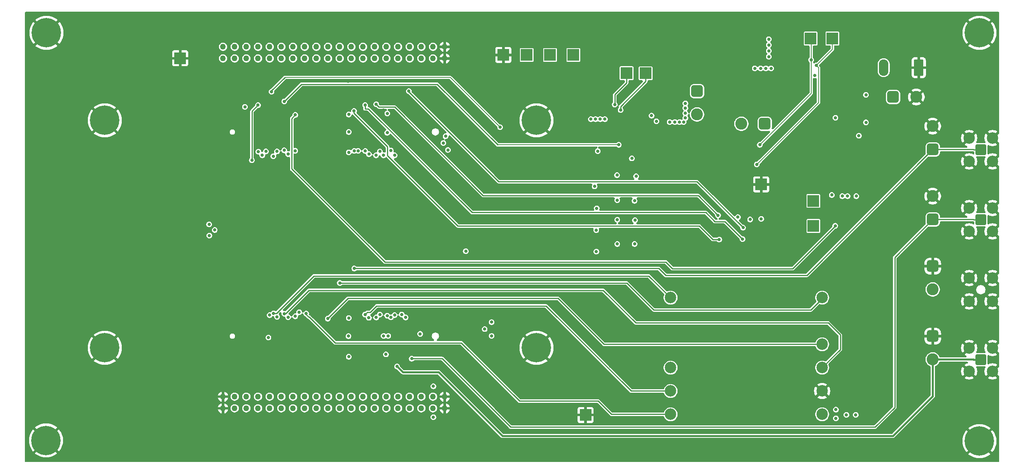
<source format=gbr>
%TF.GenerationSoftware,KiCad,Pcbnew,9.0.0*%
%TF.CreationDate,2025-03-06T02:34:32-05:00*%
%TF.ProjectId,22257_DevBoard,32323235-375f-4446-9576-426f6172642e,rev?*%
%TF.SameCoordinates,Original*%
%TF.FileFunction,Copper,L3,Inr*%
%TF.FilePolarity,Positive*%
%FSLAX46Y46*%
G04 Gerber Fmt 4.6, Leading zero omitted, Abs format (unit mm)*
G04 Created by KiCad (PCBNEW 9.0.0) date 2025-03-06 02:34:32*
%MOMM*%
%LPD*%
G01*
G04 APERTURE LIST*
G04 Aperture macros list*
%AMRoundRect*
0 Rectangle with rounded corners*
0 $1 Rounding radius*
0 $2 $3 $4 $5 $6 $7 $8 $9 X,Y pos of 4 corners*
0 Add a 4 corners polygon primitive as box body*
4,1,4,$2,$3,$4,$5,$6,$7,$8,$9,$2,$3,0*
0 Add four circle primitives for the rounded corners*
1,1,$1+$1,$2,$3*
1,1,$1+$1,$4,$5*
1,1,$1+$1,$6,$7*
1,1,$1+$1,$8,$9*
0 Add four rect primitives between the rounded corners*
20,1,$1+$1,$2,$3,$4,$5,0*
20,1,$1+$1,$4,$5,$6,$7,0*
20,1,$1+$1,$6,$7,$8,$9,0*
20,1,$1+$1,$8,$9,$2,$3,0*%
G04 Aperture macros list end*
%TA.AperFunction,ComponentPad*%
%ADD10RoundRect,0.650000X-0.650000X0.650000X-0.650000X-0.650000X0.650000X-0.650000X0.650000X0.650000X0*%
%TD*%
%TA.AperFunction,ComponentPad*%
%ADD11C,2.600000*%
%TD*%
%TA.AperFunction,ComponentPad*%
%ADD12C,6.400000*%
%TD*%
%TA.AperFunction,ComponentPad*%
%ADD13R,2.500000X2.500000*%
%TD*%
%TA.AperFunction,ComponentPad*%
%ADD14C,1.270000*%
%TD*%
%TA.AperFunction,ComponentPad*%
%ADD15RoundRect,0.200100X-0.949900X0.949900X-0.949900X-0.949900X0.949900X-0.949900X0.949900X0.949900X0*%
%TD*%
%TA.AperFunction,ComponentPad*%
%ADD16C,2.500000*%
%TD*%
%TA.AperFunction,ComponentPad*%
%ADD17RoundRect,0.650000X0.650000X0.650000X-0.650000X0.650000X-0.650000X-0.650000X0.650000X-0.650000X0*%
%TD*%
%TA.AperFunction,ComponentPad*%
%ADD18RoundRect,0.250001X0.799999X1.549999X-0.799999X1.549999X-0.799999X-1.549999X0.799999X-1.549999X0*%
%TD*%
%TA.AperFunction,ComponentPad*%
%ADD19O,2.100000X3.600000*%
%TD*%
%TA.AperFunction,ComponentPad*%
%ADD20RoundRect,0.650000X-0.650000X-0.650000X0.650000X-0.650000X0.650000X0.650000X-0.650000X0.650000X0*%
%TD*%
%TA.AperFunction,ComponentPad*%
%ADD21RoundRect,0.650000X0.650000X-0.650000X0.650000X0.650000X-0.650000X0.650000X-0.650000X-0.650000X0*%
%TD*%
%TA.AperFunction,ViaPad*%
%ADD22C,0.711200*%
%TD*%
%TA.AperFunction,Conductor*%
%ADD23C,0.254000*%
%TD*%
%TA.AperFunction,Conductor*%
%ADD24C,0.200000*%
%TD*%
%TA.AperFunction,Conductor*%
%ADD25C,0.381000*%
%TD*%
G04 APERTURE END LIST*
D10*
%TO.N,GND*%
%TO.C,TP4*%
X193040000Y-50800000D03*
D11*
%TO.N,BRD_PPS_IN*%
X193040000Y-55880000D03*
%TD*%
D10*
%TO.N,Net-(U3-OUT)*%
%TO.C,TP9*%
X141732000Y-12700000D03*
D11*
%TO.N,+3.3V*%
X141732000Y-17780000D03*
%TD*%
D12*
%TO.N,GND*%
%TO.C,H8*%
X106780700Y-68580000D03*
%TD*%
D13*
%TO.N,ES_SCK*%
%TO.C,TP16*%
X166468600Y-1245000D03*
%TD*%
%TO.N,ES_SDI*%
%TO.C,TP19*%
X171199800Y-1241600D03*
%TD*%
D12*
%TO.N,GND*%
%TO.C,H10*%
X12800700Y-19050000D03*
%TD*%
%TO.N,GND*%
%TO.C,H1*%
X100000Y0D03*
%TD*%
%TO.N,GND*%
%TO.C,H9*%
X106780700Y-19050000D03*
%TD*%
D14*
%TO.N,+5V*%
%TO.C,J2*%
X38536828Y-5575201D03*
X38536828Y-3035201D03*
X41076828Y-5575201D03*
X41076828Y-3035201D03*
%TO.N,/MicroZed_Headers/34_R19*%
X43616828Y-5575201D03*
%TO.N,/MicroZed_Headers/34_T19*%
X43616828Y-3035201D03*
%TO.N,BRD_PPS_IN*%
X46156828Y-5575201D03*
%TO.N,/MicroZed_Headers/34_T12*%
X46156828Y-3035201D03*
%TO.N,/MicroZed_Headers/34_T10*%
X48696828Y-5575201D03*
%TO.N,/MicroZed_Headers/34_U12*%
X48696828Y-3035201D03*
%TO.N,ES_SDI*%
X51236828Y-5575201D03*
%TO.N,/MicroZed_Headers/34_V12*%
X51236828Y-3035201D03*
%TO.N,/MicroZed_Headers/34_V13*%
X53776828Y-5575201D03*
%TO.N,/MicroZed_Headers/34_W13*%
X53776828Y-3035201D03*
%TO.N,ES_SCK*%
X56316828Y-5575201D03*
%TO.N,/MicroZed_Headers/34_P14*%
X56316828Y-3035201D03*
%TO.N,/MicroZed_Headers/34_T15*%
X58856828Y-5575201D03*
%TO.N,/MicroZed_Headers/34_R14*%
X58856828Y-3035201D03*
%TO.N,ES_CSB*%
X61396828Y-5575201D03*
%TO.N,/MicroZed_Headers/34_W14*%
X61396828Y-3035201D03*
%TO.N,TCXO_SCL*%
X63936828Y-5575201D03*
%TO.N,/MicroZed_Headers/34_V16*%
X63936828Y-3035201D03*
%TO.N,/MicroZed_Headers/34_Y19*%
X66476828Y-5575201D03*
%TO.N,/MicroZed_Headers/34_W16*%
X66476828Y-3035201D03*
%TO.N,TCXO_OE*%
X69016828Y-5575201D03*
%TO.N,/MicroZed_Headers/34_T17*%
X69016828Y-3035201D03*
%TO.N,/MicroZed_Headers/34_R17*%
X71556828Y-5575201D03*
%TO.N,/MicroZed_Headers/34_R18*%
X71556828Y-3035201D03*
%TO.N,TCXO_10MHz*%
X74096828Y-5575201D03*
%TO.N,/MicroZed_Headers/34_W18*%
X74096828Y-3035201D03*
%TO.N,/MicroZed_Headers/34_V18*%
X76636828Y-5575201D03*
%TO.N,/MicroZed_Headers/34_W19*%
X76636828Y-3035201D03*
%TO.N,TCXO_SDA*%
X79176828Y-5575201D03*
%TO.N,/MicroZed_Headers/34_P15*%
X79176828Y-3035201D03*
%TO.N,/MicroZed_Headers/34_P18*%
X81716828Y-5575201D03*
%TO.N,/MicroZed_Headers/34_P16*%
X81716828Y-3035201D03*
%TO.N,+5V*%
X84256828Y-5575201D03*
X84256828Y-3035201D03*
%TO.N,GND*%
X86796828Y-5575201D03*
X86796828Y-3035201D03*
%TD*%
D10*
%TO.N,GND*%
%TO.C,TP5*%
X193040000Y-66040000D03*
D11*
%TO.N,BRD_10MHz_IN*%
X193040000Y-71120000D03*
%TD*%
D13*
%TO.N,ES_SDI*%
%TO.C,TP18*%
X126390800Y-8785978D03*
%TD*%
%TO.N,GND*%
%TO.C,TP14*%
X99574913Y-4822528D03*
%TD*%
%TO.N,GND*%
%TO.C,TP11*%
X155699000Y-33017000D03*
%TD*%
%TO.N,ES_SCK*%
%TO.C,TP15*%
X130553000Y-8810800D03*
%TD*%
%TO.N,ES_SDI*%
%TO.C,TP20*%
X167059600Y-42062800D03*
%TD*%
D12*
%TO.N,GND*%
%TO.C,H2*%
X0Y-88750000D03*
%TD*%
D15*
%TO.N,BRD_10MHz_OUT*%
%TO.C,J5*%
X203515600Y-40690800D03*
D16*
%TO.N,GND*%
X206055600Y-38150800D03*
X200975600Y-38150800D03*
X206055600Y-43230800D03*
X200975600Y-43230800D03*
%TD*%
D14*
%TO.N,GND*%
%TO.C,J1*%
X86792588Y-79232316D03*
X86792588Y-81772316D03*
%TO.N,+5V*%
X84252588Y-79232316D03*
X84252588Y-81772316D03*
%TO.N,BRD_10MHz_OUT*%
X81712588Y-79232316D03*
%TO.N,TST_04*%
X81712588Y-81772316D03*
%TO.N,/MicroZed_Headers/35_K16*%
X79172588Y-79232316D03*
%TO.N,TST_03*%
X79172588Y-81772316D03*
%TO.N,BRD_10MHz_IN*%
X76632588Y-79232316D03*
%TO.N,/MicroZed_Headers/35_N16*%
X76632588Y-81772316D03*
%TO.N,/MicroZed_Headers/35_L14*%
X74092588Y-79232316D03*
%TO.N,TOD_OUT*%
X74092588Y-81772316D03*
%TO.N,/MicroZed_Headers/35_G15*%
X71552588Y-79232316D03*
%TO.N,/MicroZed_Headers/35_J14*%
X71552588Y-81772316D03*
%TO.N,/MicroZed_Headers/35_H15*%
X69012588Y-79232316D03*
%TO.N,TOD_IN*%
X69012588Y-81772316D03*
%TO.N,/MicroZed_Headers/35_H20*%
X66472588Y-79232316D03*
%TO.N,/MicroZed_Headers/35_G20*%
X66472588Y-81772316D03*
%TO.N,/MicroZed_Headers/35_J20*%
X63932588Y-79232316D03*
%TO.N,CSAC_Tx*%
X63932588Y-81772316D03*
%TO.N,/MicroZed_Headers/35_M19*%
X61392588Y-79232316D03*
%TO.N,CSAC_Rx*%
X61392588Y-81772316D03*
%TO.N,/MicroZed_Headers/35_F17*%
X58852588Y-79232316D03*
%TO.N,TST_02*%
X58852588Y-81772316D03*
%TO.N,/MicroZed_Headers/35_F16*%
X56312588Y-79232316D03*
%TO.N,TST_01*%
X56312588Y-81772316D03*
%TO.N,/MicroZed_Headers/35_D20*%
X53772588Y-79232316D03*
%TO.N,/MicroZed_Headers/35_D18*%
X53772588Y-81772316D03*
%TO.N,/MicroZed_Headers/35_D19*%
X51232588Y-79232316D03*
%TO.N,CSAC_PPS_IN*%
X51232588Y-81772316D03*
%TO.N,/MicroZed_Headers/35_A20*%
X48692588Y-79232316D03*
%TO.N,/MicroZed_Headers/35_B20*%
X48692588Y-81772316D03*
%TO.N,/MicroZed_Headers/35_B19*%
X46152588Y-79232316D03*
%TO.N,CSAC_Tune*%
X46152588Y-81772316D03*
%TO.N,/MicroZed_Headers/35_J15*%
X43612588Y-79232316D03*
%TO.N,/MicroZed_Headers/35_G14*%
X43612588Y-81772316D03*
%TO.N,+5V*%
X41072588Y-79232316D03*
X41072588Y-81772316D03*
%TO.N,GND*%
X38532588Y-79232316D03*
X38532588Y-81772316D03*
%TD*%
D16*
%TO.N,CSAC_Tune*%
%TO.C,U1*%
X135969000Y-57658000D03*
%TO.N,CSAC_BITE*%
X135969000Y-72898000D03*
%TO.N,CSAC_Tx*%
X135969000Y-77978000D03*
%TO.N,CSAC_Rx*%
X135969000Y-83058000D03*
%TO.N,+3.3V*%
X168969000Y-83058000D03*
%TO.N,GND*%
X168969000Y-77978000D03*
%TO.N,CSAC_PPS_IN*%
X168969000Y-72898000D03*
%TO.N,CSAC_PPS_OUT*%
X168969000Y-67818000D03*
%TO.N,CSAC_RF_OUT*%
X168969000Y-57658000D03*
%TD*%
%TO.N,GND*%
%TO.C,J6*%
X206055600Y-53390800D03*
X200975600Y-53390800D03*
X206055600Y-58470800D03*
X200975600Y-58470800D03*
%TD*%
D17*
%TO.N,Net-(U5-IN+)*%
%TO.C,TP10*%
X156464000Y-19812000D03*
D11*
%TO.N,+5V*%
X151384000Y-19812000D03*
%TD*%
D13*
%TO.N,+12V*%
%TO.C,TP1*%
X104648000Y-4826000D03*
%TD*%
D15*
%TO.N,BRD_PPS_OUT*%
%TO.C,J4*%
X203515600Y-25450800D03*
D16*
%TO.N,GND*%
X206055600Y-22910800D03*
X200975600Y-22910800D03*
X206055600Y-27990800D03*
X200975600Y-27990800D03*
%TD*%
D15*
%TO.N,BRD_10MHz_IN*%
%TO.C,J7*%
X203515600Y-71170800D03*
D16*
%TO.N,GND*%
X206055600Y-68630800D03*
X200975600Y-68630800D03*
X206055600Y-73710800D03*
X200975600Y-73710800D03*
%TD*%
D13*
%TO.N,+3.3V*%
%TO.C,TP3*%
X114808000Y-4826000D03*
%TD*%
D18*
%TO.N,GND*%
%TO.C,J3*%
X189992000Y-7587500D03*
D19*
%TO.N,+12V*%
X182372000Y-7587500D03*
%TD*%
D20*
%TO.N,+12V*%
%TO.C,TP8*%
X184404000Y-13970000D03*
D11*
%TO.N,GND*%
X189484000Y-13970000D03*
%TD*%
D12*
%TO.N,GND*%
%TO.C,H11*%
X12800700Y-68580000D03*
%TD*%
D21*
%TO.N,BRD_10MHz_OUT*%
%TO.C,TP7*%
X193040000Y-40640000D03*
D11*
%TO.N,GND*%
X193040000Y-35560000D03*
%TD*%
D13*
%TO.N,GND*%
%TO.C,TP12*%
X117449600Y-83210400D03*
%TD*%
%TO.N,+5V*%
%TO.C,TP2*%
X109728000Y-4826000D03*
%TD*%
D12*
%TO.N,GND*%
%TO.C,H3*%
X203200000Y0D03*
%TD*%
D13*
%TO.N,ES_SCK*%
%TO.C,TP17*%
X167056200Y-36598400D03*
%TD*%
D21*
%TO.N,BRD_PPS_OUT*%
%TO.C,TP6*%
X193040000Y-25400000D03*
D11*
%TO.N,GND*%
X193040000Y-20320000D03*
%TD*%
D12*
%TO.N,GND*%
%TO.C,H4*%
X203200000Y-88900000D03*
%TD*%
D13*
%TO.N,GND*%
%TO.C,TP13*%
X29207000Y-5541000D03*
%TD*%
D22*
%TO.N,GND*%
X175768000Y-15417800D03*
X71729600Y-12598400D03*
X48260000Y-70231000D03*
X165887400Y-27508200D03*
X163832800Y-64008000D03*
X140972800Y-74168000D03*
X100380800Y-29921200D03*
X107213400Y3962400D03*
X140972800Y-76708000D03*
X73406000Y-74168000D03*
X163832800Y-61468000D03*
X63119000Y-66167000D03*
X129235200Y-13665200D03*
X29337000Y-42849800D03*
X60756800Y-70129400D03*
X78994000Y-13868400D03*
X151132800Y-58928000D03*
X-2184400Y-31064200D03*
X94513400Y3962400D03*
X150926800Y-5308600D03*
X151993600Y-37592000D03*
X56413400Y3962400D03*
X196977000Y-92557600D03*
X158752800Y-81788000D03*
X153672800Y-76708000D03*
X125349000Y-21132800D03*
X146177000Y-92557600D03*
X102565200Y-10515600D03*
X136398000Y-42926000D03*
X153672800Y-61468000D03*
X153672800Y-58928000D03*
X112395000Y-10566400D03*
X167436800Y-20497800D03*
X140972800Y-81788000D03*
X161292800Y-69088000D03*
X44196000Y-4241800D03*
X56896000Y-4318000D03*
X76758800Y-21539200D03*
X156212800Y-64008000D03*
X48742600Y-21590000D03*
X89941400Y-22479000D03*
X143512800Y-69088000D03*
X162737800Y-9575800D03*
X158752800Y-76708000D03*
X58394600Y-70078600D03*
X146052800Y-71628000D03*
X31877000Y-92557600D03*
X158752800Y-69088000D03*
X184277000Y-92557600D03*
X137617200Y-5081000D03*
X153672800Y-64008000D03*
X95377000Y-92557600D03*
X143512800Y-79248000D03*
X206324200Y-19354800D03*
X163832800Y-79248000D03*
X71170800Y-66522600D03*
X163832800Y-81788000D03*
X64262000Y-4318000D03*
X-2184400Y-5664200D03*
X161292800Y-76708000D03*
X-2184400Y-43764200D03*
X99695000Y-64389000D03*
X148592800Y-71628000D03*
X128854200Y-19329400D03*
X163832800Y-69088000D03*
X176479200Y-39573200D03*
X145313400Y3962400D03*
X151132800Y-79248000D03*
X143512800Y-58928000D03*
X153672800Y-81788000D03*
X72466200Y-43738800D03*
X161292800Y-61468000D03*
X151132800Y-76708000D03*
X161292800Y-66548000D03*
X6477000Y-92557600D03*
X54305200Y-21488400D03*
X165125400Y-20523200D03*
X156212800Y-66548000D03*
X148592800Y-64008000D03*
X136601200Y-2895600D03*
X148592800Y-76708000D03*
X68554600Y-69875400D03*
X156212800Y-61468000D03*
X42926000Y-7366000D03*
X140972800Y-66548000D03*
X108077000Y-92557600D03*
X120777000Y-92557600D03*
X76733400Y-43434000D03*
X43713400Y3962400D03*
X150901400Y-1346200D03*
X60706000Y-6858000D03*
X145135600Y-43738800D03*
X146052800Y-74168000D03*
X156212800Y-74168000D03*
X98907600Y-62992000D03*
X39751000Y-4318000D03*
X140972800Y-79248000D03*
X134975600Y-51485800D03*
X148717000Y-8331200D03*
X44577000Y-92557600D03*
X69113400Y3962400D03*
X133883400Y-6172200D03*
X80670400Y-22021800D03*
X151132800Y-81788000D03*
X89662000Y-49149000D03*
X134899400Y-40436800D03*
X57277000Y-92557600D03*
X-2184400Y-69164200D03*
X161292800Y-71628000D03*
X55880000Y-66141600D03*
X53492400Y-70053200D03*
X171932600Y-27482800D03*
X91363800Y-23901400D03*
X153672800Y-69088000D03*
X140972800Y-58928000D03*
X161292800Y-79248000D03*
X58273448Y-21812752D03*
X167005000Y-13716000D03*
X79451200Y-69773800D03*
X163832800Y-76708000D03*
X162864800Y-27406600D03*
X82626200Y-44635800D03*
X132613400Y3962400D03*
X142900400Y-44348400D03*
X146052800Y-79248000D03*
X60833000Y-21590000D03*
X74142600Y-13589000D03*
X148592800Y-69088000D03*
X174167800Y-19583400D03*
X51358800Y-66167000D03*
X206324200Y-6654800D03*
X43637200Y-70916800D03*
X143512800Y-74168000D03*
X71120000Y-69900800D03*
X156212800Y-79248000D03*
X172618400Y-21971000D03*
X136880600Y-5081000D03*
X163832800Y-66548000D03*
X58826400Y-14782800D03*
X46050200Y-70231000D03*
X58273448Y-17719248D03*
X171983400Y-37439600D03*
X146052800Y-64008000D03*
X169849800Y-20497800D03*
X68783200Y-66065400D03*
X129286000Y-14986000D03*
X143512800Y-66548000D03*
X148592800Y-61468000D03*
X151028400Y-8331200D03*
X156212800Y-69088000D03*
X71069200Y-16357600D03*
X133477000Y-92557600D03*
X206527400Y-81559400D03*
X71577200Y-75209400D03*
X96774000Y-33045400D03*
X43561000Y-21590000D03*
X69138800Y-44094400D03*
X146052800Y-66548000D03*
X129311400Y-16687800D03*
X174498000Y-39522400D03*
X18313400Y3962400D03*
X161292800Y-81788000D03*
X153672800Y-71628000D03*
X65786000Y-10541000D03*
X143512800Y-81788000D03*
X137210800Y-26543000D03*
X-2184400Y-56464200D03*
X168706800Y-27482800D03*
X146052800Y-76708000D03*
X148592800Y-79248000D03*
X158752800Y-64008000D03*
X69977000Y-92557600D03*
X176758600Y-13385800D03*
X163728400Y-3784600D03*
X151132800Y-71628000D03*
X153672800Y-79248000D03*
X140972800Y-64008000D03*
X161292800Y-74168000D03*
X78841600Y-21336000D03*
X146227800Y-8305800D03*
X136474200Y-50292000D03*
X44352540Y-13970000D03*
X58318400Y-66116200D03*
X141630400Y-4191000D03*
X158877000Y-92557600D03*
X156212800Y-76708000D03*
X81813400Y3962400D03*
X73482200Y-62052200D03*
X156212800Y-81788000D03*
X-2184400Y-81864200D03*
X68656200Y-17297400D03*
X143512800Y-61468000D03*
X-2184400Y-18364200D03*
X175310800Y-13258800D03*
X86995000Y-42799000D03*
X161292800Y-58928000D03*
X156212800Y-58928000D03*
X77216000Y-4318000D03*
X91973400Y-35356800D03*
X19177000Y-92557600D03*
X90017600Y-25247600D03*
X51079400Y-70078600D03*
X146052800Y-81788000D03*
X79095600Y-66167000D03*
X73482200Y-16789400D03*
X99466400Y-86233000D03*
X143512800Y-64008000D03*
X158752800Y-61468000D03*
X151132800Y-61468000D03*
X171577000Y-92557600D03*
X131597400Y-52298600D03*
X48615600Y-17399000D03*
X174599600Y-21386800D03*
X133096000Y-4927600D03*
X151132800Y-66548000D03*
X63073448Y-21082000D03*
X76708000Y-69951600D03*
X76606400Y-60426600D03*
X53543200Y-66141600D03*
X51917600Y-77495400D03*
X170713400Y3962400D03*
X80289400Y-61315600D03*
X148592800Y-58928000D03*
X139496800Y-5081000D03*
X153672800Y-66548000D03*
X76682600Y-66040000D03*
X158752800Y-74168000D03*
X136550400Y-34696400D03*
X140972800Y-61468000D03*
X143512800Y-71628000D03*
X140487400Y-3454400D03*
X63271400Y-43586400D03*
X162712400Y-7620000D03*
X151132800Y-74168000D03*
X163195000Y-13538200D03*
X140972800Y-71628000D03*
X161292800Y-64008000D03*
X158752800Y-79248000D03*
X148592800Y-66548000D03*
X183413400Y3962400D03*
X163832800Y-74168000D03*
X66675000Y-73787000D03*
X153672800Y-74168000D03*
X135128000Y-47413800D03*
X151132800Y-64008000D03*
X53492400Y-17373600D03*
X163832800Y-58928000D03*
X62915800Y-61899800D03*
X51181000Y-17729200D03*
X151132800Y-69088000D03*
X65781860Y-7086600D03*
X119913400Y3962400D03*
X63073448Y-17790552D03*
X72009000Y-4318000D03*
X55753000Y-17805400D03*
X107492800Y-10388600D03*
X49149000Y-4191000D03*
X163832800Y-71628000D03*
X148592800Y-74168000D03*
X51130200Y-21539200D03*
X158752800Y-58928000D03*
X58216800Y-61798200D03*
X60673448Y-66421000D03*
X148592800Y-81788000D03*
X56286400Y-15443200D03*
X165328600Y-13462000D03*
X138049000Y533400D03*
X140970000Y-45847000D03*
X63093600Y-70154800D03*
X55880000Y-61849000D03*
X170053000Y-13690600D03*
X79273400Y-17221200D03*
X156212800Y-71628000D03*
X146052800Y-69088000D03*
X146052800Y-58928000D03*
X46228000Y-21590000D03*
X60676460Y-17653000D03*
X141732000Y-9194800D03*
X154355800Y-37617400D03*
X158752800Y-71628000D03*
X5613400Y3962400D03*
X140972800Y-69088000D03*
X139522200Y-46990000D03*
X138150600Y-7747000D03*
X170611800Y-37465000D03*
X158013400Y3962400D03*
X158752800Y-66548000D03*
X196113400Y3962400D03*
X31013400Y3962400D03*
X162763200Y-5994400D03*
X53644800Y-14808200D03*
X48920400Y-11150600D03*
X98831400Y-65786000D03*
X82677000Y-92557600D03*
X143512800Y-76708000D03*
X49025649Y-65661194D03*
X60172600Y-61823600D03*
X55873448Y-21507248D03*
X146052800Y-61468000D03*
%TO.N,Net-(U4-SW)*%
X171856400Y-18491200D03*
X176961800Y-22402800D03*
%TO.N,/MicroZed_Headers/34_P14*%
X51866800Y-25577800D03*
%TO.N,/MicroZed_Headers/34_V12*%
X49479200Y-26873200D03*
%TO.N,+5V*%
X43307000Y-16129000D03*
X65852600Y-66040000D03*
X155575000Y-7747000D03*
X36728400Y-42926000D03*
X157353000Y-3937000D03*
X84328000Y-76962000D03*
X65913000Y-17780000D03*
X65913000Y-21590000D03*
X84328000Y-83693000D03*
X157353000Y-2667000D03*
X132892800Y-19253200D03*
X154305000Y-7747000D03*
X131826000Y-18034000D03*
X157353000Y-1397000D03*
X65913000Y-70527800D03*
X65913000Y-62103000D03*
X35509200Y-41706800D03*
X157861000Y-7747000D03*
X65913000Y-26035000D03*
X156718000Y-7747000D03*
X157353000Y-5207000D03*
X167360600Y-9271000D03*
X48414566Y-66353797D03*
X35560000Y-44145200D03*
%TO.N,+3.3V*%
X121666000Y-18796000D03*
X124358400Y-40690800D03*
X124358400Y-36441000D03*
X87500000Y-25500000D03*
X173355000Y-35560000D03*
X139192000Y-18542000D03*
X119634000Y-18796000D03*
X138811000Y-19431000D03*
X128117600Y-36576000D03*
X87000000Y-22500000D03*
X135763000Y-19431000D03*
X174244000Y-83185000D03*
X171958000Y-82042000D03*
X86500000Y-24000000D03*
X128143000Y-45974000D03*
X124307600Y-30988000D03*
X150622000Y-40132000D03*
X153289000Y-40640000D03*
X120116600Y-25755600D03*
X127533400Y-27330400D03*
X124358400Y-45974000D03*
X128473200Y-31242000D03*
X118618000Y-18796000D03*
X74273448Y-21767800D03*
X139192000Y-15367000D03*
X97000000Y-66000000D03*
X139192000Y-16383000D03*
X128219200Y-40792400D03*
X136906000Y-19431000D03*
X171069000Y-35306000D03*
X120650000Y-18796000D03*
X74269600Y-61595000D03*
X176403000Y-35560000D03*
X74295000Y-17551400D03*
X74500000Y-66000000D03*
X137922000Y-19431000D03*
X97000000Y-63000000D03*
X74000000Y-70000000D03*
X81457800Y-65557400D03*
X174498000Y-35560000D03*
X95500000Y-64500000D03*
X176276000Y-83185000D03*
X139192000Y-17526000D03*
X73482200Y-26670000D03*
X73500000Y-66000000D03*
X91389200Y-47548800D03*
X171958000Y-83947000D03*
X155702000Y-40513000D03*
%TO.N,ES_SDI*%
X154736800Y-28651200D03*
X123799600Y-15595600D03*
X98856800Y-20548600D03*
X167690800Y-7112000D03*
X49098200Y-12801600D03*
%TO.N,ES_SCK*%
X155397200Y-24384000D03*
X125095000Y-16814800D03*
X166573200Y-5892800D03*
X124688600Y-24384000D03*
X51873448Y-14935200D03*
%TO.N,ES_CSB*%
X171805600Y-42011600D03*
X54273448Y-17862552D03*
%TO.N,BRD_PPS_OUT*%
X67106800Y-51308000D03*
%TO.N,BRD_10MHz_OUT*%
X79616300Y-70954900D03*
%TO.N,BRD_PPS_IN*%
X44805600Y-27736800D03*
X46156828Y-15746543D03*
%TO.N,BRD_10MHz_IN*%
X76428600Y-72644000D03*
%TO.N,CSAC_PPS_IN*%
X51892200Y-61163200D03*
%TO.N,CSAC_Tune*%
X49530000Y-61087000D03*
%TO.N,CSAC_RF_OUT*%
X63957200Y-54457600D03*
%TO.N,CSAC_Rx*%
X56642000Y-61132460D03*
%TO.N,CSAC_Tx*%
X69443600Y-61341000D03*
%TO.N,CSAC_PPS_OUT*%
X61340175Y-62226888D03*
%TO.N,TCXO_OE*%
X69469000Y-15748000D03*
X151638000Y-44907200D03*
%TO.N,TCXO_10MHz*%
X71873448Y-15544800D03*
X146304000Y-39725600D03*
%TO.N,TCXO_SDA*%
X151739600Y-42418000D03*
X78994000Y-12700000D03*
%TO.N,TCXO_SCL*%
X67056000Y-17018000D03*
X146558000Y-45008800D03*
%TO.N,TST_01*%
X54254400Y-61722000D03*
X119430800Y-33426400D03*
%TO.N,TST_02*%
X55118000Y-60833000D03*
X119888000Y-38201600D03*
%TO.N,TST_03*%
X119786400Y-42976800D03*
X77444600Y-61341000D03*
%TO.N,TST_04*%
X78287965Y-61970835D03*
X119803600Y-47630800D03*
%TO.N,/MicroZed_Headers/35_N16*%
X75881958Y-61468000D03*
%TO.N,/MicroZed_Headers/35_D18*%
X52710812Y-61919295D03*
%TO.N,/MicroZed_Headers/35_J14*%
X72681493Y-61341000D03*
%TO.N,/MicroZed_Headers/35_G14*%
X48668372Y-61469675D03*
%TO.N,/MicroZed_Headers/35_G20*%
X70281800Y-62052200D03*
%TO.N,TOD_IN*%
X71882000Y-61976000D03*
%TO.N,/MicroZed_Headers/35_B20*%
X50302570Y-61829798D03*
%TO.N,TOD_OUT*%
X75082400Y-61950600D03*
%TO.N,/MicroZed_Headers/34_W13*%
X50297165Y-25811565D03*
%TO.N,/MicroZed_Headers/34_W19*%
X72680866Y-25830663D03*
%TO.N,/MicroZed_Headers/34_T12*%
X47078900Y-26670000D03*
%TO.N,/MicroZed_Headers/34_W16*%
X67945000Y-25704800D03*
%TO.N,/MicroZed_Headers/34_W18*%
X71856600Y-26670000D03*
%TO.N,/MicroZed_Headers/34_P16*%
X75900365Y-26670000D03*
%TO.N,/MicroZed_Headers/34_R18*%
X70299665Y-26416000D03*
%TO.N,/MicroZed_Headers/34_T19*%
X46228000Y-25882600D03*
%TO.N,/MicroZed_Headers/34_T17*%
X69494400Y-25730200D03*
%TO.N,/MicroZed_Headers/34_R14*%
X52730014Y-26416000D03*
%TO.N,/MicroZed_Headers/34_U12*%
X47876886Y-25824921D03*
%TO.N,/MicroZed_Headers/34_V16*%
X67081400Y-25730200D03*
%TO.N,/MicroZed_Headers/34_W14*%
X54254400Y-25679400D03*
%TO.N,/MicroZed_Headers/34_P15*%
X75082400Y-25628600D03*
%TO.N,Net-(U5-IN+)*%
X178500000Y-19500000D03*
X178500000Y-13500000D03*
%TD*%
D23*
%TO.N,CSAC_Tx*%
X108864400Y-59486800D02*
X127355600Y-77978000D01*
X71959073Y-59486800D02*
X108864400Y-59486800D01*
X70562073Y-60883800D02*
X71959073Y-59486800D01*
X127355600Y-77978000D02*
X135969000Y-77978000D01*
X69900800Y-60883800D02*
X70562073Y-60883800D01*
X69443600Y-61341000D02*
X69900800Y-60883800D01*
D24*
%TO.N,ES_SDI*%
X154736800Y-28651200D02*
X155549600Y-27838400D01*
X155549600Y-27838400D02*
X155549600Y-27813000D01*
X88011000Y-9702800D02*
X52019200Y-9702800D01*
X167690800Y-7112000D02*
X171199800Y-3603000D01*
X171199800Y-3603000D02*
X171199800Y-1241600D01*
D23*
X126390800Y-10870800D02*
X126390800Y-8785978D01*
X52019200Y-9702800D02*
X49098200Y-12623800D01*
D24*
X98856800Y-20548600D02*
X88011000Y-9702800D01*
X155549600Y-27813000D02*
X168173400Y-15189200D01*
D23*
X49098200Y-12623800D02*
X49098200Y-12801600D01*
D24*
X168173400Y-7594600D02*
X167690800Y-7112000D01*
D23*
X123799600Y-15595600D02*
X123799600Y-13462000D01*
X123799600Y-13462000D02*
X126390800Y-10870800D01*
D24*
X168173400Y-15189200D02*
X168173400Y-7594600D01*
%TO.N,ES_SCK*%
X166573200Y-5892800D02*
X166573200Y-1369000D01*
X124688600Y-24384000D02*
X98348800Y-24384000D01*
D23*
X85166200Y-11201400D02*
X55607248Y-11201400D01*
X130553000Y-10569400D02*
X130553000Y-8810800D01*
X125095000Y-16814800D02*
X125095000Y-16027400D01*
X55607248Y-11201400D02*
X51873448Y-14935200D01*
X98348800Y-24384000D02*
X85166200Y-11201400D01*
D24*
X155397200Y-24384000D02*
X166573200Y-13208000D01*
X166573200Y-1369000D02*
X166697200Y-1245000D01*
D23*
X125095000Y-16027400D02*
X130553000Y-10569400D01*
D24*
X166573200Y-13208000D02*
X166573200Y-5892800D01*
D23*
%TO.N,ES_CSB*%
X134924800Y-49885600D02*
X73761600Y-49885600D01*
X162509200Y-51358800D02*
X136398000Y-51358800D01*
X73761600Y-49885600D02*
X53492400Y-29616400D01*
X171805600Y-42062400D02*
X162509200Y-51358800D01*
X53492400Y-29616400D02*
X53492400Y-18643600D01*
X53492400Y-18643600D02*
X54273448Y-17862552D01*
X136398000Y-51358800D02*
X134924800Y-49885600D01*
X171805600Y-42011600D02*
X171805600Y-42062400D01*
%TO.N,BRD_PPS_OUT*%
X201890000Y-25400000D02*
X193040000Y-25400000D01*
X134905666Y-52812866D02*
X165627134Y-52812866D01*
X201890000Y-25400000D02*
X201940800Y-25450800D01*
X67106800Y-51308000D02*
X133400800Y-51308000D01*
X201940800Y-25450800D02*
X203515600Y-25450800D01*
X165627134Y-52812866D02*
X193040000Y-25400000D01*
X133400800Y-51308000D02*
X134905666Y-52812866D01*
%TO.N,BRD_10MHz_OUT*%
X201940800Y-40690800D02*
X203515600Y-40690800D01*
X180517800Y-85826600D02*
X101138214Y-85826600D01*
X184759600Y-81584800D02*
X180517800Y-85826600D01*
X193040000Y-40640000D02*
X201890000Y-40640000D01*
X193040000Y-40640000D02*
X184759600Y-48920400D01*
X184759600Y-48920400D02*
X184759600Y-81584800D01*
X101138214Y-85826600D02*
X86228414Y-70916800D01*
X201890000Y-40640000D02*
X201940800Y-40690800D01*
X79654400Y-70916800D02*
X79616300Y-70954900D01*
X86228414Y-70916800D02*
X79654400Y-70916800D01*
%TO.N,BRD_PPS_IN*%
X44805600Y-27736800D02*
X44805600Y-17097771D01*
X44805600Y-17097771D02*
X46156828Y-15746543D01*
D25*
%TO.N,BRD_10MHz_IN*%
X201890000Y-71120000D02*
X201940800Y-71170800D01*
X193040000Y-71120000D02*
X201890000Y-71120000D01*
X193040000Y-71120000D02*
X193040000Y-79121000D01*
X184378600Y-87782400D02*
X99339400Y-87782400D01*
X201940800Y-71170800D02*
X203515600Y-71170800D01*
X85471000Y-73914000D02*
X77698600Y-73914000D01*
X99339400Y-87782400D02*
X85471000Y-73914000D01*
X193040000Y-79121000D02*
X184378600Y-87782400D01*
X77698600Y-73914000D02*
X76428600Y-72644000D01*
D23*
%TO.N,CSAC_PPS_IN*%
X52197000Y-61087000D02*
X57199528Y-56084472D01*
X51892200Y-61163200D02*
X51968400Y-61087000D01*
X128371600Y-63144400D02*
X170281600Y-63144400D01*
X172923200Y-65786000D02*
X172923200Y-68943800D01*
X57199528Y-56084472D02*
X121311672Y-56084472D01*
X51968400Y-61087000D02*
X52197000Y-61087000D01*
X121311672Y-56084472D02*
X128371600Y-63144400D01*
X172923200Y-68943800D02*
X168969000Y-72898000D01*
X170281600Y-63144400D02*
X172923200Y-65786000D01*
%TO.N,CSAC_Tune*%
X50157241Y-61087000D02*
X58310641Y-52933600D01*
X131244600Y-52933600D02*
X135969000Y-57658000D01*
X58310641Y-52933600D02*
X131244600Y-52933600D01*
X49530000Y-61087000D02*
X50157241Y-61087000D01*
%TO.N,CSAC_RF_OUT*%
X166471600Y-60350400D02*
X168715000Y-58107000D01*
X132334000Y-60350400D02*
X166471600Y-60350400D01*
X168715000Y-57404000D02*
X168969000Y-57658000D01*
X63957200Y-54457600D02*
X126441200Y-54457600D01*
X126441200Y-54457600D02*
X132334000Y-60350400D01*
X168715000Y-58107000D02*
X168715000Y-57404000D01*
%TO.N,CSAC_Rx*%
X103098600Y-80187800D02*
X120232300Y-80187800D01*
X120232300Y-80187800D02*
X123102500Y-83058000D01*
X62928000Y-67500000D02*
X90410800Y-67500000D01*
X90410800Y-67500000D02*
X103098600Y-80187800D01*
X57200800Y-61899800D02*
X57327800Y-61899800D01*
X56642000Y-61341000D02*
X57200800Y-61899800D01*
X57327800Y-61899800D02*
X62928000Y-67500000D01*
X56642000Y-61132460D02*
X56642000Y-61341000D01*
X123102500Y-83058000D02*
X135969000Y-83058000D01*
%TO.N,CSAC_PPS_OUT*%
X65756663Y-57810400D02*
X61340175Y-62226888D01*
X168969000Y-67818000D02*
X121462800Y-67818000D01*
X111455200Y-57810400D02*
X65756663Y-57810400D01*
X121462800Y-67818000D02*
X111455200Y-57810400D01*
%TO.N,TCXO_OE*%
X92734043Y-39116000D02*
X143611600Y-39116000D01*
X145592800Y-41097200D02*
X147828000Y-41097200D01*
X69469000Y-16560800D02*
X70178843Y-16560800D01*
X69469000Y-15748000D02*
X69469000Y-16560800D01*
X70178843Y-16560800D02*
X92734043Y-39116000D01*
X143611600Y-39116000D02*
X145592800Y-41097200D01*
X147828000Y-41097200D02*
X151638000Y-44907200D01*
%TO.N,TCXO_10MHz*%
X142011400Y-35433000D02*
X146304000Y-39725600D01*
X75895200Y-16154400D02*
X95173800Y-35433000D01*
X95173800Y-35433000D02*
X142011400Y-35433000D01*
X71873448Y-15544800D02*
X72483048Y-16154400D01*
X72483048Y-16154400D02*
X75895200Y-16154400D01*
%TO.N,TCXO_SDA*%
X141732000Y-32410400D02*
X151739600Y-42418000D01*
X78994000Y-12852400D02*
X98552000Y-32410400D01*
X78994000Y-12700000D02*
X78994000Y-12852400D01*
X98552000Y-32410400D02*
X141732000Y-32410400D01*
%TO.N,TCXO_SCL*%
X146558000Y-45008800D02*
X145186400Y-45008800D01*
X89662000Y-42062400D02*
X74320400Y-26720800D01*
X142240000Y-42062400D02*
X89662000Y-42062400D01*
X145186400Y-45008800D02*
X142240000Y-42062400D01*
X74320400Y-24739600D02*
X67056000Y-17475200D01*
X67056000Y-17475200D02*
X67056000Y-17018000D01*
X74320400Y-26720800D02*
X74320400Y-24739600D01*
%TD*%
%TA.AperFunction,Conductor*%
%TO.N,GND*%
G36*
X207390473Y4559823D02*
G01*
X207467040Y4504194D01*
X207514360Y4422232D01*
X207525500Y4351900D01*
X207525500Y-21371340D01*
X207505823Y-21463913D01*
X207491748Y-21483285D01*
X207498907Y-21499364D01*
X207517745Y-21536335D01*
X207518743Y-21543916D01*
X207520526Y-21547921D01*
X207525500Y-21595242D01*
X207525500Y-21741756D01*
X207505823Y-21834329D01*
X207458838Y-21902693D01*
X206821892Y-22539638D01*
X206808860Y-22508174D01*
X206715838Y-22368956D01*
X206597444Y-22250562D01*
X206458226Y-22157540D01*
X206426760Y-22144506D01*
X207080138Y-21491128D01*
X207029942Y-21452612D01*
X207029932Y-21452605D01*
X206831261Y-21337902D01*
X206831257Y-21337901D01*
X206619331Y-21250119D01*
X206397741Y-21190743D01*
X206170297Y-21160800D01*
X205940903Y-21160800D01*
X205713459Y-21190743D01*
X205713458Y-21190743D01*
X205491868Y-21250119D01*
X205279942Y-21337901D01*
X205279926Y-21337908D01*
X205081270Y-21452603D01*
X205081260Y-21452609D01*
X205031061Y-21491128D01*
X205684439Y-22144506D01*
X205652974Y-22157540D01*
X205513756Y-22250562D01*
X205395362Y-22368956D01*
X205302340Y-22508174D01*
X205289306Y-22539638D01*
X204635928Y-21886260D01*
X204597409Y-21936460D01*
X204597403Y-21936470D01*
X204482708Y-22135126D01*
X204482701Y-22135142D01*
X204394919Y-22347068D01*
X204335543Y-22568658D01*
X204335543Y-22568659D01*
X204305600Y-22796102D01*
X204305600Y-23025497D01*
X204335543Y-23252940D01*
X204335543Y-23252941D01*
X204394919Y-23474531D01*
X204482701Y-23686457D01*
X204482707Y-23686471D01*
X204493349Y-23704903D01*
X204522594Y-23794913D01*
X204512699Y-23889036D01*
X204465377Y-23970997D01*
X204388810Y-24026624D01*
X204296240Y-24046300D01*
X202734960Y-24046300D01*
X202642387Y-24026623D01*
X202565820Y-23970994D01*
X202518500Y-23889032D01*
X202508607Y-23794909D01*
X202537851Y-23704903D01*
X202548492Y-23686471D01*
X202548498Y-23686457D01*
X202636280Y-23474531D01*
X202695656Y-23252941D01*
X202695656Y-23252940D01*
X202725600Y-23025497D01*
X202725600Y-22796102D01*
X202695656Y-22568659D01*
X202695656Y-22568658D01*
X202636280Y-22347068D01*
X202548498Y-22135142D01*
X202548497Y-22135138D01*
X202433791Y-21936461D01*
X202395269Y-21886261D01*
X201741892Y-22539638D01*
X201728860Y-22508174D01*
X201635838Y-22368956D01*
X201517444Y-22250562D01*
X201378226Y-22157540D01*
X201346760Y-22144506D01*
X202000137Y-21491129D01*
X202000137Y-21491128D01*
X201949942Y-21452612D01*
X201949932Y-21452605D01*
X201751261Y-21337902D01*
X201751257Y-21337901D01*
X201539331Y-21250119D01*
X201317741Y-21190743D01*
X201090297Y-21160800D01*
X200860903Y-21160800D01*
X200633459Y-21190743D01*
X200633458Y-21190743D01*
X200411868Y-21250119D01*
X200199942Y-21337901D01*
X200199926Y-21337908D01*
X200001270Y-21452603D01*
X200001260Y-21452609D01*
X199951061Y-21491128D01*
X200604439Y-22144506D01*
X200572974Y-22157540D01*
X200433756Y-22250562D01*
X200315362Y-22368956D01*
X200222340Y-22508174D01*
X200209306Y-22539639D01*
X199555928Y-21886261D01*
X199517409Y-21936460D01*
X199517403Y-21936470D01*
X199402708Y-22135126D01*
X199402701Y-22135142D01*
X199314919Y-22347068D01*
X199255543Y-22568658D01*
X199255543Y-22568659D01*
X199225600Y-22796102D01*
X199225600Y-23025497D01*
X199255543Y-23252940D01*
X199255543Y-23252941D01*
X199314919Y-23474531D01*
X199402701Y-23686457D01*
X199402702Y-23686461D01*
X199517405Y-23885132D01*
X199517412Y-23885142D01*
X199555928Y-23935337D01*
X199555929Y-23935337D01*
X200209306Y-23281960D01*
X200222340Y-23313426D01*
X200315362Y-23452644D01*
X200433756Y-23571038D01*
X200572974Y-23664060D01*
X200604438Y-23677092D01*
X199951061Y-24330469D01*
X199951061Y-24330470D01*
X200001261Y-24368991D01*
X200199938Y-24483697D01*
X200199942Y-24483698D01*
X200411876Y-24571483D01*
X200418929Y-24573878D01*
X200418470Y-24575229D01*
X200494604Y-24614020D01*
X200554164Y-24687570D01*
X200578660Y-24778986D01*
X200563856Y-24872463D01*
X200512311Y-24951836D01*
X200432938Y-25003382D01*
X200351372Y-25018500D01*
X194822099Y-25018500D01*
X194729526Y-24998823D01*
X194652959Y-24943194D01*
X194605639Y-24861232D01*
X194594499Y-24790900D01*
X194594499Y-24686703D01*
X194594498Y-24686691D01*
X194588285Y-24607726D01*
X194539075Y-24424071D01*
X194452756Y-24254661D01*
X194333101Y-24106899D01*
X194185339Y-23987244D01*
X194185337Y-23987243D01*
X194185336Y-23987242D01*
X194015929Y-23900925D01*
X194015924Y-23900923D01*
X193832274Y-23851714D01*
X193832269Y-23851713D01*
X193753308Y-23845500D01*
X192326703Y-23845500D01*
X192247725Y-23851715D01*
X192247721Y-23851716D01*
X192064075Y-23900923D01*
X192064070Y-23900925D01*
X191894663Y-23987242D01*
X191746902Y-24106896D01*
X191746896Y-24106902D01*
X191627242Y-24254663D01*
X191540925Y-24424070D01*
X191540923Y-24424075D01*
X191491714Y-24607725D01*
X191491713Y-24607730D01*
X191485500Y-24686691D01*
X191485500Y-26113296D01*
X191491715Y-26192274D01*
X191491715Y-26192277D01*
X191503454Y-26236087D01*
X191508405Y-26330599D01*
X191474488Y-26418953D01*
X191444546Y-26455928D01*
X165535773Y-52364703D01*
X165456400Y-52416249D01*
X165374835Y-52431366D01*
X135157965Y-52431366D01*
X135065392Y-52411689D01*
X134997028Y-52364704D01*
X133635047Y-51002724D01*
X133635048Y-51002724D01*
X133556929Y-50957623D01*
X133548054Y-50952499D01*
X133548053Y-50952498D01*
X133548050Y-50952497D01*
X133451025Y-50926500D01*
X67682387Y-50926500D01*
X67589814Y-50906823D01*
X67521452Y-50859840D01*
X67495716Y-50834104D01*
X67395791Y-50767336D01*
X67375284Y-50758842D01*
X67284768Y-50721349D01*
X67284764Y-50721347D01*
X67284760Y-50721346D01*
X67166890Y-50697900D01*
X67046710Y-50697900D01*
X66928840Y-50721346D01*
X66928831Y-50721349D01*
X66817813Y-50767334D01*
X66817804Y-50767339D01*
X66717887Y-50834101D01*
X66632901Y-50919087D01*
X66566139Y-51019004D01*
X66566134Y-51019013D01*
X66520149Y-51130031D01*
X66520146Y-51130040D01*
X66496700Y-51247910D01*
X66496700Y-51368090D01*
X66520146Y-51485960D01*
X66566136Y-51596991D01*
X66574538Y-51609565D01*
X66627948Y-51689500D01*
X66632904Y-51696916D01*
X66717884Y-51781896D01*
X66817809Y-51848664D01*
X66928840Y-51894654D01*
X67046710Y-51918100D01*
X67046713Y-51918100D01*
X67166887Y-51918100D01*
X67166890Y-51918100D01*
X67284760Y-51894654D01*
X67395791Y-51848664D01*
X67495716Y-51781896D01*
X67521451Y-51756160D01*
X67600822Y-51704617D01*
X67682387Y-51689500D01*
X133148501Y-51689500D01*
X133241074Y-51709177D01*
X133309438Y-51756162D01*
X134671418Y-53118141D01*
X134671420Y-53118143D01*
X134758413Y-53168368D01*
X134855440Y-53194366D01*
X134855441Y-53194366D01*
X165677359Y-53194366D01*
X165774384Y-53168368D01*
X165774383Y-53168368D01*
X165774388Y-53168367D01*
X165861381Y-53118142D01*
X165896896Y-53082627D01*
X165932411Y-53047113D01*
X177310974Y-41668549D01*
X183537496Y-35442026D01*
X191240000Y-35442026D01*
X191240000Y-35677973D01*
X191270799Y-35911916D01*
X191331870Y-36139835D01*
X191422162Y-36357822D01*
X191422167Y-36357832D01*
X191540144Y-36562173D01*
X191584668Y-36620198D01*
X192426779Y-35778087D01*
X192463978Y-35867890D01*
X192535112Y-35974351D01*
X192625649Y-36064888D01*
X192732110Y-36136022D01*
X192821910Y-36173219D01*
X191979799Y-37015329D01*
X192037828Y-37059855D01*
X192037834Y-37059860D01*
X192242167Y-37177832D01*
X192242177Y-37177837D01*
X192460164Y-37268129D01*
X192688083Y-37329200D01*
X192922026Y-37360000D01*
X193157974Y-37360000D01*
X193391916Y-37329200D01*
X193619835Y-37268129D01*
X193837822Y-37177837D01*
X193837832Y-37177832D01*
X194042176Y-37059853D01*
X194042179Y-37059851D01*
X194100198Y-37015331D01*
X194100198Y-37015330D01*
X193258087Y-36173219D01*
X193347890Y-36136022D01*
X193454351Y-36064888D01*
X193544888Y-35974351D01*
X193616022Y-35867890D01*
X193653219Y-35778087D01*
X194495330Y-36620198D01*
X194495331Y-36620198D01*
X194539851Y-36562179D01*
X194539853Y-36562176D01*
X194657832Y-36357832D01*
X194657837Y-36357822D01*
X194748129Y-36139835D01*
X194809200Y-35911916D01*
X194840000Y-35677973D01*
X194840000Y-35442026D01*
X194809200Y-35208083D01*
X194748129Y-34980164D01*
X194657837Y-34762177D01*
X194657832Y-34762167D01*
X194539860Y-34557834D01*
X194539855Y-34557828D01*
X194495329Y-34499799D01*
X193653219Y-35341910D01*
X193616022Y-35252110D01*
X193544888Y-35145649D01*
X193454351Y-35055112D01*
X193347890Y-34983978D01*
X193258086Y-34946779D01*
X194100198Y-34104668D01*
X194042173Y-34060144D01*
X193837832Y-33942167D01*
X193837822Y-33942162D01*
X193619835Y-33851870D01*
X193391916Y-33790799D01*
X193157974Y-33760000D01*
X192922026Y-33760000D01*
X192688083Y-33790799D01*
X192460164Y-33851870D01*
X192242177Y-33942162D01*
X192242167Y-33942167D01*
X192037829Y-34060143D01*
X191979800Y-34104669D01*
X192821911Y-34946780D01*
X192732110Y-34983978D01*
X192625649Y-35055112D01*
X192535112Y-35145649D01*
X192463978Y-35252110D01*
X192426780Y-35341911D01*
X191584669Y-34499800D01*
X191540143Y-34557829D01*
X191422167Y-34762167D01*
X191422162Y-34762177D01*
X191331870Y-34980164D01*
X191270799Y-35208083D01*
X191240000Y-35442026D01*
X183537496Y-35442026D01*
X191984071Y-26995450D01*
X192063442Y-26943907D01*
X192156919Y-26929102D01*
X192203909Y-26936544D01*
X192247726Y-26948285D01*
X192247732Y-26948285D01*
X192247734Y-26948286D01*
X192247732Y-26948286D01*
X192287211Y-26951392D01*
X192326697Y-26954500D01*
X193753302Y-26954499D01*
X193832274Y-26948285D01*
X194015929Y-26899075D01*
X194185339Y-26812756D01*
X194333101Y-26693101D01*
X194452756Y-26545339D01*
X194539075Y-26375929D01*
X194588285Y-26192274D01*
X194588286Y-26192269D01*
X194594500Y-26113308D01*
X194594500Y-26009100D01*
X194614177Y-25916527D01*
X194669806Y-25839960D01*
X194751768Y-25792640D01*
X194822100Y-25781500D01*
X201689605Y-25781500D01*
X201747289Y-25788931D01*
X201776895Y-25796687D01*
X201793546Y-25806301D01*
X201890575Y-25832300D01*
X201912821Y-25832300D01*
X201941184Y-25839731D01*
X201957840Y-25848101D01*
X201976073Y-25851977D01*
X201999678Y-25869127D01*
X202025747Y-25882228D01*
X202037557Y-25896647D01*
X202052640Y-25907606D01*
X202067229Y-25932875D01*
X202085715Y-25955446D01*
X202090639Y-25973424D01*
X202099960Y-25989568D01*
X202106675Y-26031968D01*
X202110718Y-26046725D01*
X202109881Y-26052205D01*
X202111100Y-26059900D01*
X202111100Y-26231440D01*
X202091423Y-26324013D01*
X202035794Y-26400580D01*
X201953832Y-26447900D01*
X201859709Y-26457793D01*
X201769703Y-26428549D01*
X201751271Y-26417907D01*
X201751257Y-26417901D01*
X201539331Y-26330119D01*
X201317741Y-26270743D01*
X201090297Y-26240800D01*
X200860903Y-26240800D01*
X200633459Y-26270743D01*
X200633458Y-26270743D01*
X200411868Y-26330119D01*
X200199942Y-26417901D01*
X200199926Y-26417908D01*
X200001270Y-26532603D01*
X200001260Y-26532609D01*
X199951060Y-26571128D01*
X200604438Y-27224506D01*
X200572974Y-27237540D01*
X200433756Y-27330562D01*
X200315362Y-27448956D01*
X200222340Y-27588174D01*
X200209306Y-27619639D01*
X199555928Y-26966261D01*
X199517409Y-27016460D01*
X199517403Y-27016470D01*
X199402708Y-27215126D01*
X199402701Y-27215142D01*
X199314919Y-27427068D01*
X199255543Y-27648658D01*
X199255543Y-27648659D01*
X199225600Y-27876102D01*
X199225600Y-28105497D01*
X199255543Y-28332940D01*
X199255543Y-28332941D01*
X199314919Y-28554531D01*
X199402701Y-28766457D01*
X199402702Y-28766461D01*
X199517405Y-28965132D01*
X199517412Y-28965142D01*
X199555928Y-29015337D01*
X199555929Y-29015337D01*
X200209306Y-28361960D01*
X200222340Y-28393426D01*
X200315362Y-28532644D01*
X200433756Y-28651038D01*
X200572974Y-28744060D01*
X200604437Y-28757092D01*
X199951061Y-29410469D01*
X199951061Y-29410470D01*
X200001261Y-29448991D01*
X200199938Y-29563697D01*
X200199942Y-29563698D01*
X200411868Y-29651480D01*
X200633458Y-29710856D01*
X200860903Y-29740800D01*
X201090297Y-29740800D01*
X201317740Y-29710856D01*
X201317741Y-29710856D01*
X201539331Y-29651480D01*
X201751257Y-29563698D01*
X201751261Y-29563697D01*
X201949938Y-29448991D01*
X202000137Y-29410470D01*
X201346760Y-28757093D01*
X201378226Y-28744060D01*
X201517444Y-28651038D01*
X201635838Y-28532644D01*
X201728860Y-28393426D01*
X201741892Y-28361961D01*
X202395269Y-29015338D01*
X202395270Y-29015338D01*
X202433791Y-28965138D01*
X202548497Y-28766461D01*
X202548498Y-28766457D01*
X202636280Y-28554531D01*
X202695656Y-28332941D01*
X202695656Y-28332940D01*
X202725600Y-28105497D01*
X202725600Y-27876102D01*
X202695656Y-27648659D01*
X202695656Y-27648658D01*
X202636280Y-27427068D01*
X202548498Y-27215142D01*
X202548492Y-27215128D01*
X202537851Y-27196697D01*
X202508606Y-27106687D01*
X202518501Y-27012564D01*
X202565823Y-26930603D01*
X202642390Y-26874976D01*
X202734960Y-26855300D01*
X204296240Y-26855300D01*
X204388813Y-26874977D01*
X204465380Y-26930606D01*
X204512700Y-27012568D01*
X204522593Y-27106691D01*
X204493349Y-27196697D01*
X204482707Y-27215128D01*
X204482701Y-27215142D01*
X204394919Y-27427068D01*
X204335543Y-27648658D01*
X204335543Y-27648659D01*
X204305600Y-27876102D01*
X204305600Y-28105497D01*
X204335543Y-28332940D01*
X204335543Y-28332941D01*
X204394919Y-28554531D01*
X204482701Y-28766457D01*
X204482702Y-28766461D01*
X204597405Y-28965132D01*
X204597412Y-28965142D01*
X204635928Y-29015337D01*
X204635929Y-29015337D01*
X205289306Y-28361960D01*
X205302340Y-28393426D01*
X205395362Y-28532644D01*
X205513756Y-28651038D01*
X205652974Y-28744060D01*
X205684437Y-28757092D01*
X205031061Y-29410469D01*
X205031061Y-29410470D01*
X205081261Y-29448991D01*
X205279938Y-29563697D01*
X205279942Y-29563698D01*
X205491868Y-29651480D01*
X205713458Y-29710856D01*
X205940903Y-29740800D01*
X206170297Y-29740800D01*
X206397740Y-29710856D01*
X206397741Y-29710856D01*
X206619331Y-29651480D01*
X206831257Y-29563698D01*
X206831261Y-29563697D01*
X207029938Y-29448991D01*
X207080137Y-29410470D01*
X206426760Y-28757093D01*
X206458226Y-28744060D01*
X206597444Y-28651038D01*
X206715838Y-28532644D01*
X206808860Y-28393426D01*
X206821893Y-28361960D01*
X207458838Y-28998905D01*
X207468649Y-29014013D01*
X207482032Y-29026063D01*
X207494150Y-29053282D01*
X207510383Y-29078278D01*
X207514022Y-29097914D01*
X207520526Y-29112522D01*
X207525500Y-29159843D01*
X207525500Y-29306357D01*
X207505823Y-29398930D01*
X207493549Y-29415823D01*
X207523552Y-29500546D01*
X207525500Y-29530257D01*
X207525500Y-36981756D01*
X207505823Y-37074329D01*
X207458838Y-37142693D01*
X206821892Y-37779638D01*
X206808860Y-37748174D01*
X206715838Y-37608956D01*
X206597444Y-37490562D01*
X206458226Y-37397540D01*
X206426760Y-37384506D01*
X207070300Y-36740967D01*
X207070300Y-36723579D01*
X207029942Y-36692612D01*
X207029932Y-36692605D01*
X206831261Y-36577902D01*
X206831257Y-36577901D01*
X206619331Y-36490119D01*
X206397741Y-36430743D01*
X206170297Y-36400800D01*
X205940903Y-36400800D01*
X205713459Y-36430743D01*
X205713458Y-36430743D01*
X205491868Y-36490119D01*
X205279942Y-36577901D01*
X205279926Y-36577908D01*
X205081270Y-36692603D01*
X205081260Y-36692609D01*
X205031061Y-36731128D01*
X205684439Y-37384506D01*
X205652974Y-37397540D01*
X205513756Y-37490562D01*
X205395362Y-37608956D01*
X205302340Y-37748174D01*
X205289306Y-37779638D01*
X204635928Y-37126260D01*
X204597409Y-37176460D01*
X204597403Y-37176470D01*
X204482708Y-37375126D01*
X204482701Y-37375142D01*
X204394919Y-37587068D01*
X204335543Y-37808658D01*
X204335543Y-37808659D01*
X204305600Y-38036102D01*
X204305600Y-38265497D01*
X204335543Y-38492940D01*
X204335543Y-38492941D01*
X204394919Y-38714531D01*
X204482701Y-38926457D01*
X204482707Y-38926471D01*
X204493349Y-38944903D01*
X204522594Y-39034913D01*
X204512699Y-39129036D01*
X204465377Y-39210997D01*
X204388810Y-39266624D01*
X204296240Y-39286300D01*
X202734960Y-39286300D01*
X202642387Y-39266623D01*
X202565820Y-39210994D01*
X202518500Y-39129032D01*
X202508607Y-39034909D01*
X202537851Y-38944903D01*
X202548492Y-38926471D01*
X202548498Y-38926457D01*
X202636280Y-38714531D01*
X202695656Y-38492941D01*
X202695656Y-38492940D01*
X202725600Y-38265497D01*
X202725600Y-38036102D01*
X202695656Y-37808659D01*
X202695656Y-37808658D01*
X202636280Y-37587068D01*
X202548498Y-37375142D01*
X202548497Y-37375138D01*
X202433791Y-37176461D01*
X202395269Y-37126261D01*
X201741892Y-37779638D01*
X201728860Y-37748174D01*
X201635838Y-37608956D01*
X201517444Y-37490562D01*
X201378226Y-37397540D01*
X201346760Y-37384506D01*
X202000137Y-36731129D01*
X202000137Y-36731128D01*
X201949942Y-36692612D01*
X201949932Y-36692605D01*
X201751261Y-36577902D01*
X201751257Y-36577901D01*
X201539331Y-36490119D01*
X201317741Y-36430743D01*
X201090297Y-36400800D01*
X200860903Y-36400800D01*
X200633459Y-36430743D01*
X200633458Y-36430743D01*
X200411868Y-36490119D01*
X200199942Y-36577901D01*
X200199926Y-36577908D01*
X200001270Y-36692603D01*
X200001260Y-36692609D01*
X199951061Y-36731128D01*
X200604439Y-37384506D01*
X200572974Y-37397540D01*
X200433756Y-37490562D01*
X200315362Y-37608956D01*
X200222340Y-37748174D01*
X200209306Y-37779639D01*
X199555928Y-37126261D01*
X199517409Y-37176460D01*
X199517403Y-37176470D01*
X199402708Y-37375126D01*
X199402701Y-37375142D01*
X199314919Y-37587068D01*
X199255543Y-37808658D01*
X199255543Y-37808659D01*
X199225600Y-38036102D01*
X199225600Y-38265497D01*
X199255543Y-38492940D01*
X199255543Y-38492941D01*
X199314919Y-38714531D01*
X199402701Y-38926457D01*
X199402702Y-38926461D01*
X199517405Y-39125132D01*
X199517412Y-39125142D01*
X199555928Y-39175337D01*
X199555929Y-39175337D01*
X200209306Y-38521960D01*
X200222340Y-38553426D01*
X200315362Y-38692644D01*
X200433756Y-38811038D01*
X200572974Y-38904060D01*
X200604438Y-38917092D01*
X199951061Y-39570469D01*
X199951061Y-39570470D01*
X200001261Y-39608991D01*
X200199938Y-39723697D01*
X200199942Y-39723698D01*
X200411876Y-39811483D01*
X200418929Y-39813878D01*
X200418470Y-39815229D01*
X200494604Y-39854020D01*
X200554164Y-39927570D01*
X200578660Y-40018986D01*
X200563856Y-40112463D01*
X200512311Y-40191836D01*
X200432938Y-40243382D01*
X200351372Y-40258500D01*
X194822099Y-40258500D01*
X194729526Y-40238823D01*
X194652959Y-40183194D01*
X194605639Y-40101232D01*
X194594499Y-40030900D01*
X194594499Y-39926703D01*
X194594498Y-39926691D01*
X194588285Y-39847726D01*
X194539075Y-39664071D01*
X194452756Y-39494661D01*
X194333101Y-39346899D01*
X194185339Y-39227244D01*
X194185337Y-39227243D01*
X194185336Y-39227242D01*
X194015929Y-39140925D01*
X194015924Y-39140923D01*
X193832274Y-39091714D01*
X193832269Y-39091713D01*
X193753308Y-39085500D01*
X192326703Y-39085500D01*
X192247725Y-39091715D01*
X192247721Y-39091716D01*
X192064075Y-39140923D01*
X192064070Y-39140925D01*
X191894663Y-39227242D01*
X191746902Y-39346896D01*
X191746896Y-39346902D01*
X191627242Y-39494663D01*
X191540925Y-39664070D01*
X191540923Y-39664075D01*
X191491714Y-39847725D01*
X191491713Y-39847730D01*
X191485500Y-39926691D01*
X191485500Y-41353296D01*
X191491715Y-41432274D01*
X191491717Y-41432285D01*
X191503453Y-41476083D01*
X191508407Y-41570595D01*
X191474491Y-41658950D01*
X191444547Y-41695928D01*
X184525353Y-48615123D01*
X184454324Y-48686152D01*
X184404097Y-48773149D01*
X184378100Y-48870174D01*
X184378100Y-81332501D01*
X184358423Y-81425074D01*
X184311438Y-81493439D01*
X180426439Y-85378438D01*
X180347066Y-85429983D01*
X180265501Y-85445100D01*
X101390511Y-85445100D01*
X101297938Y-85425423D01*
X101229576Y-85378440D01*
X97763705Y-81912569D01*
X115699600Y-81912569D01*
X115699600Y-82930999D01*
X115699601Y-82931000D01*
X116918092Y-82931000D01*
X116890489Y-82978809D01*
X116849600Y-83131409D01*
X116849600Y-83289391D01*
X116890489Y-83441991D01*
X116918092Y-83489800D01*
X115699601Y-83489800D01*
X115699600Y-83489801D01*
X115699600Y-84508230D01*
X115706001Y-84567774D01*
X115706002Y-84567775D01*
X115756247Y-84702489D01*
X115842407Y-84817584D01*
X115842415Y-84817592D01*
X115957510Y-84903752D01*
X116092224Y-84953997D01*
X116092225Y-84953998D01*
X116151770Y-84960400D01*
X117170199Y-84960400D01*
X117170200Y-84960399D01*
X117170200Y-83741908D01*
X117218009Y-83769511D01*
X117370609Y-83810400D01*
X117528591Y-83810400D01*
X117681191Y-83769511D01*
X117729000Y-83741908D01*
X117729000Y-84960399D01*
X117729001Y-84960400D01*
X118747430Y-84960400D01*
X118806974Y-84953998D01*
X118806975Y-84953997D01*
X118941689Y-84903752D01*
X119056784Y-84817592D01*
X119056792Y-84817584D01*
X119142952Y-84702489D01*
X119193197Y-84567775D01*
X119193198Y-84567774D01*
X119199600Y-84508230D01*
X119199600Y-83489801D01*
X119199599Y-83489800D01*
X117981108Y-83489800D01*
X118008711Y-83441991D01*
X118049600Y-83289391D01*
X118049600Y-83131409D01*
X118008711Y-82978809D01*
X117981108Y-82931000D01*
X119199599Y-82931000D01*
X119199600Y-82930999D01*
X119199600Y-81912569D01*
X119193198Y-81853025D01*
X119193197Y-81853024D01*
X119142952Y-81718310D01*
X119056792Y-81603215D01*
X119056784Y-81603207D01*
X118941689Y-81517047D01*
X118806975Y-81466802D01*
X118806974Y-81466801D01*
X118747430Y-81460400D01*
X117729001Y-81460400D01*
X117729000Y-81460401D01*
X117729000Y-82678891D01*
X117681191Y-82651289D01*
X117528591Y-82610400D01*
X117370609Y-82610400D01*
X117218009Y-82651289D01*
X117170200Y-82678891D01*
X117170200Y-81460401D01*
X117170199Y-81460400D01*
X116151770Y-81460400D01*
X116092225Y-81466801D01*
X116092224Y-81466802D01*
X115957510Y-81517047D01*
X115842415Y-81603207D01*
X115842407Y-81603215D01*
X115756247Y-81718310D01*
X115706002Y-81853024D01*
X115706001Y-81853025D01*
X115699600Y-81912569D01*
X97763705Y-81912569D01*
X86462661Y-70611524D01*
X86462660Y-70611523D01*
X86421732Y-70587894D01*
X86421731Y-70587893D01*
X86421725Y-70587890D01*
X86375668Y-70561299D01*
X86375667Y-70561298D01*
X86375666Y-70561298D01*
X86278639Y-70535300D01*
X80152812Y-70535300D01*
X80060239Y-70515623D01*
X80008423Y-70483636D01*
X80005215Y-70481003D01*
X79905295Y-70414239D01*
X79905291Y-70414236D01*
X79884784Y-70405742D01*
X79794268Y-70368249D01*
X79794264Y-70368247D01*
X79794260Y-70368246D01*
X79676390Y-70344800D01*
X79556210Y-70344800D01*
X79438340Y-70368246D01*
X79438331Y-70368249D01*
X79327313Y-70414234D01*
X79327304Y-70414239D01*
X79227387Y-70481001D01*
X79142401Y-70565987D01*
X79075639Y-70665904D01*
X79075634Y-70665913D01*
X79029649Y-70776931D01*
X79029646Y-70776940D01*
X79006200Y-70894810D01*
X79006200Y-71014990D01*
X79016836Y-71068460D01*
X79029646Y-71132859D01*
X79029649Y-71132868D01*
X79067142Y-71223384D01*
X79075636Y-71243891D01*
X79142404Y-71343816D01*
X79227384Y-71428796D01*
X79327309Y-71495564D01*
X79438340Y-71541554D01*
X79556210Y-71565000D01*
X79556213Y-71565000D01*
X79676387Y-71565000D01*
X79676390Y-71565000D01*
X79794260Y-71541554D01*
X79905291Y-71495564D01*
X80005216Y-71428796D01*
X80069051Y-71364960D01*
X80148422Y-71313417D01*
X80229987Y-71298300D01*
X85976116Y-71298300D01*
X86068689Y-71317977D01*
X86137053Y-71364962D01*
X100824984Y-86052892D01*
X100824989Y-86052898D01*
X100824990Y-86052898D01*
X100832936Y-86060844D01*
X100832938Y-86060847D01*
X100903967Y-86131876D01*
X100990960Y-86182101D01*
X100990962Y-86182101D01*
X100990963Y-86182102D01*
X101087989Y-86208100D01*
X180568025Y-86208100D01*
X180665050Y-86182102D01*
X180665049Y-86182102D01*
X180665054Y-86182101D01*
X180752047Y-86131876D01*
X180790986Y-86092937D01*
X180823077Y-86060847D01*
X183987919Y-82896004D01*
X185064876Y-81819047D01*
X185092479Y-81771236D01*
X185115101Y-81732054D01*
X185141100Y-81635025D01*
X185141100Y-65319012D01*
X191240000Y-65319012D01*
X191240000Y-65760599D01*
X191240001Y-65760600D01*
X192452177Y-65760600D01*
X192414979Y-65850402D01*
X192390000Y-65975981D01*
X192390000Y-66104019D01*
X192414979Y-66229598D01*
X192452177Y-66319400D01*
X191240002Y-66319400D01*
X191240001Y-66319401D01*
X191240001Y-66760998D01*
X191246147Y-66849557D01*
X191246147Y-66849560D01*
X191294943Y-67057022D01*
X191294943Y-67057025D01*
X191381028Y-67251989D01*
X191501473Y-67427818D01*
X191652181Y-67578526D01*
X191828010Y-67698971D01*
X192022976Y-67785056D01*
X192230434Y-67833851D01*
X192319016Y-67839999D01*
X192760598Y-67839999D01*
X192760600Y-67839998D01*
X192760600Y-66627823D01*
X192850402Y-66665021D01*
X192975981Y-66690000D01*
X193104019Y-66690000D01*
X193229598Y-66665021D01*
X193319400Y-66627823D01*
X193319400Y-67839998D01*
X193319401Y-67839999D01*
X193760974Y-67839999D01*
X193760998Y-67839998D01*
X193849557Y-67833852D01*
X193849560Y-67833852D01*
X194057022Y-67785056D01*
X194057025Y-67785056D01*
X194251989Y-67698971D01*
X194427818Y-67578526D01*
X194578526Y-67427818D01*
X194698971Y-67251989D01*
X194718742Y-67207214D01*
X194785056Y-67057025D01*
X194785056Y-67057022D01*
X194833851Y-66849565D01*
X194839999Y-66760987D01*
X194840000Y-66760978D01*
X194840000Y-66319401D01*
X194839999Y-66319400D01*
X193627823Y-66319400D01*
X193665021Y-66229598D01*
X193690000Y-66104019D01*
X193690000Y-65975981D01*
X193665021Y-65850402D01*
X193627823Y-65760600D01*
X194839998Y-65760600D01*
X194839999Y-65760599D01*
X194839999Y-65319025D01*
X194839998Y-65319001D01*
X194833852Y-65230442D01*
X194833852Y-65230439D01*
X194785056Y-65022977D01*
X194785056Y-65022974D01*
X194698971Y-64828010D01*
X194578526Y-64652181D01*
X194427818Y-64501473D01*
X194251989Y-64381028D01*
X194057023Y-64294943D01*
X193849565Y-64246148D01*
X193760987Y-64240000D01*
X193319401Y-64240000D01*
X193319400Y-64240001D01*
X193319400Y-65452176D01*
X193229598Y-65414979D01*
X193104019Y-65390000D01*
X192975981Y-65390000D01*
X192850402Y-65414979D01*
X192760600Y-65452176D01*
X192760600Y-64240001D01*
X192760599Y-64240000D01*
X192319026Y-64240000D01*
X192319001Y-64240001D01*
X192230442Y-64246147D01*
X192230439Y-64246147D01*
X192022977Y-64294943D01*
X192022974Y-64294943D01*
X191828010Y-64381028D01*
X191652181Y-64501473D01*
X191501473Y-64652181D01*
X191381028Y-64828010D01*
X191294943Y-65022974D01*
X191294943Y-65022977D01*
X191246148Y-65230434D01*
X191240000Y-65319012D01*
X185141100Y-65319012D01*
X185141100Y-58356102D01*
X199225600Y-58356102D01*
X199225600Y-58585497D01*
X199255543Y-58812940D01*
X199255543Y-58812941D01*
X199314919Y-59034531D01*
X199402701Y-59246457D01*
X199402702Y-59246461D01*
X199517405Y-59445132D01*
X199517412Y-59445142D01*
X199555928Y-59495337D01*
X199555929Y-59495337D01*
X200209306Y-58841960D01*
X200222340Y-58873426D01*
X200315362Y-59012644D01*
X200433756Y-59131038D01*
X200572974Y-59224060D01*
X200604437Y-59237092D01*
X199951061Y-59890469D01*
X199951061Y-59890470D01*
X200001261Y-59928991D01*
X200199938Y-60043697D01*
X200199942Y-60043698D01*
X200411868Y-60131480D01*
X200633458Y-60190856D01*
X200860903Y-60220800D01*
X201090297Y-60220800D01*
X201317740Y-60190856D01*
X201317741Y-60190856D01*
X201539331Y-60131480D01*
X201751257Y-60043698D01*
X201751261Y-60043697D01*
X201949938Y-59928991D01*
X202000137Y-59890470D01*
X201346760Y-59237093D01*
X201378226Y-59224060D01*
X201517444Y-59131038D01*
X201635838Y-59012644D01*
X201728860Y-58873426D01*
X201741893Y-58841960D01*
X202395270Y-59495337D01*
X202433791Y-59445138D01*
X202548497Y-59246461D01*
X202548498Y-59246457D01*
X202636280Y-59034531D01*
X202695656Y-58812941D01*
X202695656Y-58812940D01*
X202725600Y-58585497D01*
X202725600Y-58356102D01*
X202695656Y-58128659D01*
X202695656Y-58128658D01*
X202636280Y-57907068D01*
X202548498Y-57695142D01*
X202548497Y-57695138D01*
X202433791Y-57496461D01*
X202395270Y-57446261D01*
X202395269Y-57446261D01*
X201741892Y-58099637D01*
X201728860Y-58068174D01*
X201635838Y-57928956D01*
X201517444Y-57810562D01*
X201378226Y-57717540D01*
X201346760Y-57704506D01*
X202000137Y-57051129D01*
X202000137Y-57051128D01*
X201949942Y-57012612D01*
X201949932Y-57012605D01*
X201751261Y-56897902D01*
X201751257Y-56897901D01*
X201539331Y-56810119D01*
X201317741Y-56750743D01*
X201090297Y-56720800D01*
X200860903Y-56720800D01*
X200633459Y-56750743D01*
X200633458Y-56750743D01*
X200411868Y-56810119D01*
X200199942Y-56897901D01*
X200199926Y-56897908D01*
X200001270Y-57012603D01*
X200001260Y-57012609D01*
X199951061Y-57051128D01*
X200604439Y-57704506D01*
X200572974Y-57717540D01*
X200433756Y-57810562D01*
X200315362Y-57928956D01*
X200222340Y-58068174D01*
X200209306Y-58099639D01*
X199555928Y-57446261D01*
X199517409Y-57496460D01*
X199517403Y-57496470D01*
X199402708Y-57695126D01*
X199402701Y-57695142D01*
X199314919Y-57907068D01*
X199255543Y-58128658D01*
X199255543Y-58128659D01*
X199225600Y-58356102D01*
X185141100Y-58356102D01*
X185141100Y-55757654D01*
X191485500Y-55757654D01*
X191485500Y-56002345D01*
X191523776Y-56244011D01*
X191599389Y-56476724D01*
X191710471Y-56694734D01*
X191710474Y-56694739D01*
X191854289Y-56892683D01*
X191854291Y-56892685D01*
X191854294Y-56892689D01*
X192027311Y-57065706D01*
X192027314Y-57065708D01*
X192027316Y-57065710D01*
X192047637Y-57080474D01*
X192225264Y-57209528D01*
X192443279Y-57320612D01*
X192675987Y-57396223D01*
X192917658Y-57434500D01*
X192917661Y-57434500D01*
X193162339Y-57434500D01*
X193162342Y-57434500D01*
X193404013Y-57396223D01*
X193636721Y-57320612D01*
X193854736Y-57209528D01*
X194052689Y-57065706D01*
X194225706Y-56892689D01*
X194369528Y-56694736D01*
X194480612Y-56476721D01*
X194556223Y-56244013D01*
X194594500Y-56002342D01*
X194594500Y-55831865D01*
X202511100Y-55831865D01*
X202511100Y-56029735D01*
X202535719Y-56153500D01*
X202549704Y-56223806D01*
X202604999Y-56357299D01*
X202625424Y-56406609D01*
X202735354Y-56571131D01*
X202875269Y-56711046D01*
X203039791Y-56820976D01*
X203222598Y-56896697D01*
X203416665Y-56935300D01*
X203416668Y-56935300D01*
X203614532Y-56935300D01*
X203614535Y-56935300D01*
X203808602Y-56896697D01*
X203991409Y-56820976D01*
X204155931Y-56711046D01*
X204295846Y-56571131D01*
X204405776Y-56406609D01*
X204481497Y-56223802D01*
X204520100Y-56029735D01*
X204520100Y-55831865D01*
X204481497Y-55637798D01*
X204405776Y-55454991D01*
X204295846Y-55290469D01*
X204155931Y-55150554D01*
X204141333Y-55140800D01*
X203991409Y-55040624D01*
X203808606Y-54964904D01*
X203808602Y-54964903D01*
X203614535Y-54926300D01*
X203416665Y-54926300D01*
X203228661Y-54963697D01*
X203222593Y-54964904D01*
X203039790Y-55040624D01*
X202875272Y-55150551D01*
X202735351Y-55290472D01*
X202625424Y-55454990D01*
X202549704Y-55637793D01*
X202549703Y-55637797D01*
X202549703Y-55637798D01*
X202511100Y-55831865D01*
X194594500Y-55831865D01*
X194594500Y-55757658D01*
X194556223Y-55515987D01*
X194480612Y-55283279D01*
X194369528Y-55065264D01*
X194320849Y-54998264D01*
X194225710Y-54867316D01*
X194225708Y-54867314D01*
X194225706Y-54867311D01*
X194052689Y-54694294D01*
X194052685Y-54694291D01*
X194052683Y-54694289D01*
X193854739Y-54550474D01*
X193854734Y-54550471D01*
X193636724Y-54439389D01*
X193404011Y-54363776D01*
X193162345Y-54325500D01*
X193162342Y-54325500D01*
X192917658Y-54325500D01*
X192917654Y-54325500D01*
X192675988Y-54363776D01*
X192443275Y-54439389D01*
X192225265Y-54550471D01*
X192225260Y-54550474D01*
X192027316Y-54694289D01*
X191854289Y-54867316D01*
X191710474Y-55065260D01*
X191710471Y-55065265D01*
X191599389Y-55283275D01*
X191523776Y-55515988D01*
X191485500Y-55757654D01*
X185141100Y-55757654D01*
X185141100Y-53276102D01*
X199225600Y-53276102D01*
X199225600Y-53505497D01*
X199255543Y-53732940D01*
X199255543Y-53732941D01*
X199314919Y-53954531D01*
X199402701Y-54166457D01*
X199402702Y-54166461D01*
X199517405Y-54365132D01*
X199517412Y-54365142D01*
X199555928Y-54415337D01*
X199555929Y-54415337D01*
X200209306Y-53761960D01*
X200222340Y-53793426D01*
X200315362Y-53932644D01*
X200433756Y-54051038D01*
X200572974Y-54144060D01*
X200604437Y-54157092D01*
X199951061Y-54810469D01*
X199951061Y-54810470D01*
X200001261Y-54848991D01*
X200199938Y-54963697D01*
X200199942Y-54963698D01*
X200411868Y-55051480D01*
X200633458Y-55110856D01*
X200860903Y-55140800D01*
X201090297Y-55140800D01*
X201317740Y-55110856D01*
X201317741Y-55110856D01*
X201539331Y-55051480D01*
X201751257Y-54963698D01*
X201751261Y-54963697D01*
X201949938Y-54848991D01*
X202000137Y-54810470D01*
X201346760Y-54157093D01*
X201378226Y-54144060D01*
X201517444Y-54051038D01*
X201635838Y-53932644D01*
X201728860Y-53793426D01*
X201741893Y-53761960D01*
X202395270Y-54415337D01*
X202433791Y-54365138D01*
X202548497Y-54166461D01*
X202548498Y-54166457D01*
X202636280Y-53954531D01*
X202695656Y-53732941D01*
X202695656Y-53732940D01*
X202725600Y-53505497D01*
X202725600Y-53276102D01*
X202695656Y-53048659D01*
X202695656Y-53048658D01*
X202636280Y-52827068D01*
X202548498Y-52615142D01*
X202548497Y-52615138D01*
X202433791Y-52416461D01*
X202395270Y-52366261D01*
X201741892Y-53019638D01*
X201728860Y-52988174D01*
X201635838Y-52848956D01*
X201517444Y-52730562D01*
X201378226Y-52637540D01*
X201346760Y-52624506D01*
X202000137Y-51971129D01*
X202000137Y-51971128D01*
X201949942Y-51932612D01*
X201949932Y-51932605D01*
X201751261Y-51817902D01*
X201751257Y-51817901D01*
X201539331Y-51730119D01*
X201317741Y-51670743D01*
X201090297Y-51640800D01*
X200860903Y-51640800D01*
X200633459Y-51670743D01*
X200633458Y-51670743D01*
X200411868Y-51730119D01*
X200199942Y-51817901D01*
X200199926Y-51817908D01*
X200001270Y-51932603D01*
X200001260Y-51932609D01*
X199951061Y-51971128D01*
X200604439Y-52624506D01*
X200572974Y-52637540D01*
X200433756Y-52730562D01*
X200315362Y-52848956D01*
X200222340Y-52988174D01*
X200209306Y-53019639D01*
X199555928Y-52366261D01*
X199517409Y-52416460D01*
X199517403Y-52416470D01*
X199402708Y-52615126D01*
X199402701Y-52615142D01*
X199314919Y-52827068D01*
X199255543Y-53048658D01*
X199255543Y-53048659D01*
X199225600Y-53276102D01*
X185141100Y-53276102D01*
X185141100Y-50079012D01*
X191240000Y-50079012D01*
X191240000Y-50520599D01*
X191240001Y-50520600D01*
X192452177Y-50520600D01*
X192414979Y-50610402D01*
X192390000Y-50735981D01*
X192390000Y-50864019D01*
X192414979Y-50989598D01*
X192452177Y-51079400D01*
X191240002Y-51079400D01*
X191240001Y-51079401D01*
X191240001Y-51520998D01*
X191246147Y-51609557D01*
X191246147Y-51609560D01*
X191294943Y-51817022D01*
X191294943Y-51817025D01*
X191381028Y-52011989D01*
X191501473Y-52187818D01*
X191652181Y-52338526D01*
X191828010Y-52458971D01*
X192022976Y-52545056D01*
X192230434Y-52593851D01*
X192319016Y-52599999D01*
X192760598Y-52599999D01*
X192760600Y-52599998D01*
X192760600Y-51387823D01*
X192850402Y-51425021D01*
X192975981Y-51450000D01*
X193104019Y-51450000D01*
X193229598Y-51425021D01*
X193319400Y-51387823D01*
X193319400Y-52599998D01*
X193319401Y-52599999D01*
X193760974Y-52599999D01*
X193760998Y-52599998D01*
X193849557Y-52593852D01*
X193849560Y-52593852D01*
X194057022Y-52545056D01*
X194057025Y-52545056D01*
X194251989Y-52458971D01*
X194427818Y-52338526D01*
X194578526Y-52187818D01*
X194698971Y-52011989D01*
X194718742Y-51967214D01*
X194785056Y-51817025D01*
X194785056Y-51817022D01*
X194833851Y-51609565D01*
X194839999Y-51520987D01*
X194840000Y-51520978D01*
X194840000Y-51079401D01*
X194839999Y-51079400D01*
X193627823Y-51079400D01*
X193665021Y-50989598D01*
X193690000Y-50864019D01*
X193690000Y-50735981D01*
X193665021Y-50610402D01*
X193627823Y-50520600D01*
X194839998Y-50520600D01*
X194839999Y-50520599D01*
X194839999Y-50079025D01*
X194839998Y-50079001D01*
X194833852Y-49990442D01*
X194833852Y-49990439D01*
X194785056Y-49782977D01*
X194785056Y-49782974D01*
X194698971Y-49588010D01*
X194578526Y-49412181D01*
X194427818Y-49261473D01*
X194251989Y-49141028D01*
X194057023Y-49054943D01*
X193849565Y-49006148D01*
X193760987Y-49000000D01*
X193319401Y-49000000D01*
X193319400Y-49000001D01*
X193319400Y-50212176D01*
X193229598Y-50174979D01*
X193104019Y-50150000D01*
X192975981Y-50150000D01*
X192850402Y-50174979D01*
X192760600Y-50212176D01*
X192760600Y-49000001D01*
X192760599Y-49000000D01*
X192319026Y-49000000D01*
X192319001Y-49000001D01*
X192230442Y-49006147D01*
X192230439Y-49006147D01*
X192022977Y-49054943D01*
X192022974Y-49054943D01*
X191828010Y-49141028D01*
X191652181Y-49261473D01*
X191501473Y-49412181D01*
X191381028Y-49588010D01*
X191294943Y-49782974D01*
X191294943Y-49782977D01*
X191246148Y-49990434D01*
X191240000Y-50079012D01*
X185141100Y-50079012D01*
X185141100Y-49172697D01*
X185160777Y-49080124D01*
X185207759Y-49011763D01*
X191984073Y-42235448D01*
X192063441Y-42183907D01*
X192156918Y-42169102D01*
X192203912Y-42176545D01*
X192247726Y-42188285D01*
X192247730Y-42188285D01*
X192247732Y-42188286D01*
X192287211Y-42191392D01*
X192326697Y-42194500D01*
X193753302Y-42194499D01*
X193832274Y-42188285D01*
X194015929Y-42139075D01*
X194185339Y-42052756D01*
X194333101Y-41933101D01*
X194452756Y-41785339D01*
X194539075Y-41615929D01*
X194588285Y-41432274D01*
X194588286Y-41432269D01*
X194594500Y-41353308D01*
X194594500Y-41249100D01*
X194614177Y-41156527D01*
X194669806Y-41079960D01*
X194751768Y-41032640D01*
X194822100Y-41021500D01*
X201689605Y-41021500D01*
X201747289Y-41028931D01*
X201776895Y-41036687D01*
X201793546Y-41046301D01*
X201890575Y-41072300D01*
X201912821Y-41072300D01*
X201941184Y-41079731D01*
X201957840Y-41088101D01*
X201976073Y-41091977D01*
X201999678Y-41109127D01*
X202025747Y-41122228D01*
X202037557Y-41136647D01*
X202052640Y-41147606D01*
X202067229Y-41172875D01*
X202085715Y-41195446D01*
X202090639Y-41213424D01*
X202099960Y-41229568D01*
X202106675Y-41271968D01*
X202110718Y-41286725D01*
X202109881Y-41292205D01*
X202111100Y-41299900D01*
X202111100Y-41471440D01*
X202091423Y-41564013D01*
X202035794Y-41640580D01*
X201953832Y-41687900D01*
X201859709Y-41697793D01*
X201769703Y-41668549D01*
X201751271Y-41657907D01*
X201751257Y-41657901D01*
X201539331Y-41570119D01*
X201317741Y-41510743D01*
X201090297Y-41480800D01*
X200860903Y-41480800D01*
X200633459Y-41510743D01*
X200633458Y-41510743D01*
X200411868Y-41570119D01*
X200199942Y-41657901D01*
X200199926Y-41657908D01*
X200001270Y-41772603D01*
X200001260Y-41772609D01*
X199951060Y-41811128D01*
X200604438Y-42464506D01*
X200572974Y-42477540D01*
X200433756Y-42570562D01*
X200315362Y-42688956D01*
X200222340Y-42828174D01*
X200209306Y-42859639D01*
X199555928Y-42206261D01*
X199517409Y-42256460D01*
X199517403Y-42256470D01*
X199402708Y-42455126D01*
X199402701Y-42455142D01*
X199314919Y-42667068D01*
X199255543Y-42888658D01*
X199255543Y-42888659D01*
X199225600Y-43116102D01*
X199225600Y-43345497D01*
X199255543Y-43572940D01*
X199255543Y-43572941D01*
X199314919Y-43794531D01*
X199402701Y-44006457D01*
X199402702Y-44006461D01*
X199517405Y-44205132D01*
X199517412Y-44205142D01*
X199555928Y-44255337D01*
X199555929Y-44255337D01*
X200209306Y-43601960D01*
X200222340Y-43633426D01*
X200315362Y-43772644D01*
X200433756Y-43891038D01*
X200572974Y-43984060D01*
X200604437Y-43997092D01*
X199951061Y-44650469D01*
X199951061Y-44650470D01*
X200001261Y-44688991D01*
X200199938Y-44803697D01*
X200199942Y-44803698D01*
X200411868Y-44891480D01*
X200633458Y-44950856D01*
X200860903Y-44980800D01*
X201090297Y-44980800D01*
X201317740Y-44950856D01*
X201317741Y-44950856D01*
X201539331Y-44891480D01*
X201751257Y-44803698D01*
X201751261Y-44803697D01*
X201949938Y-44688991D01*
X202000137Y-44650470D01*
X201346760Y-43997093D01*
X201378226Y-43984060D01*
X201517444Y-43891038D01*
X201635838Y-43772644D01*
X201728860Y-43633426D01*
X201741892Y-43601961D01*
X202395269Y-44255338D01*
X202395270Y-44255338D01*
X202433791Y-44205138D01*
X202548497Y-44006461D01*
X202548498Y-44006457D01*
X202636280Y-43794531D01*
X202695656Y-43572941D01*
X202695656Y-43572940D01*
X202725600Y-43345497D01*
X202725600Y-43116102D01*
X202695656Y-42888659D01*
X202695656Y-42888658D01*
X202636280Y-42667068D01*
X202548498Y-42455142D01*
X202548492Y-42455128D01*
X202537851Y-42436697D01*
X202508606Y-42346687D01*
X202518501Y-42252564D01*
X202565823Y-42170603D01*
X202642390Y-42114976D01*
X202734960Y-42095300D01*
X204296240Y-42095300D01*
X204388813Y-42114977D01*
X204465380Y-42170606D01*
X204512700Y-42252568D01*
X204522593Y-42346691D01*
X204493349Y-42436697D01*
X204482707Y-42455128D01*
X204482701Y-42455142D01*
X204394919Y-42667068D01*
X204335543Y-42888658D01*
X204335543Y-42888659D01*
X204305600Y-43116102D01*
X204305600Y-43345497D01*
X204335543Y-43572940D01*
X204335543Y-43572941D01*
X204394919Y-43794531D01*
X204482701Y-44006457D01*
X204482702Y-44006461D01*
X204597405Y-44205132D01*
X204597412Y-44205142D01*
X204635928Y-44255337D01*
X204635929Y-44255337D01*
X205289306Y-43601960D01*
X205302340Y-43633426D01*
X205395362Y-43772644D01*
X205513756Y-43891038D01*
X205652974Y-43984060D01*
X205684437Y-43997092D01*
X205031061Y-44650469D01*
X205031061Y-44650470D01*
X205081261Y-44688991D01*
X205279938Y-44803697D01*
X205279942Y-44803698D01*
X205491868Y-44891480D01*
X205713458Y-44950856D01*
X205940903Y-44980800D01*
X206170297Y-44980800D01*
X206397740Y-44950856D01*
X206397741Y-44950856D01*
X206619331Y-44891480D01*
X206831257Y-44803698D01*
X206831261Y-44803697D01*
X207029938Y-44688991D01*
X207080137Y-44650470D01*
X206426760Y-43997093D01*
X206458226Y-43984060D01*
X206597444Y-43891038D01*
X206715838Y-43772644D01*
X206808860Y-43633426D01*
X206821893Y-43601960D01*
X207458838Y-44238905D01*
X207468649Y-44254013D01*
X207482032Y-44266063D01*
X207494150Y-44293282D01*
X207510383Y-44318278D01*
X207514022Y-44337914D01*
X207520526Y-44352522D01*
X207525500Y-44399843D01*
X207525500Y-44546357D01*
X207505823Y-44638930D01*
X207493549Y-44655823D01*
X207523552Y-44740546D01*
X207525500Y-44770257D01*
X207525500Y-52221756D01*
X207505823Y-52314329D01*
X207458838Y-52382693D01*
X206821892Y-53019638D01*
X206808860Y-52988174D01*
X206715838Y-52848956D01*
X206597444Y-52730562D01*
X206458226Y-52637540D01*
X206426760Y-52624506D01*
X207070300Y-51980967D01*
X207070300Y-51963579D01*
X207029942Y-51932612D01*
X207029932Y-51932605D01*
X206831261Y-51817902D01*
X206831257Y-51817901D01*
X206619331Y-51730119D01*
X206397741Y-51670743D01*
X206170297Y-51640800D01*
X205940903Y-51640800D01*
X205713459Y-51670743D01*
X205713458Y-51670743D01*
X205491868Y-51730119D01*
X205279942Y-51817901D01*
X205279926Y-51817908D01*
X205081270Y-51932603D01*
X205081260Y-51932609D01*
X205031061Y-51971128D01*
X205684439Y-52624506D01*
X205652974Y-52637540D01*
X205513756Y-52730562D01*
X205395362Y-52848956D01*
X205302340Y-52988174D01*
X205289306Y-53019639D01*
X204635928Y-52366261D01*
X204597409Y-52416460D01*
X204597403Y-52416470D01*
X204482708Y-52615126D01*
X204482701Y-52615142D01*
X204394919Y-52827068D01*
X204335543Y-53048658D01*
X204335543Y-53048659D01*
X204305600Y-53276102D01*
X204305600Y-53505497D01*
X204335543Y-53732940D01*
X204335543Y-53732941D01*
X204394919Y-53954531D01*
X204482701Y-54166457D01*
X204482702Y-54166461D01*
X204597405Y-54365132D01*
X204597412Y-54365142D01*
X204635928Y-54415337D01*
X204635929Y-54415337D01*
X205289306Y-53761960D01*
X205302340Y-53793426D01*
X205395362Y-53932644D01*
X205513756Y-54051038D01*
X205652974Y-54144060D01*
X205684437Y-54157092D01*
X205031061Y-54810469D01*
X205031061Y-54810470D01*
X205081261Y-54848991D01*
X205279938Y-54963697D01*
X205279942Y-54963698D01*
X205491868Y-55051480D01*
X205713458Y-55110856D01*
X205940903Y-55140800D01*
X206170297Y-55140800D01*
X206397740Y-55110856D01*
X206397741Y-55110856D01*
X206619331Y-55051480D01*
X206831257Y-54963698D01*
X206831261Y-54963697D01*
X207029938Y-54848991D01*
X207080137Y-54810470D01*
X206426760Y-54157093D01*
X206458226Y-54144060D01*
X206597444Y-54051038D01*
X206715838Y-53932644D01*
X206808860Y-53793426D01*
X206821893Y-53761960D01*
X207458838Y-54398905D01*
X207468649Y-54414013D01*
X207482032Y-54426063D01*
X207494150Y-54453282D01*
X207510383Y-54478278D01*
X207514022Y-54497914D01*
X207520526Y-54512522D01*
X207525500Y-54559843D01*
X207525500Y-54706357D01*
X207505823Y-54798930D01*
X207493549Y-54815823D01*
X207523552Y-54900546D01*
X207525500Y-54930257D01*
X207525500Y-57301756D01*
X207505823Y-57394329D01*
X207458838Y-57462693D01*
X206821892Y-58099638D01*
X206808860Y-58068174D01*
X206715838Y-57928956D01*
X206597444Y-57810562D01*
X206458226Y-57717540D01*
X206426760Y-57704506D01*
X207070300Y-57060967D01*
X207070300Y-57043579D01*
X207029942Y-57012612D01*
X207029932Y-57012605D01*
X206831261Y-56897902D01*
X206831257Y-56897901D01*
X206619331Y-56810119D01*
X206397741Y-56750743D01*
X206170297Y-56720800D01*
X205940903Y-56720800D01*
X205713459Y-56750743D01*
X205713458Y-56750743D01*
X205491868Y-56810119D01*
X205279942Y-56897901D01*
X205279926Y-56897908D01*
X205081270Y-57012603D01*
X205081260Y-57012609D01*
X205031061Y-57051128D01*
X205684439Y-57704506D01*
X205652974Y-57717540D01*
X205513756Y-57810562D01*
X205395362Y-57928956D01*
X205302340Y-58068174D01*
X205289306Y-58099639D01*
X204635928Y-57446261D01*
X204597409Y-57496460D01*
X204597403Y-57496470D01*
X204482708Y-57695126D01*
X204482701Y-57695142D01*
X204394919Y-57907068D01*
X204335543Y-58128658D01*
X204335543Y-58128659D01*
X204305600Y-58356102D01*
X204305600Y-58585497D01*
X204335543Y-58812940D01*
X204335543Y-58812941D01*
X204394919Y-59034531D01*
X204482701Y-59246457D01*
X204482702Y-59246461D01*
X204597405Y-59445132D01*
X204597412Y-59445142D01*
X204635928Y-59495337D01*
X204635929Y-59495337D01*
X205289306Y-58841960D01*
X205302340Y-58873426D01*
X205395362Y-59012644D01*
X205513756Y-59131038D01*
X205652974Y-59224060D01*
X205684437Y-59237092D01*
X205031061Y-59890469D01*
X205031061Y-59890470D01*
X205081261Y-59928991D01*
X205279938Y-60043697D01*
X205279942Y-60043698D01*
X205491868Y-60131480D01*
X205713458Y-60190856D01*
X205940903Y-60220800D01*
X206170297Y-60220800D01*
X206397740Y-60190856D01*
X206397741Y-60190856D01*
X206619331Y-60131480D01*
X206831257Y-60043698D01*
X206831261Y-60043697D01*
X207029938Y-59928991D01*
X207080137Y-59890470D01*
X206426760Y-59237093D01*
X206458226Y-59224060D01*
X206597444Y-59131038D01*
X206715838Y-59012644D01*
X206808860Y-58873426D01*
X206821893Y-58841960D01*
X207458838Y-59478905D01*
X207468649Y-59494013D01*
X207482032Y-59506063D01*
X207494150Y-59533282D01*
X207510383Y-59558278D01*
X207514022Y-59577914D01*
X207520526Y-59592522D01*
X207525500Y-59639843D01*
X207525500Y-59786357D01*
X207505823Y-59878930D01*
X207493549Y-59895823D01*
X207523552Y-59980546D01*
X207525500Y-60010257D01*
X207525500Y-67461756D01*
X207505823Y-67554329D01*
X207458838Y-67622693D01*
X206821892Y-68259638D01*
X206808860Y-68228174D01*
X206715838Y-68088956D01*
X206597444Y-67970562D01*
X206458226Y-67877540D01*
X206426760Y-67864506D01*
X207070300Y-67220967D01*
X207070300Y-67203579D01*
X207029942Y-67172612D01*
X207029932Y-67172605D01*
X206831261Y-67057902D01*
X206831257Y-67057901D01*
X206619331Y-66970119D01*
X206397741Y-66910743D01*
X206170297Y-66880800D01*
X205940903Y-66880800D01*
X205713459Y-66910743D01*
X205713458Y-66910743D01*
X205491868Y-66970119D01*
X205279942Y-67057901D01*
X205279926Y-67057908D01*
X205081270Y-67172603D01*
X205081260Y-67172609D01*
X205031061Y-67211128D01*
X205684439Y-67864506D01*
X205652974Y-67877540D01*
X205513756Y-67970562D01*
X205395362Y-68088956D01*
X205302340Y-68228174D01*
X205289306Y-68259638D01*
X204635928Y-67606260D01*
X204597409Y-67656460D01*
X204597403Y-67656470D01*
X204482708Y-67855126D01*
X204482701Y-67855142D01*
X204394919Y-68067068D01*
X204335543Y-68288658D01*
X204335543Y-68288659D01*
X204305600Y-68516102D01*
X204305600Y-68745497D01*
X204335543Y-68972940D01*
X204335543Y-68972941D01*
X204394919Y-69194531D01*
X204482701Y-69406457D01*
X204482707Y-69406471D01*
X204493349Y-69424903D01*
X204522594Y-69514913D01*
X204512699Y-69609036D01*
X204465377Y-69690997D01*
X204388810Y-69746624D01*
X204296240Y-69766300D01*
X202734960Y-69766300D01*
X202642387Y-69746623D01*
X202565820Y-69690994D01*
X202518500Y-69609032D01*
X202508607Y-69514909D01*
X202537851Y-69424903D01*
X202548492Y-69406471D01*
X202548498Y-69406457D01*
X202636280Y-69194531D01*
X202695656Y-68972941D01*
X202695656Y-68972940D01*
X202725600Y-68745497D01*
X202725600Y-68516102D01*
X202695656Y-68288659D01*
X202695656Y-68288658D01*
X202636280Y-68067068D01*
X202548498Y-67855142D01*
X202548497Y-67855138D01*
X202433791Y-67656461D01*
X202395269Y-67606261D01*
X201741892Y-68259638D01*
X201728860Y-68228174D01*
X201635838Y-68088956D01*
X201517444Y-67970562D01*
X201378226Y-67877540D01*
X201346760Y-67864506D01*
X202000137Y-67211129D01*
X202000137Y-67211128D01*
X201949942Y-67172612D01*
X201949932Y-67172605D01*
X201751261Y-67057902D01*
X201751257Y-67057901D01*
X201539331Y-66970119D01*
X201317741Y-66910743D01*
X201090297Y-66880800D01*
X200860903Y-66880800D01*
X200633459Y-66910743D01*
X200633458Y-66910743D01*
X200411868Y-66970119D01*
X200199942Y-67057901D01*
X200199926Y-67057908D01*
X200001270Y-67172603D01*
X200001260Y-67172609D01*
X199951061Y-67211128D01*
X200604439Y-67864506D01*
X200572974Y-67877540D01*
X200433756Y-67970562D01*
X200315362Y-68088956D01*
X200222340Y-68228174D01*
X200209306Y-68259639D01*
X199555928Y-67606261D01*
X199517409Y-67656460D01*
X199517403Y-67656470D01*
X199402708Y-67855126D01*
X199402701Y-67855142D01*
X199314919Y-68067068D01*
X199255543Y-68288658D01*
X199255543Y-68288659D01*
X199225600Y-68516102D01*
X199225600Y-68745497D01*
X199255543Y-68972940D01*
X199255543Y-68972941D01*
X199314919Y-69194531D01*
X199402701Y-69406457D01*
X199402702Y-69406461D01*
X199517405Y-69605132D01*
X199517412Y-69605142D01*
X199555928Y-69655337D01*
X199555929Y-69655337D01*
X200209306Y-69001960D01*
X200222340Y-69033426D01*
X200315362Y-69172644D01*
X200433756Y-69291038D01*
X200572974Y-69384060D01*
X200604438Y-69397092D01*
X199951061Y-70050469D01*
X199951061Y-70050470D01*
X200001261Y-70088991D01*
X200199938Y-70203697D01*
X200199942Y-70203698D01*
X200280641Y-70237125D01*
X200358638Y-70290730D01*
X200408088Y-70371425D01*
X200420441Y-70465256D01*
X200393562Y-70556001D01*
X200332098Y-70627967D01*
X200246676Y-70668711D01*
X200193543Y-70675000D01*
X194695270Y-70675000D01*
X194602697Y-70655323D01*
X194526130Y-70599694D01*
X194486251Y-70530621D01*
X194484034Y-70531540D01*
X194480612Y-70523280D01*
X194480612Y-70523279D01*
X194369528Y-70305264D01*
X194271439Y-70170257D01*
X194225710Y-70107316D01*
X194225708Y-70107314D01*
X194225706Y-70107311D01*
X194052689Y-69934294D01*
X194052685Y-69934291D01*
X194052683Y-69934289D01*
X193854739Y-69790474D01*
X193854734Y-69790471D01*
X193636724Y-69679389D01*
X193404011Y-69603776D01*
X193162345Y-69565500D01*
X193162342Y-69565500D01*
X192917658Y-69565500D01*
X192917654Y-69565500D01*
X192675988Y-69603776D01*
X192443275Y-69679389D01*
X192225265Y-69790471D01*
X192225260Y-69790474D01*
X192027316Y-69934289D01*
X191854289Y-70107316D01*
X191710474Y-70305260D01*
X191710471Y-70305265D01*
X191599389Y-70523275D01*
X191523776Y-70755988D01*
X191485500Y-70997654D01*
X191485500Y-71242345D01*
X191523776Y-71484011D01*
X191599389Y-71716724D01*
X191710471Y-71934734D01*
X191710474Y-71934739D01*
X191854289Y-72132683D01*
X191854291Y-72132685D01*
X191854294Y-72132689D01*
X192027311Y-72305706D01*
X192027314Y-72305708D01*
X192027316Y-72305710D01*
X192095170Y-72355009D01*
X192225264Y-72449528D01*
X192443279Y-72560612D01*
X192443284Y-72560613D01*
X192451548Y-72564037D01*
X192450625Y-72566263D01*
X192519653Y-72606094D01*
X192575301Y-72682647D01*
X192595000Y-72775215D01*
X192595000Y-78842399D01*
X192575323Y-78934972D01*
X192528338Y-79003337D01*
X184260937Y-87270738D01*
X184181564Y-87322283D01*
X184099999Y-87337400D01*
X99618001Y-87337400D01*
X99525428Y-87317723D01*
X99457063Y-87270738D01*
X85744236Y-73557911D01*
X85642762Y-73499325D01*
X85586174Y-73484163D01*
X85586174Y-73484162D01*
X85586170Y-73484162D01*
X85529586Y-73469000D01*
X77977201Y-73469000D01*
X77884628Y-73449323D01*
X77816263Y-73402338D01*
X77097665Y-72683740D01*
X77046120Y-72604367D01*
X77035379Y-72567214D01*
X77015254Y-72466040D01*
X76969264Y-72355009D01*
X76902496Y-72255084D01*
X76817516Y-72170104D01*
X76717591Y-72103336D01*
X76697084Y-72094842D01*
X76606568Y-72057349D01*
X76606564Y-72057347D01*
X76606560Y-72057346D01*
X76488690Y-72033900D01*
X76368510Y-72033900D01*
X76250640Y-72057346D01*
X76250631Y-72057349D01*
X76139613Y-72103334D01*
X76139604Y-72103339D01*
X76039687Y-72170101D01*
X75954701Y-72255087D01*
X75887939Y-72355004D01*
X75887934Y-72355013D01*
X75841949Y-72466031D01*
X75841946Y-72466040D01*
X75818500Y-72583910D01*
X75818500Y-72704090D01*
X75841946Y-72821959D01*
X75841949Y-72821968D01*
X75858034Y-72860800D01*
X75887936Y-72932991D01*
X75954704Y-73032916D01*
X76039684Y-73117896D01*
X76139609Y-73184664D01*
X76250640Y-73230654D01*
X76351808Y-73250777D01*
X76438760Y-73288135D01*
X76468340Y-73313065D01*
X77342511Y-74187236D01*
X77342510Y-74187236D01*
X77407919Y-74252644D01*
X77425364Y-74270089D01*
X77526836Y-74328674D01*
X77583425Y-74343837D01*
X77640014Y-74359000D01*
X77640015Y-74359000D01*
X85192399Y-74359000D01*
X85284972Y-74378677D01*
X85353337Y-74425662D01*
X98983311Y-88055636D01*
X98983310Y-88055636D01*
X99063488Y-88135813D01*
X99066164Y-88138489D01*
X99167636Y-88197074D01*
X99280814Y-88227400D01*
X184437186Y-88227400D01*
X184493774Y-88212237D01*
X184550364Y-88197074D01*
X184651836Y-88138489D01*
X184734689Y-88055636D01*
X193396088Y-79394237D01*
X193454674Y-79292764D01*
X193485000Y-79179586D01*
X193485000Y-79062414D01*
X193485000Y-72775270D01*
X193504677Y-72682697D01*
X193560306Y-72606130D01*
X193629371Y-72566255D01*
X193628452Y-72564037D01*
X193636710Y-72560615D01*
X193636721Y-72560612D01*
X193854736Y-72449528D01*
X194052689Y-72305706D01*
X194225706Y-72132689D01*
X194369528Y-71934736D01*
X194480612Y-71716721D01*
X194480615Y-71716711D01*
X194484034Y-71708460D01*
X194486252Y-71709378D01*
X194526125Y-71640312D01*
X194602690Y-71584680D01*
X194695262Y-71565000D01*
X200493561Y-71565000D01*
X200586134Y-71584677D01*
X200662701Y-71640306D01*
X200710021Y-71722268D01*
X200719914Y-71816391D01*
X200690668Y-71906400D01*
X200627341Y-71976732D01*
X200552469Y-72012445D01*
X200411868Y-72050119D01*
X200199942Y-72137901D01*
X200199926Y-72137908D01*
X200001270Y-72252603D01*
X200001260Y-72252609D01*
X199951060Y-72291128D01*
X200604438Y-72944506D01*
X200572974Y-72957540D01*
X200433756Y-73050562D01*
X200315362Y-73168956D01*
X200222340Y-73308174D01*
X200209306Y-73339639D01*
X199555928Y-72686261D01*
X199517409Y-72736460D01*
X199517403Y-72736470D01*
X199402708Y-72935126D01*
X199402701Y-72935142D01*
X199314919Y-73147068D01*
X199255543Y-73368658D01*
X199255543Y-73368659D01*
X199225600Y-73596102D01*
X199225600Y-73825497D01*
X199255543Y-74052940D01*
X199255543Y-74052941D01*
X199314919Y-74274531D01*
X199402701Y-74486457D01*
X199402702Y-74486461D01*
X199517405Y-74685132D01*
X199517412Y-74685142D01*
X199555928Y-74735337D01*
X199555929Y-74735337D01*
X200209306Y-74081960D01*
X200222340Y-74113426D01*
X200315362Y-74252644D01*
X200433756Y-74371038D01*
X200572974Y-74464060D01*
X200604437Y-74477092D01*
X199951061Y-75130469D01*
X199951061Y-75130470D01*
X200001261Y-75168991D01*
X200199938Y-75283697D01*
X200199942Y-75283698D01*
X200411868Y-75371480D01*
X200633458Y-75430856D01*
X200860903Y-75460800D01*
X201090297Y-75460800D01*
X201317740Y-75430856D01*
X201317741Y-75430856D01*
X201539331Y-75371480D01*
X201751257Y-75283698D01*
X201751261Y-75283697D01*
X201949938Y-75168991D01*
X202000137Y-75130470D01*
X201346760Y-74477093D01*
X201378226Y-74464060D01*
X201517444Y-74371038D01*
X201635838Y-74252644D01*
X201728860Y-74113426D01*
X201741892Y-74081961D01*
X202395269Y-74735338D01*
X202395270Y-74735338D01*
X202433791Y-74685138D01*
X202548497Y-74486461D01*
X202548498Y-74486457D01*
X202636280Y-74274531D01*
X202695656Y-74052941D01*
X202695656Y-74052940D01*
X202725600Y-73825497D01*
X202725600Y-73596102D01*
X202695656Y-73368659D01*
X202695656Y-73368658D01*
X202636280Y-73147068D01*
X202548498Y-72935142D01*
X202548492Y-72935128D01*
X202537851Y-72916697D01*
X202508606Y-72826687D01*
X202518501Y-72732564D01*
X202565823Y-72650603D01*
X202642390Y-72594976D01*
X202734960Y-72575300D01*
X204296240Y-72575300D01*
X204388813Y-72594977D01*
X204465380Y-72650606D01*
X204512700Y-72732568D01*
X204522593Y-72826691D01*
X204493349Y-72916697D01*
X204482707Y-72935128D01*
X204482701Y-72935142D01*
X204394919Y-73147068D01*
X204335543Y-73368658D01*
X204335543Y-73368659D01*
X204305600Y-73596102D01*
X204305600Y-73825497D01*
X204335543Y-74052940D01*
X204335543Y-74052941D01*
X204394919Y-74274531D01*
X204482701Y-74486457D01*
X204482702Y-74486461D01*
X204597405Y-74685132D01*
X204597412Y-74685142D01*
X204635928Y-74735337D01*
X204635929Y-74735337D01*
X205289306Y-74081960D01*
X205302340Y-74113426D01*
X205395362Y-74252644D01*
X205513756Y-74371038D01*
X205652974Y-74464060D01*
X205684437Y-74477092D01*
X205031061Y-75130469D01*
X205031061Y-75130470D01*
X205081261Y-75168991D01*
X205279938Y-75283697D01*
X205279942Y-75283698D01*
X205491868Y-75371480D01*
X205713458Y-75430856D01*
X205940903Y-75460800D01*
X206170297Y-75460800D01*
X206397740Y-75430856D01*
X206397741Y-75430856D01*
X206619331Y-75371480D01*
X206831257Y-75283698D01*
X206831261Y-75283697D01*
X207029938Y-75168991D01*
X207080137Y-75130470D01*
X206426760Y-74477093D01*
X206458226Y-74464060D01*
X206597444Y-74371038D01*
X206715838Y-74252644D01*
X206808860Y-74113426D01*
X206821893Y-74081960D01*
X207458838Y-74718905D01*
X207468649Y-74734013D01*
X207482032Y-74746063D01*
X207494150Y-74773282D01*
X207510383Y-74798278D01*
X207514022Y-74817914D01*
X207520526Y-74832522D01*
X207525500Y-74879843D01*
X207525500Y-75026357D01*
X207505823Y-75118930D01*
X207493549Y-75135823D01*
X207523552Y-75220546D01*
X207525500Y-75250257D01*
X207525500Y-93251900D01*
X207505823Y-93344473D01*
X207450194Y-93421040D01*
X207368232Y-93468360D01*
X207297900Y-93479500D01*
X-4351900Y-93479500D01*
X-4444473Y-93459823D01*
X-4521040Y-93404194D01*
X-4568360Y-93322232D01*
X-4579500Y-93251900D01*
X-4579500Y-88568228D01*
X-3700000Y-88568228D01*
X-3700000Y-88931771D01*
X-3664366Y-89293556D01*
X-3664365Y-89293564D01*
X-3593445Y-89650104D01*
X-3487915Y-89997992D01*
X-3487913Y-89997998D01*
X-3348796Y-90333856D01*
X-3177422Y-90654475D01*
X-3177419Y-90654480D01*
X-2975448Y-90956750D01*
X-2807061Y-91161929D01*
X-1311748Y-89666616D01*
X-1220412Y-89792330D01*
X-1042330Y-89970412D01*
X-916616Y-90061748D01*
X-2411929Y-91557061D01*
X-2411930Y-91557061D01*
X-2206750Y-91725448D01*
X-1904480Y-91927419D01*
X-1904475Y-91927422D01*
X-1583856Y-92098796D01*
X-1247998Y-92237913D01*
X-1247992Y-92237915D01*
X-900104Y-92343445D01*
X-543564Y-92414365D01*
X-543556Y-92414366D01*
X-181772Y-92450000D01*
X181772Y-92450000D01*
X543556Y-92414366D01*
X543564Y-92414365D01*
X900104Y-92343445D01*
X1247992Y-92237915D01*
X1247998Y-92237913D01*
X1583856Y-92098796D01*
X1904475Y-91927422D01*
X1904480Y-91927419D01*
X2206750Y-91725448D01*
X2411929Y-91557061D01*
X916616Y-90061748D01*
X1042330Y-89970412D01*
X1220412Y-89792330D01*
X1311748Y-89666616D01*
X2807061Y-91161929D01*
X2975448Y-90956750D01*
X3177419Y-90654480D01*
X3177422Y-90654475D01*
X3348796Y-90333856D01*
X3487913Y-89997998D01*
X3487915Y-89997992D01*
X3593445Y-89650104D01*
X3664365Y-89293564D01*
X3664366Y-89293556D01*
X3700000Y-88931771D01*
X3700000Y-88718228D01*
X199500000Y-88718228D01*
X199500000Y-89081771D01*
X199535633Y-89443556D01*
X199535634Y-89443564D01*
X199606554Y-89800104D01*
X199712084Y-90147992D01*
X199712086Y-90147998D01*
X199851203Y-90483856D01*
X200022577Y-90804475D01*
X200022580Y-90804480D01*
X200224551Y-91106750D01*
X200392937Y-91311929D01*
X201888251Y-89816615D01*
X201979588Y-89942330D01*
X202157670Y-90120412D01*
X202283382Y-90211747D01*
X200788069Y-91707060D01*
X200788069Y-91707061D01*
X200993249Y-91875448D01*
X201295519Y-92077419D01*
X201295524Y-92077422D01*
X201616143Y-92248796D01*
X201952001Y-92387913D01*
X201952007Y-92387915D01*
X202299895Y-92493445D01*
X202656435Y-92564365D01*
X202656443Y-92564366D01*
X203018228Y-92600000D01*
X203381772Y-92600000D01*
X203743556Y-92564366D01*
X203743564Y-92564365D01*
X204100104Y-92493445D01*
X204447992Y-92387915D01*
X204447998Y-92387913D01*
X204783856Y-92248796D01*
X205104475Y-92077422D01*
X205104480Y-92077419D01*
X205406750Y-91875448D01*
X205611929Y-91707061D01*
X204116616Y-90211748D01*
X204242330Y-90120412D01*
X204420412Y-89942330D01*
X204511748Y-89816616D01*
X206007061Y-91311929D01*
X206175448Y-91106750D01*
X206377419Y-90804480D01*
X206377422Y-90804475D01*
X206548796Y-90483856D01*
X206687913Y-90147998D01*
X206687915Y-90147992D01*
X206793445Y-89800104D01*
X206864365Y-89443564D01*
X206864366Y-89443556D01*
X206900000Y-89081771D01*
X206900000Y-88718228D01*
X206864366Y-88356443D01*
X206864365Y-88356435D01*
X206793445Y-87999895D01*
X206687915Y-87652007D01*
X206687913Y-87652001D01*
X206548796Y-87316143D01*
X206377422Y-86995524D01*
X206377419Y-86995519D01*
X206175448Y-86693249D01*
X206007061Y-86488069D01*
X206007060Y-86488069D01*
X204511747Y-87983382D01*
X204420412Y-87857670D01*
X204242330Y-87679588D01*
X204116615Y-87588250D01*
X205611929Y-86092937D01*
X205406750Y-85924551D01*
X205104480Y-85722580D01*
X205104475Y-85722577D01*
X204783856Y-85551203D01*
X204447998Y-85412086D01*
X204447992Y-85412084D01*
X204100104Y-85306554D01*
X203743564Y-85235634D01*
X203743556Y-85235633D01*
X203381772Y-85200000D01*
X203018228Y-85200000D01*
X202656443Y-85235633D01*
X202656435Y-85235634D01*
X202299895Y-85306554D01*
X201952007Y-85412084D01*
X201952001Y-85412086D01*
X201616143Y-85551203D01*
X201295529Y-85722575D01*
X200993256Y-85924547D01*
X200788069Y-86092938D01*
X202283383Y-87588251D01*
X202157670Y-87679588D01*
X201979588Y-87857670D01*
X201888252Y-87983383D01*
X200392938Y-86488069D01*
X200224547Y-86693256D01*
X200022575Y-86995529D01*
X199851203Y-87316143D01*
X199712086Y-87652001D01*
X199712084Y-87652007D01*
X199606554Y-87999895D01*
X199535634Y-88356435D01*
X199535633Y-88356443D01*
X199500000Y-88718228D01*
X3700000Y-88718228D01*
X3700000Y-88568228D01*
X3664366Y-88206443D01*
X3664365Y-88206435D01*
X3593445Y-87849895D01*
X3487915Y-87502007D01*
X3487913Y-87502001D01*
X3348796Y-87166143D01*
X3177422Y-86845524D01*
X3177419Y-86845519D01*
X2975448Y-86543249D01*
X2807061Y-86338069D01*
X2807060Y-86338069D01*
X1311747Y-87833382D01*
X1220412Y-87707670D01*
X1042330Y-87529588D01*
X916615Y-87438251D01*
X2411929Y-85942937D01*
X2206750Y-85774551D01*
X1904480Y-85572580D01*
X1904475Y-85572577D01*
X1583856Y-85401203D01*
X1247998Y-85262086D01*
X1247992Y-85262084D01*
X900104Y-85156554D01*
X543564Y-85085634D01*
X543556Y-85085633D01*
X181772Y-85050000D01*
X-181772Y-85050000D01*
X-543556Y-85085633D01*
X-543564Y-85085634D01*
X-900104Y-85156554D01*
X-1247992Y-85262084D01*
X-1247998Y-85262086D01*
X-1583856Y-85401203D01*
X-1904475Y-85572577D01*
X-1904480Y-85572580D01*
X-2206750Y-85774551D01*
X-2411929Y-85942937D01*
X-916615Y-87438251D01*
X-1042330Y-87529588D01*
X-1220412Y-87707670D01*
X-1311747Y-87833382D01*
X-2807060Y-86338069D01*
X-2807061Y-86338069D01*
X-2975448Y-86543249D01*
X-3177419Y-86845519D01*
X-3177422Y-86845524D01*
X-3348796Y-87166143D01*
X-3487913Y-87502001D01*
X-3487915Y-87502007D01*
X-3593445Y-87849895D01*
X-3664365Y-88206435D01*
X-3664366Y-88206443D01*
X-3700000Y-88568228D01*
X-4579500Y-88568228D01*
X-4579500Y-83632910D01*
X83717900Y-83632910D01*
X83717900Y-83753090D01*
X83741346Y-83870959D01*
X83741349Y-83870968D01*
X83747953Y-83886912D01*
X83787336Y-83981991D01*
X83854104Y-84081916D01*
X83939084Y-84166896D01*
X84039009Y-84233664D01*
X84150040Y-84279654D01*
X84267910Y-84303100D01*
X84267913Y-84303100D01*
X84388087Y-84303100D01*
X84388090Y-84303100D01*
X84505960Y-84279654D01*
X84616991Y-84233664D01*
X84716916Y-84166896D01*
X84801896Y-84081916D01*
X84868664Y-83981991D01*
X84914654Y-83870960D01*
X84938100Y-83753090D01*
X84938100Y-83632910D01*
X84914654Y-83515040D01*
X84868664Y-83404009D01*
X84801896Y-83304084D01*
X84716916Y-83219104D01*
X84616991Y-83152336D01*
X84512182Y-83108923D01*
X84505968Y-83106349D01*
X84505964Y-83106347D01*
X84505960Y-83106346D01*
X84505957Y-83106345D01*
X84505953Y-83106344D01*
X84454548Y-83096119D01*
X84454546Y-83096119D01*
X84388090Y-83082900D01*
X84267910Y-83082900D01*
X84150040Y-83106346D01*
X84143818Y-83108922D01*
X84143816Y-83108923D01*
X84039013Y-83152334D01*
X84039004Y-83152339D01*
X83939087Y-83219101D01*
X83854101Y-83304087D01*
X83787339Y-83404004D01*
X83787334Y-83404013D01*
X83741349Y-83515031D01*
X83741346Y-83515040D01*
X83717900Y-83632910D01*
X-4579500Y-83632910D01*
X-4579500Y-82051716D01*
X37429960Y-82051716D01*
X37480740Y-82208002D01*
X37561851Y-82367190D01*
X37666853Y-82511713D01*
X37793190Y-82638050D01*
X37937713Y-82743052D01*
X38096895Y-82824160D01*
X38253188Y-82874942D01*
X38253188Y-82051717D01*
X38253187Y-82051716D01*
X37429960Y-82051716D01*
X-4579500Y-82051716D01*
X-4579500Y-81725500D01*
X38176988Y-81725500D01*
X38176988Y-81819132D01*
X38201222Y-81909572D01*
X38248038Y-81990659D01*
X38314245Y-82056866D01*
X38395332Y-82103682D01*
X38485772Y-82127916D01*
X38579404Y-82127916D01*
X38669844Y-82103682D01*
X38750931Y-82056866D01*
X38756080Y-82051717D01*
X38811988Y-82051717D01*
X38811988Y-82874942D01*
X38968280Y-82824160D01*
X39127462Y-82743052D01*
X39271985Y-82638050D01*
X39398322Y-82511713D01*
X39503324Y-82367190D01*
X39584435Y-82208002D01*
X39635216Y-82051716D01*
X38811989Y-82051716D01*
X38811988Y-82051717D01*
X38756080Y-82051717D01*
X38817138Y-81990659D01*
X38863954Y-81909572D01*
X38888188Y-81819132D01*
X38888188Y-81725500D01*
X38877258Y-81684708D01*
X40183088Y-81684708D01*
X40183088Y-81859924D01*
X40207353Y-81981912D01*
X40217272Y-82031778D01*
X40257094Y-82127916D01*
X40284323Y-82193652D01*
X40381668Y-82339339D01*
X40505565Y-82463236D01*
X40651252Y-82560581D01*
X40813130Y-82627633D01*
X40984980Y-82661816D01*
X40984982Y-82661816D01*
X41160194Y-82661816D01*
X41160196Y-82661816D01*
X41332046Y-82627633D01*
X41493924Y-82560581D01*
X41639611Y-82463236D01*
X41763508Y-82339339D01*
X41860853Y-82193652D01*
X41927905Y-82031774D01*
X41962088Y-81859924D01*
X41962088Y-81684708D01*
X42723088Y-81684708D01*
X42723088Y-81859924D01*
X42747353Y-81981912D01*
X42757272Y-82031778D01*
X42797094Y-82127916D01*
X42824323Y-82193652D01*
X42921668Y-82339339D01*
X43045565Y-82463236D01*
X43191252Y-82560581D01*
X43353130Y-82627633D01*
X43524980Y-82661816D01*
X43524982Y-82661816D01*
X43700194Y-82661816D01*
X43700196Y-82661816D01*
X43872046Y-82627633D01*
X44033924Y-82560581D01*
X44179611Y-82463236D01*
X44303508Y-82339339D01*
X44400853Y-82193652D01*
X44467905Y-82031774D01*
X44502088Y-81859924D01*
X44502088Y-81684708D01*
X45263088Y-81684708D01*
X45263088Y-81859924D01*
X45287353Y-81981912D01*
X45297272Y-82031778D01*
X45337094Y-82127916D01*
X45364323Y-82193652D01*
X45461668Y-82339339D01*
X45585565Y-82463236D01*
X45731252Y-82560581D01*
X45893130Y-82627633D01*
X46064980Y-82661816D01*
X46064982Y-82661816D01*
X46240194Y-82661816D01*
X46240196Y-82661816D01*
X46412046Y-82627633D01*
X46573924Y-82560581D01*
X46719611Y-82463236D01*
X46843508Y-82339339D01*
X46940853Y-82193652D01*
X47007905Y-82031774D01*
X47042088Y-81859924D01*
X47042088Y-81684708D01*
X47803088Y-81684708D01*
X47803088Y-81859924D01*
X47827353Y-81981912D01*
X47837272Y-82031778D01*
X47877094Y-82127916D01*
X47904323Y-82193652D01*
X48001668Y-82339339D01*
X48125565Y-82463236D01*
X48271252Y-82560581D01*
X48433130Y-82627633D01*
X48604980Y-82661816D01*
X48604982Y-82661816D01*
X48780194Y-82661816D01*
X48780196Y-82661816D01*
X48952046Y-82627633D01*
X49113924Y-82560581D01*
X49259611Y-82463236D01*
X49383508Y-82339339D01*
X49480853Y-82193652D01*
X49547905Y-82031774D01*
X49582088Y-81859924D01*
X49582088Y-81684708D01*
X50343088Y-81684708D01*
X50343088Y-81859924D01*
X50367353Y-81981912D01*
X50377272Y-82031778D01*
X50417094Y-82127916D01*
X50444323Y-82193652D01*
X50541668Y-82339339D01*
X50665565Y-82463236D01*
X50811252Y-82560581D01*
X50973130Y-82627633D01*
X51144980Y-82661816D01*
X51144982Y-82661816D01*
X51320194Y-82661816D01*
X51320196Y-82661816D01*
X51492046Y-82627633D01*
X51653924Y-82560581D01*
X51799611Y-82463236D01*
X51923508Y-82339339D01*
X52020853Y-82193652D01*
X52087905Y-82031774D01*
X52122088Y-81859924D01*
X52122088Y-81684708D01*
X52883088Y-81684708D01*
X52883088Y-81859924D01*
X52907353Y-81981912D01*
X52917272Y-82031778D01*
X52957094Y-82127916D01*
X52984323Y-82193652D01*
X53081668Y-82339339D01*
X53205565Y-82463236D01*
X53351252Y-82560581D01*
X53513130Y-82627633D01*
X53684980Y-82661816D01*
X53684982Y-82661816D01*
X53860194Y-82661816D01*
X53860196Y-82661816D01*
X54032046Y-82627633D01*
X54193924Y-82560581D01*
X54339611Y-82463236D01*
X54463508Y-82339339D01*
X54560853Y-82193652D01*
X54627905Y-82031774D01*
X54662088Y-81859924D01*
X54662088Y-81684708D01*
X55423088Y-81684708D01*
X55423088Y-81859924D01*
X55447353Y-81981912D01*
X55457272Y-82031778D01*
X55497094Y-82127916D01*
X55524323Y-82193652D01*
X55621668Y-82339339D01*
X55745565Y-82463236D01*
X55891252Y-82560581D01*
X56053130Y-82627633D01*
X56224980Y-82661816D01*
X56224982Y-82661816D01*
X56400194Y-82661816D01*
X56400196Y-82661816D01*
X56572046Y-82627633D01*
X56733924Y-82560581D01*
X56879611Y-82463236D01*
X57003508Y-82339339D01*
X57100853Y-82193652D01*
X57167905Y-82031774D01*
X57202088Y-81859924D01*
X57202088Y-81684708D01*
X57963088Y-81684708D01*
X57963088Y-81859924D01*
X57987353Y-81981912D01*
X57997272Y-82031778D01*
X58037094Y-82127916D01*
X58064323Y-82193652D01*
X58161668Y-82339339D01*
X58285565Y-82463236D01*
X58431252Y-82560581D01*
X58593130Y-82627633D01*
X58764980Y-82661816D01*
X58764982Y-82661816D01*
X58940194Y-82661816D01*
X58940196Y-82661816D01*
X59112046Y-82627633D01*
X59273924Y-82560581D01*
X59419611Y-82463236D01*
X59543508Y-82339339D01*
X59640853Y-82193652D01*
X59707905Y-82031774D01*
X59742088Y-81859924D01*
X59742088Y-81684708D01*
X60503088Y-81684708D01*
X60503088Y-81859924D01*
X60527353Y-81981912D01*
X60537272Y-82031778D01*
X60577094Y-82127916D01*
X60604323Y-82193652D01*
X60701668Y-82339339D01*
X60825565Y-82463236D01*
X60971252Y-82560581D01*
X61133130Y-82627633D01*
X61304980Y-82661816D01*
X61304982Y-82661816D01*
X61480194Y-82661816D01*
X61480196Y-82661816D01*
X61652046Y-82627633D01*
X61813924Y-82560581D01*
X61959611Y-82463236D01*
X62083508Y-82339339D01*
X62180853Y-82193652D01*
X62247905Y-82031774D01*
X62282088Y-81859924D01*
X62282088Y-81684708D01*
X63043088Y-81684708D01*
X63043088Y-81859924D01*
X63067353Y-81981912D01*
X63077272Y-82031778D01*
X63117094Y-82127916D01*
X63144323Y-82193652D01*
X63241668Y-82339339D01*
X63365565Y-82463236D01*
X63511252Y-82560581D01*
X63673130Y-82627633D01*
X63844980Y-82661816D01*
X63844982Y-82661816D01*
X64020194Y-82661816D01*
X64020196Y-82661816D01*
X64192046Y-82627633D01*
X64353924Y-82560581D01*
X64499611Y-82463236D01*
X64623508Y-82339339D01*
X64720853Y-82193652D01*
X64787905Y-82031774D01*
X64822088Y-81859924D01*
X64822088Y-81684708D01*
X65583088Y-81684708D01*
X65583088Y-81859924D01*
X65607353Y-81981912D01*
X65617272Y-82031778D01*
X65657094Y-82127916D01*
X65684323Y-82193652D01*
X65781668Y-82339339D01*
X65905565Y-82463236D01*
X66051252Y-82560581D01*
X66213130Y-82627633D01*
X66384980Y-82661816D01*
X66384982Y-82661816D01*
X66560194Y-82661816D01*
X66560196Y-82661816D01*
X66732046Y-82627633D01*
X66893924Y-82560581D01*
X67039611Y-82463236D01*
X67163508Y-82339339D01*
X67260853Y-82193652D01*
X67327905Y-82031774D01*
X67362088Y-81859924D01*
X67362088Y-81684708D01*
X68123088Y-81684708D01*
X68123088Y-81859924D01*
X68147353Y-81981912D01*
X68157272Y-82031778D01*
X68197094Y-82127916D01*
X68224323Y-82193652D01*
X68321668Y-82339339D01*
X68445565Y-82463236D01*
X68591252Y-82560581D01*
X68753130Y-82627633D01*
X68924980Y-82661816D01*
X68924982Y-82661816D01*
X69100194Y-82661816D01*
X69100196Y-82661816D01*
X69272046Y-82627633D01*
X69433924Y-82560581D01*
X69579611Y-82463236D01*
X69703508Y-82339339D01*
X69800853Y-82193652D01*
X69867905Y-82031774D01*
X69902088Y-81859924D01*
X69902088Y-81684708D01*
X70663088Y-81684708D01*
X70663088Y-81859924D01*
X70687353Y-81981912D01*
X70697272Y-82031778D01*
X70737094Y-82127916D01*
X70764323Y-82193652D01*
X70861668Y-82339339D01*
X70985565Y-82463236D01*
X71131252Y-82560581D01*
X71293130Y-82627633D01*
X71464980Y-82661816D01*
X71464982Y-82661816D01*
X71640194Y-82661816D01*
X71640196Y-82661816D01*
X71812046Y-82627633D01*
X71973924Y-82560581D01*
X72119611Y-82463236D01*
X72243508Y-82339339D01*
X72340853Y-82193652D01*
X72407905Y-82031774D01*
X72442088Y-81859924D01*
X72442088Y-81684708D01*
X73203088Y-81684708D01*
X73203088Y-81859924D01*
X73227353Y-81981912D01*
X73237272Y-82031778D01*
X73277094Y-82127916D01*
X73304323Y-82193652D01*
X73401668Y-82339339D01*
X73525565Y-82463236D01*
X73671252Y-82560581D01*
X73833130Y-82627633D01*
X74004980Y-82661816D01*
X74004982Y-82661816D01*
X74180194Y-82661816D01*
X74180196Y-82661816D01*
X74352046Y-82627633D01*
X74513924Y-82560581D01*
X74659611Y-82463236D01*
X74783508Y-82339339D01*
X74880853Y-82193652D01*
X74947905Y-82031774D01*
X74982088Y-81859924D01*
X74982088Y-81684708D01*
X75743088Y-81684708D01*
X75743088Y-81859924D01*
X75767353Y-81981912D01*
X75777272Y-82031778D01*
X75817094Y-82127916D01*
X75844323Y-82193652D01*
X75941668Y-82339339D01*
X76065565Y-82463236D01*
X76211252Y-82560581D01*
X76373130Y-82627633D01*
X76544980Y-82661816D01*
X76544982Y-82661816D01*
X76720194Y-82661816D01*
X76720196Y-82661816D01*
X76892046Y-82627633D01*
X77053924Y-82560581D01*
X77199611Y-82463236D01*
X77323508Y-82339339D01*
X77420853Y-82193652D01*
X77487905Y-82031774D01*
X77522088Y-81859924D01*
X77522088Y-81684708D01*
X78283088Y-81684708D01*
X78283088Y-81859924D01*
X78307353Y-81981912D01*
X78317272Y-82031778D01*
X78357094Y-82127916D01*
X78384323Y-82193652D01*
X78481668Y-82339339D01*
X78605565Y-82463236D01*
X78751252Y-82560581D01*
X78913130Y-82627633D01*
X79084980Y-82661816D01*
X79084982Y-82661816D01*
X79260194Y-82661816D01*
X79260196Y-82661816D01*
X79432046Y-82627633D01*
X79593924Y-82560581D01*
X79739611Y-82463236D01*
X79863508Y-82339339D01*
X79960853Y-82193652D01*
X80027905Y-82031774D01*
X80062088Y-81859924D01*
X80062088Y-81684708D01*
X80823088Y-81684708D01*
X80823088Y-81859924D01*
X80847353Y-81981912D01*
X80857272Y-82031778D01*
X80897094Y-82127916D01*
X80924323Y-82193652D01*
X81021668Y-82339339D01*
X81145565Y-82463236D01*
X81291252Y-82560581D01*
X81453130Y-82627633D01*
X81624980Y-82661816D01*
X81624982Y-82661816D01*
X81800194Y-82661816D01*
X81800196Y-82661816D01*
X81972046Y-82627633D01*
X82133924Y-82560581D01*
X82279611Y-82463236D01*
X82403508Y-82339339D01*
X82500853Y-82193652D01*
X82567905Y-82031774D01*
X82602088Y-81859924D01*
X82602088Y-81684708D01*
X83363088Y-81684708D01*
X83363088Y-81859924D01*
X83387353Y-81981912D01*
X83397272Y-82031778D01*
X83437094Y-82127916D01*
X83464323Y-82193652D01*
X83561668Y-82339339D01*
X83685565Y-82463236D01*
X83831252Y-82560581D01*
X83993130Y-82627633D01*
X84164980Y-82661816D01*
X84340196Y-82661816D01*
X84512046Y-82627633D01*
X84673924Y-82560581D01*
X84819611Y-82463236D01*
X84943508Y-82339339D01*
X85040853Y-82193652D01*
X85099645Y-82051716D01*
X85689960Y-82051716D01*
X85740740Y-82208002D01*
X85821851Y-82367190D01*
X85926853Y-82511713D01*
X86053190Y-82638050D01*
X86197713Y-82743052D01*
X86356895Y-82824160D01*
X86513188Y-82874942D01*
X86513188Y-82051717D01*
X86513187Y-82051716D01*
X85689960Y-82051716D01*
X85099645Y-82051716D01*
X85107905Y-82031774D01*
X85142088Y-81859924D01*
X85142088Y-81725500D01*
X86436988Y-81725500D01*
X86436988Y-81819132D01*
X86461222Y-81909572D01*
X86508038Y-81990659D01*
X86574245Y-82056866D01*
X86655332Y-82103682D01*
X86745772Y-82127916D01*
X86839404Y-82127916D01*
X86929844Y-82103682D01*
X87010931Y-82056866D01*
X87016080Y-82051717D01*
X87071988Y-82051717D01*
X87071988Y-82874942D01*
X87228280Y-82824160D01*
X87387462Y-82743052D01*
X87531985Y-82638050D01*
X87658322Y-82511713D01*
X87763324Y-82367190D01*
X87844435Y-82208002D01*
X87895216Y-82051716D01*
X87071989Y-82051716D01*
X87071988Y-82051717D01*
X87016080Y-82051717D01*
X87077138Y-81990659D01*
X87123954Y-81909572D01*
X87148188Y-81819132D01*
X87148188Y-81725500D01*
X87123954Y-81635060D01*
X87077138Y-81553973D01*
X87010931Y-81487766D01*
X86929844Y-81440950D01*
X86839404Y-81416716D01*
X86745772Y-81416716D01*
X86655332Y-81440950D01*
X86574245Y-81487766D01*
X86508038Y-81553973D01*
X86461222Y-81635060D01*
X86436988Y-81725500D01*
X85142088Y-81725500D01*
X85142088Y-81684708D01*
X85107905Y-81512858D01*
X85099644Y-81492915D01*
X85689959Y-81492915D01*
X85689960Y-81492916D01*
X86513187Y-81492916D01*
X86513188Y-81492915D01*
X86513188Y-80729915D01*
X86338362Y-80729915D01*
X86197713Y-80801579D01*
X86053190Y-80906581D01*
X85926853Y-81032918D01*
X85821851Y-81177441D01*
X85740740Y-81336629D01*
X85689959Y-81492915D01*
X85099644Y-81492915D01*
X85040853Y-81350980D01*
X84943508Y-81205293D01*
X84819611Y-81081396D01*
X84673924Y-80984051D01*
X84673921Y-80984049D01*
X84673920Y-80984049D01*
X84512050Y-80917000D01*
X84512046Y-80916999D01*
X84340196Y-80882816D01*
X84164980Y-80882816D01*
X83993130Y-80916999D01*
X83993125Y-80917000D01*
X83831255Y-80984049D01*
X83685565Y-81081396D01*
X83561668Y-81205293D01*
X83464321Y-81350983D01*
X83397272Y-81512853D01*
X83397271Y-81512857D01*
X83397271Y-81512858D01*
X83363088Y-81684708D01*
X82602088Y-81684708D01*
X82567905Y-81512858D01*
X82500853Y-81350980D01*
X82403508Y-81205293D01*
X82279611Y-81081396D01*
X82133924Y-80984051D01*
X82133921Y-80984049D01*
X82133920Y-80984049D01*
X81972050Y-80917000D01*
X81972046Y-80916999D01*
X81800196Y-80882816D01*
X81624980Y-80882816D01*
X81453130Y-80916999D01*
X81453125Y-80917000D01*
X81291255Y-80984049D01*
X81145565Y-81081396D01*
X81021668Y-81205293D01*
X80924321Y-81350983D01*
X80857272Y-81512853D01*
X80857271Y-81512857D01*
X80857271Y-81512858D01*
X80823088Y-81684708D01*
X80062088Y-81684708D01*
X80027905Y-81512858D01*
X79960853Y-81350980D01*
X79863508Y-81205293D01*
X79739611Y-81081396D01*
X79593924Y-80984051D01*
X79593921Y-80984049D01*
X79593920Y-80984049D01*
X79432050Y-80917000D01*
X79432046Y-80916999D01*
X79260196Y-80882816D01*
X79084980Y-80882816D01*
X78913130Y-80916999D01*
X78913125Y-80917000D01*
X78751255Y-80984049D01*
X78605565Y-81081396D01*
X78481668Y-81205293D01*
X78384321Y-81350983D01*
X78317272Y-81512853D01*
X78317271Y-81512857D01*
X78317271Y-81512858D01*
X78283088Y-81684708D01*
X77522088Y-81684708D01*
X77487905Y-81512858D01*
X77420853Y-81350980D01*
X77323508Y-81205293D01*
X77199611Y-81081396D01*
X77053924Y-80984051D01*
X77053921Y-80984049D01*
X77053920Y-80984049D01*
X76892050Y-80917000D01*
X76892046Y-80916999D01*
X76720196Y-80882816D01*
X76544980Y-80882816D01*
X76373130Y-80916999D01*
X76373125Y-80917000D01*
X76211255Y-80984049D01*
X76065565Y-81081396D01*
X75941668Y-81205293D01*
X75844321Y-81350983D01*
X75777272Y-81512853D01*
X75777271Y-81512857D01*
X75777271Y-81512858D01*
X75743088Y-81684708D01*
X74982088Y-81684708D01*
X74947905Y-81512858D01*
X74880853Y-81350980D01*
X74783508Y-81205293D01*
X74659611Y-81081396D01*
X74513924Y-80984051D01*
X74513921Y-80984049D01*
X74513920Y-80984049D01*
X74352050Y-80917000D01*
X74352046Y-80916999D01*
X74180196Y-80882816D01*
X74004980Y-80882816D01*
X73833130Y-80916999D01*
X73833125Y-80917000D01*
X73671255Y-80984049D01*
X73525565Y-81081396D01*
X73401668Y-81205293D01*
X73304321Y-81350983D01*
X73237272Y-81512853D01*
X73237271Y-81512857D01*
X73237271Y-81512858D01*
X73203088Y-81684708D01*
X72442088Y-81684708D01*
X72407905Y-81512858D01*
X72340853Y-81350980D01*
X72243508Y-81205293D01*
X72119611Y-81081396D01*
X71973924Y-80984051D01*
X71973921Y-80984049D01*
X71973920Y-80984049D01*
X71812050Y-80917000D01*
X71812046Y-80916999D01*
X71640196Y-80882816D01*
X71464980Y-80882816D01*
X71293130Y-80916999D01*
X71293125Y-80917000D01*
X71131255Y-80984049D01*
X70985565Y-81081396D01*
X70861668Y-81205293D01*
X70764321Y-81350983D01*
X70697272Y-81512853D01*
X70697271Y-81512857D01*
X70697271Y-81512858D01*
X70663088Y-81684708D01*
X69902088Y-81684708D01*
X69867905Y-81512858D01*
X69800853Y-81350980D01*
X69703508Y-81205293D01*
X69579611Y-81081396D01*
X69433924Y-80984051D01*
X69433921Y-80984049D01*
X69433920Y-80984049D01*
X69272050Y-80917000D01*
X69272046Y-80916999D01*
X69100196Y-80882816D01*
X68924980Y-80882816D01*
X68753130Y-80916999D01*
X68753125Y-80917000D01*
X68591255Y-80984049D01*
X68445565Y-81081396D01*
X68321668Y-81205293D01*
X68224321Y-81350983D01*
X68157272Y-81512853D01*
X68157271Y-81512857D01*
X68157271Y-81512858D01*
X68123088Y-81684708D01*
X67362088Y-81684708D01*
X67327905Y-81512858D01*
X67260853Y-81350980D01*
X67163508Y-81205293D01*
X67039611Y-81081396D01*
X66893924Y-80984051D01*
X66893921Y-80984049D01*
X66893920Y-80984049D01*
X66732050Y-80917000D01*
X66732046Y-80916999D01*
X66560196Y-80882816D01*
X66384980Y-80882816D01*
X66213130Y-80916999D01*
X66213125Y-80917000D01*
X66051255Y-80984049D01*
X65905565Y-81081396D01*
X65781668Y-81205293D01*
X65684321Y-81350983D01*
X65617272Y-81512853D01*
X65617271Y-81512857D01*
X65617271Y-81512858D01*
X65583088Y-81684708D01*
X64822088Y-81684708D01*
X64787905Y-81512858D01*
X64720853Y-81350980D01*
X64623508Y-81205293D01*
X64499611Y-81081396D01*
X64353924Y-80984051D01*
X64353921Y-80984049D01*
X64353920Y-80984049D01*
X64192050Y-80917000D01*
X64192046Y-80916999D01*
X64020196Y-80882816D01*
X63844980Y-80882816D01*
X63673130Y-80916999D01*
X63673125Y-80917000D01*
X63511255Y-80984049D01*
X63365565Y-81081396D01*
X63241668Y-81205293D01*
X63144321Y-81350983D01*
X63077272Y-81512853D01*
X63077271Y-81512857D01*
X63077271Y-81512858D01*
X63043088Y-81684708D01*
X62282088Y-81684708D01*
X62247905Y-81512858D01*
X62180853Y-81350980D01*
X62083508Y-81205293D01*
X61959611Y-81081396D01*
X61813924Y-80984051D01*
X61813921Y-80984049D01*
X61813920Y-80984049D01*
X61652050Y-80917000D01*
X61652046Y-80916999D01*
X61480196Y-80882816D01*
X61304980Y-80882816D01*
X61133130Y-80916999D01*
X61133125Y-80917000D01*
X60971255Y-80984049D01*
X60825565Y-81081396D01*
X60701668Y-81205293D01*
X60604321Y-81350983D01*
X60537272Y-81512853D01*
X60537271Y-81512857D01*
X60537271Y-81512858D01*
X60503088Y-81684708D01*
X59742088Y-81684708D01*
X59707905Y-81512858D01*
X59640853Y-81350980D01*
X59543508Y-81205293D01*
X59419611Y-81081396D01*
X59273924Y-80984051D01*
X59273921Y-80984049D01*
X59273920Y-80984049D01*
X59112050Y-80917000D01*
X59112046Y-80916999D01*
X58940196Y-80882816D01*
X58764980Y-80882816D01*
X58593130Y-80916999D01*
X58593125Y-80917000D01*
X58431255Y-80984049D01*
X58285565Y-81081396D01*
X58161668Y-81205293D01*
X58064321Y-81350983D01*
X57997272Y-81512853D01*
X57997271Y-81512857D01*
X57997271Y-81512858D01*
X57963088Y-81684708D01*
X57202088Y-81684708D01*
X57167905Y-81512858D01*
X57100853Y-81350980D01*
X57003508Y-81205293D01*
X56879611Y-81081396D01*
X56733924Y-80984051D01*
X56733921Y-80984049D01*
X56733920Y-80984049D01*
X56572050Y-80917000D01*
X56572046Y-80916999D01*
X56400196Y-80882816D01*
X56224980Y-80882816D01*
X56053130Y-80916999D01*
X56053125Y-80917000D01*
X55891255Y-80984049D01*
X55745565Y-81081396D01*
X55621668Y-81205293D01*
X55524321Y-81350983D01*
X55457272Y-81512853D01*
X55457271Y-81512857D01*
X55457271Y-81512858D01*
X55423088Y-81684708D01*
X54662088Y-81684708D01*
X54627905Y-81512858D01*
X54560853Y-81350980D01*
X54463508Y-81205293D01*
X54339611Y-81081396D01*
X54193924Y-80984051D01*
X54193921Y-80984049D01*
X54193920Y-80984049D01*
X54032050Y-80917000D01*
X54032046Y-80916999D01*
X53860196Y-80882816D01*
X53684980Y-80882816D01*
X53513130Y-80916999D01*
X53513125Y-80917000D01*
X53351255Y-80984049D01*
X53205565Y-81081396D01*
X53081668Y-81205293D01*
X52984321Y-81350983D01*
X52917272Y-81512853D01*
X52917271Y-81512857D01*
X52917271Y-81512858D01*
X52883088Y-81684708D01*
X52122088Y-81684708D01*
X52087905Y-81512858D01*
X52020853Y-81350980D01*
X51923508Y-81205293D01*
X51799611Y-81081396D01*
X51653924Y-80984051D01*
X51653921Y-80984049D01*
X51653920Y-80984049D01*
X51492050Y-80917000D01*
X51492046Y-80916999D01*
X51320196Y-80882816D01*
X51144980Y-80882816D01*
X50973130Y-80916999D01*
X50973125Y-80917000D01*
X50811255Y-80984049D01*
X50665565Y-81081396D01*
X50541668Y-81205293D01*
X50444321Y-81350983D01*
X50377272Y-81512853D01*
X50377271Y-81512857D01*
X50377271Y-81512858D01*
X50343088Y-81684708D01*
X49582088Y-81684708D01*
X49547905Y-81512858D01*
X49480853Y-81350980D01*
X49383508Y-81205293D01*
X49259611Y-81081396D01*
X49113924Y-80984051D01*
X49113921Y-80984049D01*
X49113920Y-80984049D01*
X48952050Y-80917000D01*
X48952046Y-80916999D01*
X48780196Y-80882816D01*
X48604980Y-80882816D01*
X48433130Y-80916999D01*
X48433125Y-80917000D01*
X48271255Y-80984049D01*
X48125565Y-81081396D01*
X48001668Y-81205293D01*
X47904321Y-81350983D01*
X47837272Y-81512853D01*
X47837271Y-81512857D01*
X47837271Y-81512858D01*
X47803088Y-81684708D01*
X47042088Y-81684708D01*
X47007905Y-81512858D01*
X46940853Y-81350980D01*
X46843508Y-81205293D01*
X46719611Y-81081396D01*
X46573924Y-80984051D01*
X46573921Y-80984049D01*
X46573920Y-80984049D01*
X46412050Y-80917000D01*
X46412046Y-80916999D01*
X46240196Y-80882816D01*
X46064980Y-80882816D01*
X45893130Y-80916999D01*
X45893125Y-80917000D01*
X45731255Y-80984049D01*
X45585565Y-81081396D01*
X45461668Y-81205293D01*
X45364321Y-81350983D01*
X45297272Y-81512853D01*
X45297271Y-81512857D01*
X45297271Y-81512858D01*
X45263088Y-81684708D01*
X44502088Y-81684708D01*
X44467905Y-81512858D01*
X44400853Y-81350980D01*
X44303508Y-81205293D01*
X44179611Y-81081396D01*
X44033924Y-80984051D01*
X44033921Y-80984049D01*
X44033920Y-80984049D01*
X43872050Y-80917000D01*
X43872046Y-80916999D01*
X43700196Y-80882816D01*
X43524980Y-80882816D01*
X43353130Y-80916999D01*
X43353125Y-80917000D01*
X43191255Y-80984049D01*
X43045565Y-81081396D01*
X42921668Y-81205293D01*
X42824321Y-81350983D01*
X42757272Y-81512853D01*
X42757271Y-81512857D01*
X42757271Y-81512858D01*
X42723088Y-81684708D01*
X41962088Y-81684708D01*
X41927905Y-81512858D01*
X41860853Y-81350980D01*
X41763508Y-81205293D01*
X41639611Y-81081396D01*
X41493924Y-80984051D01*
X41493921Y-80984049D01*
X41493920Y-80984049D01*
X41332050Y-80917000D01*
X41332046Y-80916999D01*
X41160196Y-80882816D01*
X40984980Y-80882816D01*
X40813130Y-80916999D01*
X40813125Y-80917000D01*
X40651255Y-80984049D01*
X40505565Y-81081396D01*
X40381668Y-81205293D01*
X40284321Y-81350983D01*
X40217272Y-81512853D01*
X40217271Y-81512857D01*
X40217271Y-81512858D01*
X40183088Y-81684708D01*
X38877258Y-81684708D01*
X38863954Y-81635060D01*
X38817138Y-81553973D01*
X38750931Y-81487766D01*
X38669844Y-81440950D01*
X38579404Y-81416716D01*
X38485772Y-81416716D01*
X38395332Y-81440950D01*
X38314245Y-81487766D01*
X38248038Y-81553973D01*
X38201222Y-81635060D01*
X38176988Y-81725500D01*
X-4579500Y-81725500D01*
X-4579500Y-81492915D01*
X37429959Y-81492915D01*
X37429960Y-81492916D01*
X38253187Y-81492916D01*
X38253188Y-81492915D01*
X38253188Y-80729915D01*
X38078362Y-80729915D01*
X37937713Y-80801579D01*
X37793190Y-80906581D01*
X37666853Y-81032918D01*
X37561851Y-81177441D01*
X37480740Y-81336629D01*
X37429959Y-81492915D01*
X-4579500Y-81492915D01*
X-4579500Y-80665676D01*
X38811988Y-80665676D01*
X38811988Y-81492915D01*
X38811989Y-81492916D01*
X39635216Y-81492916D01*
X39635216Y-81492915D01*
X39584435Y-81336629D01*
X39503324Y-81177441D01*
X39398322Y-81032918D01*
X39271985Y-80906581D01*
X39127462Y-80801579D01*
X38968273Y-80720468D01*
X38963054Y-80718772D01*
X38960198Y-80717123D01*
X38960017Y-80717048D01*
X38960026Y-80717024D01*
X38881094Y-80671447D01*
X38876902Y-80665676D01*
X87071988Y-80665676D01*
X87071988Y-81492915D01*
X87071989Y-81492916D01*
X87895216Y-81492916D01*
X87895216Y-81492915D01*
X87844435Y-81336629D01*
X87763324Y-81177441D01*
X87658322Y-81032918D01*
X87531985Y-80906581D01*
X87387462Y-80801579D01*
X87228273Y-80720468D01*
X87223054Y-80718772D01*
X87220198Y-80717123D01*
X87220017Y-80717048D01*
X87220026Y-80717024D01*
X87141094Y-80671447D01*
X87104021Y-80620415D01*
X87084280Y-80654609D01*
X87071988Y-80665676D01*
X38876902Y-80665676D01*
X38844021Y-80620415D01*
X38824280Y-80654609D01*
X38811988Y-80665676D01*
X-4579500Y-80665676D01*
X-4579500Y-79511716D01*
X37429960Y-79511716D01*
X37480740Y-79668002D01*
X37561851Y-79827190D01*
X37666853Y-79971713D01*
X37793190Y-80098050D01*
X37937713Y-80203052D01*
X38078358Y-80274715D01*
X38253188Y-80274715D01*
X38253188Y-79511717D01*
X38253187Y-79511716D01*
X37429960Y-79511716D01*
X-4579500Y-79511716D01*
X-4579500Y-79185500D01*
X38176988Y-79185500D01*
X38176988Y-79279132D01*
X38201222Y-79369572D01*
X38248038Y-79450659D01*
X38314245Y-79516866D01*
X38395332Y-79563682D01*
X38485772Y-79587916D01*
X38579404Y-79587916D01*
X38669844Y-79563682D01*
X38750931Y-79516866D01*
X38756080Y-79511717D01*
X38811988Y-79511717D01*
X38811988Y-80343802D01*
X38845965Y-80381537D01*
X38881111Y-80333168D01*
X38960030Y-80287608D01*
X38960020Y-80287582D01*
X38960220Y-80287499D01*
X38963075Y-80285851D01*
X38963078Y-80285850D01*
X38968282Y-80284159D01*
X39127462Y-80203052D01*
X39271985Y-80098050D01*
X39398322Y-79971713D01*
X39503324Y-79827190D01*
X39584435Y-79668002D01*
X39635216Y-79511716D01*
X38811989Y-79511716D01*
X38811988Y-79511717D01*
X38756080Y-79511717D01*
X38817138Y-79450659D01*
X38863954Y-79369572D01*
X38888188Y-79279132D01*
X38888188Y-79185500D01*
X38877258Y-79144708D01*
X40183088Y-79144708D01*
X40183088Y-79319924D01*
X40217271Y-79491774D01*
X40217272Y-79491778D01*
X40247056Y-79563682D01*
X40284323Y-79653652D01*
X40381668Y-79799339D01*
X40505565Y-79923236D01*
X40651252Y-80020581D01*
X40813130Y-80087633D01*
X40984980Y-80121816D01*
X40984982Y-80121816D01*
X41160194Y-80121816D01*
X41160196Y-80121816D01*
X41332046Y-80087633D01*
X41493924Y-80020581D01*
X41639611Y-79923236D01*
X41763508Y-79799339D01*
X41860853Y-79653652D01*
X41927905Y-79491774D01*
X41962088Y-79319924D01*
X41962088Y-79144708D01*
X42723088Y-79144708D01*
X42723088Y-79319924D01*
X42757271Y-79491774D01*
X42757272Y-79491778D01*
X42787056Y-79563682D01*
X42824323Y-79653652D01*
X42921668Y-79799339D01*
X43045565Y-79923236D01*
X43191252Y-80020581D01*
X43353130Y-80087633D01*
X43524980Y-80121816D01*
X43524982Y-80121816D01*
X43700194Y-80121816D01*
X43700196Y-80121816D01*
X43872046Y-80087633D01*
X44033924Y-80020581D01*
X44179611Y-79923236D01*
X44303508Y-79799339D01*
X44400853Y-79653652D01*
X44467905Y-79491774D01*
X44502088Y-79319924D01*
X44502088Y-79144708D01*
X45263088Y-79144708D01*
X45263088Y-79319924D01*
X45297271Y-79491774D01*
X45297272Y-79491778D01*
X45327056Y-79563682D01*
X45364323Y-79653652D01*
X45461668Y-79799339D01*
X45585565Y-79923236D01*
X45731252Y-80020581D01*
X45893130Y-80087633D01*
X46064980Y-80121816D01*
X46064982Y-80121816D01*
X46240194Y-80121816D01*
X46240196Y-80121816D01*
X46412046Y-80087633D01*
X46573924Y-80020581D01*
X46719611Y-79923236D01*
X46843508Y-79799339D01*
X46940853Y-79653652D01*
X47007905Y-79491774D01*
X47042088Y-79319924D01*
X47042088Y-79144708D01*
X47803088Y-79144708D01*
X47803088Y-79319924D01*
X47837271Y-79491774D01*
X47837272Y-79491778D01*
X47867056Y-79563682D01*
X47904323Y-79653652D01*
X48001668Y-79799339D01*
X48125565Y-79923236D01*
X48271252Y-80020581D01*
X48433130Y-80087633D01*
X48604980Y-80121816D01*
X48604982Y-80121816D01*
X48780194Y-80121816D01*
X48780196Y-80121816D01*
X48952046Y-80087633D01*
X49113924Y-80020581D01*
X49259611Y-79923236D01*
X49383508Y-79799339D01*
X49480853Y-79653652D01*
X49547905Y-79491774D01*
X49582088Y-79319924D01*
X49582088Y-79144708D01*
X50343088Y-79144708D01*
X50343088Y-79319924D01*
X50377271Y-79491774D01*
X50377272Y-79491778D01*
X50407056Y-79563682D01*
X50444323Y-79653652D01*
X50541668Y-79799339D01*
X50665565Y-79923236D01*
X50811252Y-80020581D01*
X50973130Y-80087633D01*
X51144980Y-80121816D01*
X51144982Y-80121816D01*
X51320194Y-80121816D01*
X51320196Y-80121816D01*
X51492046Y-80087633D01*
X51653924Y-80020581D01*
X51799611Y-79923236D01*
X51923508Y-79799339D01*
X52020853Y-79653652D01*
X52087905Y-79491774D01*
X52122088Y-79319924D01*
X52122088Y-79144708D01*
X52883088Y-79144708D01*
X52883088Y-79319924D01*
X52917271Y-79491774D01*
X52917272Y-79491778D01*
X52947056Y-79563682D01*
X52984323Y-79653652D01*
X53081668Y-79799339D01*
X53205565Y-79923236D01*
X53351252Y-80020581D01*
X53513130Y-80087633D01*
X53684980Y-80121816D01*
X53684982Y-80121816D01*
X53860194Y-80121816D01*
X53860196Y-80121816D01*
X54032046Y-80087633D01*
X54193924Y-80020581D01*
X54339611Y-79923236D01*
X54463508Y-79799339D01*
X54560853Y-79653652D01*
X54627905Y-79491774D01*
X54662088Y-79319924D01*
X54662088Y-79144708D01*
X55423088Y-79144708D01*
X55423088Y-79319924D01*
X55457271Y-79491774D01*
X55457272Y-79491778D01*
X55487056Y-79563682D01*
X55524323Y-79653652D01*
X55621668Y-79799339D01*
X55745565Y-79923236D01*
X55891252Y-80020581D01*
X56053130Y-80087633D01*
X56224980Y-80121816D01*
X56224982Y-80121816D01*
X56400194Y-80121816D01*
X56400196Y-80121816D01*
X56572046Y-80087633D01*
X56733924Y-80020581D01*
X56879611Y-79923236D01*
X57003508Y-79799339D01*
X57100853Y-79653652D01*
X57167905Y-79491774D01*
X57202088Y-79319924D01*
X57202088Y-79144708D01*
X57963088Y-79144708D01*
X57963088Y-79319924D01*
X57997271Y-79491774D01*
X57997272Y-79491778D01*
X58027056Y-79563682D01*
X58064323Y-79653652D01*
X58161668Y-79799339D01*
X58285565Y-79923236D01*
X58431252Y-80020581D01*
X58593130Y-80087633D01*
X58764980Y-80121816D01*
X58764982Y-80121816D01*
X58940194Y-80121816D01*
X58940196Y-80121816D01*
X59112046Y-80087633D01*
X59273924Y-80020581D01*
X59419611Y-79923236D01*
X59543508Y-79799339D01*
X59640853Y-79653652D01*
X59707905Y-79491774D01*
X59742088Y-79319924D01*
X59742088Y-79144708D01*
X60503088Y-79144708D01*
X60503088Y-79319924D01*
X60537271Y-79491774D01*
X60537272Y-79491778D01*
X60567056Y-79563682D01*
X60604323Y-79653652D01*
X60701668Y-79799339D01*
X60825565Y-79923236D01*
X60971252Y-80020581D01*
X61133130Y-80087633D01*
X61304980Y-80121816D01*
X61304982Y-80121816D01*
X61480194Y-80121816D01*
X61480196Y-80121816D01*
X61652046Y-80087633D01*
X61813924Y-80020581D01*
X61959611Y-79923236D01*
X62083508Y-79799339D01*
X62180853Y-79653652D01*
X62247905Y-79491774D01*
X62282088Y-79319924D01*
X62282088Y-79144708D01*
X63043088Y-79144708D01*
X63043088Y-79319924D01*
X63077271Y-79491774D01*
X63077272Y-79491778D01*
X63107056Y-79563682D01*
X63144323Y-79653652D01*
X63241668Y-79799339D01*
X63365565Y-79923236D01*
X63511252Y-80020581D01*
X63673130Y-80087633D01*
X63844980Y-80121816D01*
X63844982Y-80121816D01*
X64020194Y-80121816D01*
X64020196Y-80121816D01*
X64192046Y-80087633D01*
X64353924Y-80020581D01*
X64499611Y-79923236D01*
X64623508Y-79799339D01*
X64720853Y-79653652D01*
X64787905Y-79491774D01*
X64822088Y-79319924D01*
X64822088Y-79144708D01*
X65583088Y-79144708D01*
X65583088Y-79319924D01*
X65617271Y-79491774D01*
X65617272Y-79491778D01*
X65647056Y-79563682D01*
X65684323Y-79653652D01*
X65781668Y-79799339D01*
X65905565Y-79923236D01*
X66051252Y-80020581D01*
X66213130Y-80087633D01*
X66384980Y-80121816D01*
X66384982Y-80121816D01*
X66560194Y-80121816D01*
X66560196Y-80121816D01*
X66732046Y-80087633D01*
X66893924Y-80020581D01*
X67039611Y-79923236D01*
X67163508Y-79799339D01*
X67260853Y-79653652D01*
X67327905Y-79491774D01*
X67362088Y-79319924D01*
X67362088Y-79144708D01*
X68123088Y-79144708D01*
X68123088Y-79319924D01*
X68157271Y-79491774D01*
X68157272Y-79491778D01*
X68187056Y-79563682D01*
X68224323Y-79653652D01*
X68321668Y-79799339D01*
X68445565Y-79923236D01*
X68591252Y-80020581D01*
X68753130Y-80087633D01*
X68924980Y-80121816D01*
X68924982Y-80121816D01*
X69100194Y-80121816D01*
X69100196Y-80121816D01*
X69272046Y-80087633D01*
X69433924Y-80020581D01*
X69579611Y-79923236D01*
X69703508Y-79799339D01*
X69800853Y-79653652D01*
X69867905Y-79491774D01*
X69902088Y-79319924D01*
X69902088Y-79144708D01*
X70663088Y-79144708D01*
X70663088Y-79319924D01*
X70697271Y-79491774D01*
X70697272Y-79491778D01*
X70727056Y-79563682D01*
X70764323Y-79653652D01*
X70861668Y-79799339D01*
X70985565Y-79923236D01*
X71131252Y-80020581D01*
X71293130Y-80087633D01*
X71464980Y-80121816D01*
X71464982Y-80121816D01*
X71640194Y-80121816D01*
X71640196Y-80121816D01*
X71812046Y-80087633D01*
X71973924Y-80020581D01*
X72119611Y-79923236D01*
X72243508Y-79799339D01*
X72340853Y-79653652D01*
X72407905Y-79491774D01*
X72442088Y-79319924D01*
X72442088Y-79144708D01*
X73203088Y-79144708D01*
X73203088Y-79319924D01*
X73237271Y-79491774D01*
X73237272Y-79491778D01*
X73267056Y-79563682D01*
X73304323Y-79653652D01*
X73401668Y-79799339D01*
X73525565Y-79923236D01*
X73671252Y-80020581D01*
X73833130Y-80087633D01*
X74004980Y-80121816D01*
X74004982Y-80121816D01*
X74180194Y-80121816D01*
X74180196Y-80121816D01*
X74352046Y-80087633D01*
X74513924Y-80020581D01*
X74659611Y-79923236D01*
X74783508Y-79799339D01*
X74880853Y-79653652D01*
X74947905Y-79491774D01*
X74982088Y-79319924D01*
X74982088Y-79144708D01*
X75743088Y-79144708D01*
X75743088Y-79319924D01*
X75777271Y-79491774D01*
X75777272Y-79491778D01*
X75807056Y-79563682D01*
X75844323Y-79653652D01*
X75941668Y-79799339D01*
X76065565Y-79923236D01*
X76211252Y-80020581D01*
X76373130Y-80087633D01*
X76544980Y-80121816D01*
X76544982Y-80121816D01*
X76720194Y-80121816D01*
X76720196Y-80121816D01*
X76892046Y-80087633D01*
X77053924Y-80020581D01*
X77199611Y-79923236D01*
X77323508Y-79799339D01*
X77420853Y-79653652D01*
X77487905Y-79491774D01*
X77522088Y-79319924D01*
X77522088Y-79144708D01*
X78283088Y-79144708D01*
X78283088Y-79319924D01*
X78317271Y-79491774D01*
X78317272Y-79491778D01*
X78347056Y-79563682D01*
X78384323Y-79653652D01*
X78481668Y-79799339D01*
X78605565Y-79923236D01*
X78751252Y-80020581D01*
X78913130Y-80087633D01*
X79084980Y-80121816D01*
X79084982Y-80121816D01*
X79260194Y-80121816D01*
X79260196Y-80121816D01*
X79432046Y-80087633D01*
X79593924Y-80020581D01*
X79739611Y-79923236D01*
X79863508Y-79799339D01*
X79960853Y-79653652D01*
X80027905Y-79491774D01*
X80062088Y-79319924D01*
X80062088Y-79144708D01*
X80823088Y-79144708D01*
X80823088Y-79319924D01*
X80857271Y-79491774D01*
X80857272Y-79491778D01*
X80887056Y-79563682D01*
X80924323Y-79653652D01*
X81021668Y-79799339D01*
X81145565Y-79923236D01*
X81291252Y-80020581D01*
X81453130Y-80087633D01*
X81624980Y-80121816D01*
X81624982Y-80121816D01*
X81800194Y-80121816D01*
X81800196Y-80121816D01*
X81972046Y-80087633D01*
X82133924Y-80020581D01*
X82279611Y-79923236D01*
X82403508Y-79799339D01*
X82500853Y-79653652D01*
X82567905Y-79491774D01*
X82602088Y-79319924D01*
X82602088Y-79144708D01*
X83363088Y-79144708D01*
X83363088Y-79319924D01*
X83397271Y-79491774D01*
X83397272Y-79491778D01*
X83427056Y-79563682D01*
X83464323Y-79653652D01*
X83561668Y-79799339D01*
X83685565Y-79923236D01*
X83831252Y-80020581D01*
X83993130Y-80087633D01*
X84164980Y-80121816D01*
X84164982Y-80121816D01*
X84340194Y-80121816D01*
X84340196Y-80121816D01*
X84512046Y-80087633D01*
X84673924Y-80020581D01*
X84819611Y-79923236D01*
X84943508Y-79799339D01*
X85040853Y-79653652D01*
X85099645Y-79511716D01*
X85689960Y-79511716D01*
X85740740Y-79668002D01*
X85821851Y-79827190D01*
X85926853Y-79971713D01*
X86053190Y-80098050D01*
X86197713Y-80203052D01*
X86338358Y-80274715D01*
X86513188Y-80274715D01*
X86513188Y-79511717D01*
X86513187Y-79511716D01*
X85689960Y-79511716D01*
X85099645Y-79511716D01*
X85107905Y-79491774D01*
X85142088Y-79319924D01*
X85142088Y-79185500D01*
X86436988Y-79185500D01*
X86436988Y-79279132D01*
X86461222Y-79369572D01*
X86508038Y-79450659D01*
X86574245Y-79516866D01*
X86655332Y-79563682D01*
X86745772Y-79587916D01*
X86839404Y-79587916D01*
X86929844Y-79563682D01*
X87010931Y-79516866D01*
X87016080Y-79511717D01*
X87071988Y-79511717D01*
X87071988Y-80343802D01*
X87105965Y-80381537D01*
X87141111Y-80333168D01*
X87220030Y-80287608D01*
X87220020Y-80287582D01*
X87220220Y-80287499D01*
X87223075Y-80285851D01*
X87223078Y-80285850D01*
X87228282Y-80284159D01*
X87387462Y-80203052D01*
X87531985Y-80098050D01*
X87658322Y-79971713D01*
X87763324Y-79827190D01*
X87844435Y-79668002D01*
X87895216Y-79511716D01*
X87071989Y-79511716D01*
X87071988Y-79511717D01*
X87016080Y-79511717D01*
X87077138Y-79450659D01*
X87123954Y-79369572D01*
X87148188Y-79279132D01*
X87148188Y-79185500D01*
X87123954Y-79095060D01*
X87077138Y-79013973D01*
X87016080Y-78952915D01*
X87071988Y-78952915D01*
X87071989Y-78952916D01*
X87895216Y-78952916D01*
X87895216Y-78952915D01*
X87844435Y-78796629D01*
X87763324Y-78637441D01*
X87658322Y-78492918D01*
X87531985Y-78366581D01*
X87387462Y-78261579D01*
X87228274Y-78180468D01*
X87071988Y-78129687D01*
X87071988Y-78952915D01*
X87016080Y-78952915D01*
X87010931Y-78947766D01*
X86929844Y-78900950D01*
X86839404Y-78876716D01*
X86745772Y-78876716D01*
X86655332Y-78900950D01*
X86574245Y-78947766D01*
X86508038Y-79013973D01*
X86461222Y-79095060D01*
X86436988Y-79185500D01*
X85142088Y-79185500D01*
X85142088Y-79144708D01*
X85107905Y-78972858D01*
X85099644Y-78952915D01*
X85689959Y-78952915D01*
X85689960Y-78952916D01*
X86513187Y-78952916D01*
X86513188Y-78952915D01*
X86513188Y-78129687D01*
X86513187Y-78129687D01*
X86356901Y-78180468D01*
X86197713Y-78261579D01*
X86053190Y-78366581D01*
X85926853Y-78492918D01*
X85821851Y-78637441D01*
X85740740Y-78796629D01*
X85689959Y-78952915D01*
X85099644Y-78952915D01*
X85040853Y-78810980D01*
X84943508Y-78665293D01*
X84819611Y-78541396D01*
X84673924Y-78444051D01*
X84673921Y-78444049D01*
X84673920Y-78444049D01*
X84512050Y-78377000D01*
X84512046Y-78376999D01*
X84340196Y-78342816D01*
X84164980Y-78342816D01*
X84012571Y-78373132D01*
X83993125Y-78377000D01*
X83831255Y-78444049D01*
X83685565Y-78541396D01*
X83561668Y-78665293D01*
X83464321Y-78810983D01*
X83397272Y-78972853D01*
X83397271Y-78972857D01*
X83397271Y-78972858D01*
X83363088Y-79144708D01*
X82602088Y-79144708D01*
X82567905Y-78972858D01*
X82500853Y-78810980D01*
X82403508Y-78665293D01*
X82279611Y-78541396D01*
X82133924Y-78444051D01*
X82133921Y-78444049D01*
X82133920Y-78444049D01*
X81972050Y-78377000D01*
X81972046Y-78376999D01*
X81800196Y-78342816D01*
X81624980Y-78342816D01*
X81472571Y-78373132D01*
X81453125Y-78377000D01*
X81291255Y-78444049D01*
X81145565Y-78541396D01*
X81021668Y-78665293D01*
X80924321Y-78810983D01*
X80857272Y-78972853D01*
X80857271Y-78972857D01*
X80857271Y-78972858D01*
X80823088Y-79144708D01*
X80062088Y-79144708D01*
X80027905Y-78972858D01*
X79960853Y-78810980D01*
X79863508Y-78665293D01*
X79739611Y-78541396D01*
X79593924Y-78444051D01*
X79593921Y-78444049D01*
X79593920Y-78444049D01*
X79432050Y-78377000D01*
X79432046Y-78376999D01*
X79260196Y-78342816D01*
X79084980Y-78342816D01*
X78932571Y-78373132D01*
X78913125Y-78377000D01*
X78751255Y-78444049D01*
X78605565Y-78541396D01*
X78481668Y-78665293D01*
X78384321Y-78810983D01*
X78317272Y-78972853D01*
X78317271Y-78972857D01*
X78317271Y-78972858D01*
X78283088Y-79144708D01*
X77522088Y-79144708D01*
X77487905Y-78972858D01*
X77420853Y-78810980D01*
X77323508Y-78665293D01*
X77199611Y-78541396D01*
X77053924Y-78444051D01*
X77053921Y-78444049D01*
X77053920Y-78444049D01*
X76892050Y-78377000D01*
X76892046Y-78376999D01*
X76720196Y-78342816D01*
X76544980Y-78342816D01*
X76392571Y-78373132D01*
X76373125Y-78377000D01*
X76211255Y-78444049D01*
X76065565Y-78541396D01*
X75941668Y-78665293D01*
X75844321Y-78810983D01*
X75777272Y-78972853D01*
X75777271Y-78972857D01*
X75777271Y-78972858D01*
X75743088Y-79144708D01*
X74982088Y-79144708D01*
X74947905Y-78972858D01*
X74880853Y-78810980D01*
X74783508Y-78665293D01*
X74659611Y-78541396D01*
X74513924Y-78444051D01*
X74513921Y-78444049D01*
X74513920Y-78444049D01*
X74352050Y-78377000D01*
X74352046Y-78376999D01*
X74180196Y-78342816D01*
X74004980Y-78342816D01*
X73852571Y-78373132D01*
X73833125Y-78377000D01*
X73671255Y-78444049D01*
X73525565Y-78541396D01*
X73401668Y-78665293D01*
X73304321Y-78810983D01*
X73237272Y-78972853D01*
X73237271Y-78972857D01*
X73237271Y-78972858D01*
X73203088Y-79144708D01*
X72442088Y-79144708D01*
X72407905Y-78972858D01*
X72340853Y-78810980D01*
X72243508Y-78665293D01*
X72119611Y-78541396D01*
X71973924Y-78444051D01*
X71973921Y-78444049D01*
X71973920Y-78444049D01*
X71812050Y-78377000D01*
X71812046Y-78376999D01*
X71640196Y-78342816D01*
X71464980Y-78342816D01*
X71312571Y-78373132D01*
X71293125Y-78377000D01*
X71131255Y-78444049D01*
X70985565Y-78541396D01*
X70861668Y-78665293D01*
X70764321Y-78810983D01*
X70697272Y-78972853D01*
X70697271Y-78972857D01*
X70697271Y-78972858D01*
X70663088Y-79144708D01*
X69902088Y-79144708D01*
X69867905Y-78972858D01*
X69800853Y-78810980D01*
X69703508Y-78665293D01*
X69579611Y-78541396D01*
X69433924Y-78444051D01*
X69433921Y-78444049D01*
X69433920Y-78444049D01*
X69272050Y-78377000D01*
X69272046Y-78376999D01*
X69100196Y-78342816D01*
X68924980Y-78342816D01*
X68772571Y-78373132D01*
X68753125Y-78377000D01*
X68591255Y-78444049D01*
X68445565Y-78541396D01*
X68321668Y-78665293D01*
X68224321Y-78810983D01*
X68157272Y-78972853D01*
X68157271Y-78972857D01*
X68157271Y-78972858D01*
X68123088Y-79144708D01*
X67362088Y-79144708D01*
X67327905Y-78972858D01*
X67260853Y-78810980D01*
X67163508Y-78665293D01*
X67039611Y-78541396D01*
X66893924Y-78444051D01*
X66893921Y-78444049D01*
X66893920Y-78444049D01*
X66732050Y-78377000D01*
X66732046Y-78376999D01*
X66560196Y-78342816D01*
X66384980Y-78342816D01*
X66232571Y-78373132D01*
X66213125Y-78377000D01*
X66051255Y-78444049D01*
X65905565Y-78541396D01*
X65781668Y-78665293D01*
X65684321Y-78810983D01*
X65617272Y-78972853D01*
X65617271Y-78972857D01*
X65617271Y-78972858D01*
X65583088Y-79144708D01*
X64822088Y-79144708D01*
X64787905Y-78972858D01*
X64720853Y-78810980D01*
X64623508Y-78665293D01*
X64499611Y-78541396D01*
X64353924Y-78444051D01*
X64353921Y-78444049D01*
X64353920Y-78444049D01*
X64192050Y-78377000D01*
X64192046Y-78376999D01*
X64020196Y-78342816D01*
X63844980Y-78342816D01*
X63692571Y-78373132D01*
X63673125Y-78377000D01*
X63511255Y-78444049D01*
X63365565Y-78541396D01*
X63241668Y-78665293D01*
X63144321Y-78810983D01*
X63077272Y-78972853D01*
X63077271Y-78972857D01*
X63077271Y-78972858D01*
X63043088Y-79144708D01*
X62282088Y-79144708D01*
X62247905Y-78972858D01*
X62180853Y-78810980D01*
X62083508Y-78665293D01*
X61959611Y-78541396D01*
X61813924Y-78444051D01*
X61813921Y-78444049D01*
X61813920Y-78444049D01*
X61652050Y-78377000D01*
X61652046Y-78376999D01*
X61480196Y-78342816D01*
X61304980Y-78342816D01*
X61152571Y-78373132D01*
X61133125Y-78377000D01*
X60971255Y-78444049D01*
X60825565Y-78541396D01*
X60701668Y-78665293D01*
X60604321Y-78810983D01*
X60537272Y-78972853D01*
X60537271Y-78972857D01*
X60537271Y-78972858D01*
X60503088Y-79144708D01*
X59742088Y-79144708D01*
X59707905Y-78972858D01*
X59640853Y-78810980D01*
X59543508Y-78665293D01*
X59419611Y-78541396D01*
X59273924Y-78444051D01*
X59273921Y-78444049D01*
X59273920Y-78444049D01*
X59112050Y-78377000D01*
X59112046Y-78376999D01*
X58940196Y-78342816D01*
X58764980Y-78342816D01*
X58612571Y-78373132D01*
X58593125Y-78377000D01*
X58431255Y-78444049D01*
X58285565Y-78541396D01*
X58161668Y-78665293D01*
X58064321Y-78810983D01*
X57997272Y-78972853D01*
X57997271Y-78972857D01*
X57997271Y-78972858D01*
X57963088Y-79144708D01*
X57202088Y-79144708D01*
X57167905Y-78972858D01*
X57100853Y-78810980D01*
X57003508Y-78665293D01*
X56879611Y-78541396D01*
X56733924Y-78444051D01*
X56733921Y-78444049D01*
X56733920Y-78444049D01*
X56572050Y-78377000D01*
X56572046Y-78376999D01*
X56400196Y-78342816D01*
X56224980Y-78342816D01*
X56072571Y-78373132D01*
X56053125Y-78377000D01*
X55891255Y-78444049D01*
X55745565Y-78541396D01*
X55621668Y-78665293D01*
X55524321Y-78810983D01*
X55457272Y-78972853D01*
X55457271Y-78972857D01*
X55457271Y-78972858D01*
X55423088Y-79144708D01*
X54662088Y-79144708D01*
X54627905Y-78972858D01*
X54560853Y-78810980D01*
X54463508Y-78665293D01*
X54339611Y-78541396D01*
X54193924Y-78444051D01*
X54193921Y-78444049D01*
X54193920Y-78444049D01*
X54032050Y-78377000D01*
X54032046Y-78376999D01*
X53860196Y-78342816D01*
X53684980Y-78342816D01*
X53532571Y-78373132D01*
X53513125Y-78377000D01*
X53351255Y-78444049D01*
X53205565Y-78541396D01*
X53081668Y-78665293D01*
X52984321Y-78810983D01*
X52917272Y-78972853D01*
X52917271Y-78972857D01*
X52917271Y-78972858D01*
X52883088Y-79144708D01*
X52122088Y-79144708D01*
X52087905Y-78972858D01*
X52020853Y-78810980D01*
X51923508Y-78665293D01*
X51799611Y-78541396D01*
X51653924Y-78444051D01*
X51653921Y-78444049D01*
X51653920Y-78444049D01*
X51492050Y-78377000D01*
X51492046Y-78376999D01*
X51320196Y-78342816D01*
X51144980Y-78342816D01*
X50992571Y-78373132D01*
X50973125Y-78377000D01*
X50811255Y-78444049D01*
X50665565Y-78541396D01*
X50541668Y-78665293D01*
X50444321Y-78810983D01*
X50377272Y-78972853D01*
X50377271Y-78972857D01*
X50377271Y-78972858D01*
X50343088Y-79144708D01*
X49582088Y-79144708D01*
X49547905Y-78972858D01*
X49480853Y-78810980D01*
X49383508Y-78665293D01*
X49259611Y-78541396D01*
X49113924Y-78444051D01*
X49113921Y-78444049D01*
X49113920Y-78444049D01*
X48952050Y-78377000D01*
X48952046Y-78376999D01*
X48780196Y-78342816D01*
X48604980Y-78342816D01*
X48452571Y-78373132D01*
X48433125Y-78377000D01*
X48271255Y-78444049D01*
X48125565Y-78541396D01*
X48001668Y-78665293D01*
X47904321Y-78810983D01*
X47837272Y-78972853D01*
X47837271Y-78972857D01*
X47837271Y-78972858D01*
X47803088Y-79144708D01*
X47042088Y-79144708D01*
X47007905Y-78972858D01*
X46940853Y-78810980D01*
X46843508Y-78665293D01*
X46719611Y-78541396D01*
X46573924Y-78444051D01*
X46573921Y-78444049D01*
X46573920Y-78444049D01*
X46412050Y-78377000D01*
X46412046Y-78376999D01*
X46240196Y-78342816D01*
X46064980Y-78342816D01*
X45912571Y-78373132D01*
X45893125Y-78377000D01*
X45731255Y-78444049D01*
X45585565Y-78541396D01*
X45461668Y-78665293D01*
X45364321Y-78810983D01*
X45297272Y-78972853D01*
X45297271Y-78972857D01*
X45297271Y-78972858D01*
X45263088Y-79144708D01*
X44502088Y-79144708D01*
X44467905Y-78972858D01*
X44400853Y-78810980D01*
X44303508Y-78665293D01*
X44179611Y-78541396D01*
X44033924Y-78444051D01*
X44033921Y-78444049D01*
X44033920Y-78444049D01*
X43872050Y-78377000D01*
X43872046Y-78376999D01*
X43700196Y-78342816D01*
X43524980Y-78342816D01*
X43372571Y-78373132D01*
X43353125Y-78377000D01*
X43191255Y-78444049D01*
X43045565Y-78541396D01*
X42921668Y-78665293D01*
X42824321Y-78810983D01*
X42757272Y-78972853D01*
X42757271Y-78972857D01*
X42757271Y-78972858D01*
X42723088Y-79144708D01*
X41962088Y-79144708D01*
X41927905Y-78972858D01*
X41860853Y-78810980D01*
X41763508Y-78665293D01*
X41639611Y-78541396D01*
X41493924Y-78444051D01*
X41493921Y-78444049D01*
X41493920Y-78444049D01*
X41332050Y-78377000D01*
X41332046Y-78376999D01*
X41160196Y-78342816D01*
X40984980Y-78342816D01*
X40832571Y-78373132D01*
X40813125Y-78377000D01*
X40651255Y-78444049D01*
X40505565Y-78541396D01*
X40381668Y-78665293D01*
X40284321Y-78810983D01*
X40217272Y-78972853D01*
X40217271Y-78972857D01*
X40217271Y-78972858D01*
X40183088Y-79144708D01*
X38877258Y-79144708D01*
X38863954Y-79095060D01*
X38817138Y-79013973D01*
X38756080Y-78952915D01*
X38811988Y-78952915D01*
X38811989Y-78952916D01*
X39635216Y-78952916D01*
X39635216Y-78952915D01*
X39584435Y-78796629D01*
X39503324Y-78637441D01*
X39398322Y-78492918D01*
X39271985Y-78366581D01*
X39127462Y-78261579D01*
X38968274Y-78180468D01*
X38811988Y-78129687D01*
X38811988Y-78952915D01*
X38756080Y-78952915D01*
X38750931Y-78947766D01*
X38669844Y-78900950D01*
X38579404Y-78876716D01*
X38485772Y-78876716D01*
X38395332Y-78900950D01*
X38314245Y-78947766D01*
X38248038Y-79013973D01*
X38201222Y-79095060D01*
X38176988Y-79185500D01*
X-4579500Y-79185500D01*
X-4579500Y-78952915D01*
X37429959Y-78952915D01*
X37429960Y-78952916D01*
X38253187Y-78952916D01*
X38253188Y-78952915D01*
X38253188Y-78129687D01*
X38253187Y-78129687D01*
X38096901Y-78180468D01*
X37937713Y-78261579D01*
X37793190Y-78366581D01*
X37666853Y-78492918D01*
X37561851Y-78637441D01*
X37480740Y-78796629D01*
X37429959Y-78952915D01*
X-4579500Y-78952915D01*
X-4579500Y-76901910D01*
X83717900Y-76901910D01*
X83717900Y-77022090D01*
X83735294Y-77109535D01*
X83741346Y-77139959D01*
X83741349Y-77139968D01*
X83767185Y-77202342D01*
X83787336Y-77250991D01*
X83854104Y-77350916D01*
X83939084Y-77435896D01*
X84039009Y-77502664D01*
X84150040Y-77548654D01*
X84267910Y-77572100D01*
X84267913Y-77572100D01*
X84388087Y-77572100D01*
X84388090Y-77572100D01*
X84505960Y-77548654D01*
X84616991Y-77502664D01*
X84716916Y-77435896D01*
X84801896Y-77350916D01*
X84868664Y-77250991D01*
X84914654Y-77139960D01*
X84938100Y-77022090D01*
X84938100Y-76901910D01*
X84914654Y-76784040D01*
X84868664Y-76673009D01*
X84801896Y-76573084D01*
X84716916Y-76488104D01*
X84616991Y-76421336D01*
X84577796Y-76405101D01*
X84505968Y-76375349D01*
X84505964Y-76375347D01*
X84505960Y-76375346D01*
X84388090Y-76351900D01*
X84267910Y-76351900D01*
X84150040Y-76375346D01*
X84150031Y-76375349D01*
X84039013Y-76421334D01*
X84039004Y-76421339D01*
X83939087Y-76488101D01*
X83854101Y-76573087D01*
X83787339Y-76673004D01*
X83787334Y-76673013D01*
X83741349Y-76784031D01*
X83741346Y-76784040D01*
X83717900Y-76901910D01*
X-4579500Y-76901910D01*
X-4579500Y-68398228D01*
X9100700Y-68398228D01*
X9100700Y-68761771D01*
X9136333Y-69123556D01*
X9136334Y-69123564D01*
X9207254Y-69480104D01*
X9312784Y-69827992D01*
X9312786Y-69827998D01*
X9451903Y-70163856D01*
X9623277Y-70484475D01*
X9623280Y-70484480D01*
X9825251Y-70786750D01*
X9993637Y-70991929D01*
X11488951Y-69496615D01*
X11580288Y-69622330D01*
X11758370Y-69800412D01*
X11884082Y-69891747D01*
X10388769Y-71387060D01*
X10388769Y-71387061D01*
X10593949Y-71555448D01*
X10896219Y-71757419D01*
X10896224Y-71757422D01*
X11216843Y-71928796D01*
X11552701Y-72067913D01*
X11552707Y-72067915D01*
X11900595Y-72173445D01*
X12257135Y-72244365D01*
X12257143Y-72244366D01*
X12618928Y-72280000D01*
X12982472Y-72280000D01*
X13344256Y-72244366D01*
X13344264Y-72244365D01*
X13700804Y-72173445D01*
X14048692Y-72067915D01*
X14048698Y-72067913D01*
X14384556Y-71928796D01*
X14705175Y-71757422D01*
X14705180Y-71757419D01*
X15007450Y-71555448D01*
X15212629Y-71387061D01*
X13717316Y-69891748D01*
X13843030Y-69800412D01*
X14021112Y-69622330D01*
X14112448Y-69496616D01*
X15607761Y-70991929D01*
X15776148Y-70786750D01*
X15978119Y-70484480D01*
X15978122Y-70484475D01*
X15987083Y-70467710D01*
X65302900Y-70467710D01*
X65302900Y-70587890D01*
X65323244Y-70690163D01*
X65326346Y-70705759D01*
X65326349Y-70705768D01*
X65347150Y-70755987D01*
X65372336Y-70816791D01*
X65439104Y-70916716D01*
X65524084Y-71001696D01*
X65624009Y-71068464D01*
X65735040Y-71114454D01*
X65852910Y-71137900D01*
X65852913Y-71137900D01*
X65973087Y-71137900D01*
X65973090Y-71137900D01*
X66090960Y-71114454D01*
X66201991Y-71068464D01*
X66301916Y-71001696D01*
X66386896Y-70916716D01*
X66453664Y-70816791D01*
X66499654Y-70705760D01*
X66523100Y-70587890D01*
X66523100Y-70467710D01*
X66499654Y-70349840D01*
X66453664Y-70238809D01*
X66386896Y-70138884D01*
X66301916Y-70053904D01*
X66296775Y-70050469D01*
X66251953Y-70020520D01*
X66201991Y-69987136D01*
X66108577Y-69948443D01*
X66090968Y-69941149D01*
X66090964Y-69941147D01*
X66090960Y-69941146D01*
X66084746Y-69939910D01*
X73389900Y-69939910D01*
X73389900Y-70060090D01*
X73413346Y-70177959D01*
X73413349Y-70177968D01*
X73424006Y-70203696D01*
X73459336Y-70288991D01*
X73470210Y-70305265D01*
X73496626Y-70344800D01*
X73526104Y-70388916D01*
X73611084Y-70473896D01*
X73711009Y-70540664D01*
X73822040Y-70586654D01*
X73939910Y-70610100D01*
X73939913Y-70610100D01*
X74060087Y-70610100D01*
X74060090Y-70610100D01*
X74177960Y-70586654D01*
X74288991Y-70540664D01*
X74388916Y-70473896D01*
X74473896Y-70388916D01*
X74540664Y-70288991D01*
X74586654Y-70177960D01*
X74610100Y-70060090D01*
X74610100Y-69939910D01*
X74586654Y-69822040D01*
X74540664Y-69711009D01*
X74473896Y-69611084D01*
X74388916Y-69526104D01*
X74288991Y-69459336D01*
X74261949Y-69448135D01*
X74177968Y-69413349D01*
X74177964Y-69413347D01*
X74177960Y-69413346D01*
X74060090Y-69389900D01*
X73939910Y-69389900D01*
X73822040Y-69413346D01*
X73822031Y-69413349D01*
X73711013Y-69459334D01*
X73711004Y-69459339D01*
X73611087Y-69526101D01*
X73526101Y-69611087D01*
X73459339Y-69711004D01*
X73459334Y-69711013D01*
X73413349Y-69822031D01*
X73413346Y-69822040D01*
X73389900Y-69939910D01*
X66084746Y-69939910D01*
X65973090Y-69917700D01*
X65852910Y-69917700D01*
X65741254Y-69939910D01*
X65735040Y-69941146D01*
X65735031Y-69941149D01*
X65624013Y-69987134D01*
X65624004Y-69987139D01*
X65524087Y-70053901D01*
X65439101Y-70138887D01*
X65372339Y-70238804D01*
X65372334Y-70238813D01*
X65326349Y-70349831D01*
X65326346Y-70349840D01*
X65302900Y-70467710D01*
X15987083Y-70467710D01*
X16050408Y-70349239D01*
X16149496Y-70163856D01*
X16288613Y-69827998D01*
X16288615Y-69827992D01*
X16394145Y-69480104D01*
X16465065Y-69123564D01*
X16465066Y-69123556D01*
X16500700Y-68761771D01*
X16500700Y-68398228D01*
X16465066Y-68036443D01*
X16465065Y-68036435D01*
X16394145Y-67679895D01*
X16288615Y-67332007D01*
X16288613Y-67332001D01*
X16149496Y-66996143D01*
X15978122Y-66675524D01*
X15978119Y-66675519D01*
X15776148Y-66373249D01*
X15607761Y-66168069D01*
X15607760Y-66168069D01*
X14112447Y-67663382D01*
X14021112Y-67537670D01*
X13843030Y-67359588D01*
X13717315Y-67268250D01*
X15023561Y-65962005D01*
X39995148Y-65962005D01*
X39995148Y-66114276D01*
X40034556Y-66261351D01*
X40034558Y-66261356D01*
X40110693Y-66393225D01*
X40218364Y-66500896D01*
X40350233Y-66577031D01*
X40497313Y-66616441D01*
X40649583Y-66616441D01*
X40796663Y-66577031D01*
X40928532Y-66500896D01*
X41036203Y-66393225D01*
X41093660Y-66293707D01*
X47804466Y-66293707D01*
X47804466Y-66413887D01*
X47827809Y-66531238D01*
X47827912Y-66531756D01*
X47827915Y-66531765D01*
X47833351Y-66544888D01*
X47873902Y-66642788D01*
X47940670Y-66742713D01*
X48025650Y-66827693D01*
X48125575Y-66894461D01*
X48236606Y-66940451D01*
X48354476Y-66963897D01*
X48354479Y-66963897D01*
X48474653Y-66963897D01*
X48474656Y-66963897D01*
X48592526Y-66940451D01*
X48703557Y-66894461D01*
X48803482Y-66827693D01*
X48888462Y-66742713D01*
X48955230Y-66642788D01*
X49001220Y-66531757D01*
X49024666Y-66413887D01*
X49024666Y-66293707D01*
X49001220Y-66175837D01*
X48955230Y-66064806D01*
X48888462Y-65964881D01*
X48803482Y-65879901D01*
X48703557Y-65813133D01*
X48606517Y-65772938D01*
X48592534Y-65767146D01*
X48592530Y-65767144D01*
X48592526Y-65767143D01*
X48474656Y-65743697D01*
X48354476Y-65743697D01*
X48269505Y-65760599D01*
X48236606Y-65767143D01*
X48236597Y-65767146D01*
X48125579Y-65813131D01*
X48125570Y-65813136D01*
X48025653Y-65879898D01*
X47940667Y-65964884D01*
X47873905Y-66064801D01*
X47873900Y-66064810D01*
X47827915Y-66175828D01*
X47827912Y-66175837D01*
X47804466Y-66293707D01*
X41093660Y-66293707D01*
X41112338Y-66261356D01*
X41112338Y-66261353D01*
X41112340Y-66261351D01*
X41122448Y-66223627D01*
X41122450Y-66223619D01*
X41151748Y-66114276D01*
X41151748Y-65962005D01*
X41112338Y-65814927D01*
X41112338Y-65814926D01*
X41036203Y-65683057D01*
X40928532Y-65575386D01*
X40796663Y-65499251D01*
X40796662Y-65499250D01*
X40796661Y-65499250D01*
X40649583Y-65459841D01*
X40497313Y-65459841D01*
X40350234Y-65499250D01*
X40218364Y-65575386D01*
X40110693Y-65683057D01*
X40034557Y-65814927D01*
X39995148Y-65962005D01*
X15023561Y-65962005D01*
X15212629Y-65772937D01*
X15007450Y-65604551D01*
X14705180Y-65402580D01*
X14705175Y-65402577D01*
X14384556Y-65231203D01*
X14048698Y-65092086D01*
X14048692Y-65092084D01*
X13700804Y-64986554D01*
X13344264Y-64915634D01*
X13344256Y-64915633D01*
X12982472Y-64880000D01*
X12618928Y-64880000D01*
X12257143Y-64915633D01*
X12257135Y-64915634D01*
X11900595Y-64986554D01*
X11552707Y-65092084D01*
X11552701Y-65092086D01*
X11216843Y-65231203D01*
X10896229Y-65402575D01*
X10593956Y-65604547D01*
X10388769Y-65772938D01*
X11884083Y-67268251D01*
X11758370Y-67359588D01*
X11580288Y-67537670D01*
X11488952Y-67663383D01*
X9993638Y-66168069D01*
X9825247Y-66373256D01*
X9623275Y-66675529D01*
X9451903Y-66996143D01*
X9312786Y-67332001D01*
X9312784Y-67332007D01*
X9207254Y-67679895D01*
X9136334Y-68036435D01*
X9136333Y-68036443D01*
X9100700Y-68398228D01*
X-4579500Y-68398228D01*
X-4579500Y-61409585D01*
X48058272Y-61409585D01*
X48058272Y-61529765D01*
X48081718Y-61647634D01*
X48081721Y-61647643D01*
X48117165Y-61733213D01*
X48127708Y-61758666D01*
X48150560Y-61792866D01*
X48193356Y-61856916D01*
X48194476Y-61858591D01*
X48279456Y-61943571D01*
X48379381Y-62010339D01*
X48490412Y-62056329D01*
X48608282Y-62079775D01*
X48608285Y-62079775D01*
X48728459Y-62079775D01*
X48728462Y-62079775D01*
X48846332Y-62056329D01*
X48957363Y-62010339D01*
X49057288Y-61943571D01*
X49142268Y-61858591D01*
X49191464Y-61784963D01*
X49198626Y-61777986D01*
X49203125Y-61769050D01*
X49232274Y-61745207D01*
X49259252Y-61718927D01*
X49268639Y-61715463D01*
X49276383Y-61709130D01*
X49312713Y-61699203D01*
X49348044Y-61686170D01*
X49360237Y-61686219D01*
X49367678Y-61684187D01*
X49399134Y-61686378D01*
X49415206Y-61686444D01*
X49420153Y-61687202D01*
X49469910Y-61697100D01*
X49484689Y-61697100D01*
X49501838Y-61699730D01*
X49530224Y-61710467D01*
X49559909Y-61716777D01*
X49574031Y-61727037D01*
X49590358Y-61733213D01*
X49611921Y-61754566D01*
X49636476Y-61772406D01*
X49645204Y-61787524D01*
X49657607Y-61799806D01*
X49668622Y-61828085D01*
X49683796Y-61854368D01*
X49690563Y-61880297D01*
X49692470Y-61889884D01*
X49692470Y-61889888D01*
X49715916Y-62007757D01*
X49715919Y-62007766D01*
X49740500Y-62067109D01*
X49761906Y-62118789D01*
X49791505Y-62163087D01*
X49826179Y-62214981D01*
X49828674Y-62218714D01*
X49913654Y-62303694D01*
X50013579Y-62370462D01*
X50124610Y-62416452D01*
X50242480Y-62439898D01*
X50242483Y-62439898D01*
X50362657Y-62439898D01*
X50362660Y-62439898D01*
X50480530Y-62416452D01*
X50591561Y-62370462D01*
X50691486Y-62303694D01*
X50776466Y-62218714D01*
X50843234Y-62118789D01*
X50889224Y-62007758D01*
X50912670Y-61889888D01*
X50912670Y-61769708D01*
X50889224Y-61651838D01*
X50843234Y-61540807D01*
X50776466Y-61440882D01*
X50720608Y-61385024D01*
X50714039Y-61374909D01*
X50704670Y-61367322D01*
X50688486Y-61335561D01*
X50669065Y-61305654D01*
X50667178Y-61293741D01*
X50661703Y-61282996D01*
X50659836Y-61247389D01*
X50654260Y-61212177D01*
X50657381Y-61200528D01*
X50656750Y-61188485D01*
X50669527Y-61155199D01*
X50678755Y-61120761D01*
X50687219Y-61109110D01*
X50690667Y-61100129D01*
X50720601Y-61063161D01*
X50900905Y-60882857D01*
X50980273Y-60831316D01*
X51073750Y-60816511D01*
X51165166Y-60841006D01*
X51238716Y-60900566D01*
X51281683Y-60984892D01*
X51286636Y-61079403D01*
X51285066Y-61088194D01*
X51282100Y-61103104D01*
X51282100Y-61103110D01*
X51282100Y-61223290D01*
X51304432Y-61335561D01*
X51305546Y-61341159D01*
X51305549Y-61341168D01*
X51333077Y-61407627D01*
X51351536Y-61452191D01*
X51378737Y-61492900D01*
X51418016Y-61551686D01*
X51418304Y-61552116D01*
X51503284Y-61637096D01*
X51603209Y-61703864D01*
X51714240Y-61749854D01*
X51832110Y-61773300D01*
X51832113Y-61773300D01*
X51874130Y-61773300D01*
X51966703Y-61792977D01*
X52043270Y-61848606D01*
X52090590Y-61930568D01*
X52098506Y-61968422D01*
X52098531Y-61968418D01*
X52099017Y-61970863D01*
X52100634Y-61978593D01*
X52100711Y-61979379D01*
X52100712Y-61979384D01*
X52100712Y-61979385D01*
X52122944Y-62091154D01*
X52124158Y-62097254D01*
X52124161Y-62097263D01*
X52147643Y-62153954D01*
X52170148Y-62208286D01*
X52191068Y-62239595D01*
X52222728Y-62286978D01*
X52236916Y-62308211D01*
X52321896Y-62393191D01*
X52421821Y-62459959D01*
X52532852Y-62505949D01*
X52650722Y-62529395D01*
X52650725Y-62529395D01*
X52770899Y-62529395D01*
X52770902Y-62529395D01*
X52888772Y-62505949D01*
X52999803Y-62459959D01*
X53099728Y-62393191D01*
X53184708Y-62308211D01*
X53251476Y-62208286D01*
X53297466Y-62097255D01*
X53298984Y-62089618D01*
X53336342Y-62002665D01*
X53405839Y-61938422D01*
X53495458Y-61908000D01*
X53589702Y-61916659D01*
X53672277Y-61962902D01*
X53711453Y-62007574D01*
X53713735Y-62010990D01*
X53713736Y-62010991D01*
X53780504Y-62110916D01*
X53865484Y-62195896D01*
X53965409Y-62262664D01*
X54076440Y-62308654D01*
X54194310Y-62332100D01*
X54194313Y-62332100D01*
X54314487Y-62332100D01*
X54314490Y-62332100D01*
X54432360Y-62308654D01*
X54543391Y-62262664D01*
X54643316Y-62195896D01*
X54728296Y-62110916D01*
X54795064Y-62010991D01*
X54841054Y-61899960D01*
X54864500Y-61782090D01*
X54864500Y-61670700D01*
X54884177Y-61578127D01*
X54939806Y-61501560D01*
X55021768Y-61454240D01*
X55092100Y-61443100D01*
X55178087Y-61443100D01*
X55178090Y-61443100D01*
X55295960Y-61419654D01*
X55406991Y-61373664D01*
X55506916Y-61306896D01*
X55591896Y-61221916D01*
X55630192Y-61164601D01*
X55697982Y-61098562D01*
X55786773Y-61065805D01*
X55881212Y-61071994D01*
X55964969Y-61116060D01*
X56023561Y-61190383D01*
X56042659Y-61246642D01*
X56055307Y-61310223D01*
X56055346Y-61310419D01*
X56055349Y-61310428D01*
X56081542Y-61373664D01*
X56101336Y-61421451D01*
X56117336Y-61445396D01*
X56166489Y-61518960D01*
X56168104Y-61521376D01*
X56253084Y-61606356D01*
X56353009Y-61673124D01*
X56410893Y-61697100D01*
X56450469Y-61713493D01*
X56524307Y-61762830D01*
X56703374Y-61941896D01*
X56895522Y-62134044D01*
X56895524Y-62134047D01*
X56966553Y-62205076D01*
X57010000Y-62230160D01*
X57053547Y-62255302D01*
X57117898Y-62272545D01*
X57202224Y-62315511D01*
X57219927Y-62331451D01*
X62693752Y-67805275D01*
X62693754Y-67805277D01*
X62737250Y-67830389D01*
X62780747Y-67855502D01*
X62842258Y-67871984D01*
X62877774Y-67881501D01*
X62877775Y-67881501D01*
X62992174Y-67881501D01*
X62992190Y-67881500D01*
X90158501Y-67881500D01*
X90251074Y-67901177D01*
X90319438Y-67948162D01*
X102864352Y-80493075D01*
X102864354Y-80493077D01*
X102951347Y-80543302D01*
X103048374Y-80569300D01*
X103048375Y-80569300D01*
X103148825Y-80569300D01*
X119980001Y-80569300D01*
X120072574Y-80588977D01*
X120140938Y-80635962D01*
X122868252Y-83363275D01*
X122868254Y-83363277D01*
X122911750Y-83388389D01*
X122955247Y-83413502D01*
X123016758Y-83429984D01*
X123052274Y-83439501D01*
X123052275Y-83439501D01*
X123166674Y-83439501D01*
X123166690Y-83439500D01*
X134345671Y-83439500D01*
X134438244Y-83459177D01*
X134514811Y-83514806D01*
X134562131Y-83596768D01*
X134574723Y-83635524D01*
X134574724Y-83635525D01*
X134682235Y-83846528D01*
X134682238Y-83846534D01*
X134821427Y-84038110D01*
X134821429Y-84038112D01*
X134821432Y-84038116D01*
X134988884Y-84205568D01*
X134988887Y-84205570D01*
X134988889Y-84205572D01*
X135180465Y-84344761D01*
X135180467Y-84344762D01*
X135180470Y-84344764D01*
X135391473Y-84452275D01*
X135616695Y-84525454D01*
X135850593Y-84562500D01*
X135850596Y-84562500D01*
X136087404Y-84562500D01*
X136087407Y-84562500D01*
X136321305Y-84525454D01*
X136546527Y-84452275D01*
X136757530Y-84344764D01*
X136949116Y-84205568D01*
X137116568Y-84038116D01*
X137255764Y-83846530D01*
X137363275Y-83635527D01*
X137436454Y-83410305D01*
X137473500Y-83176407D01*
X137473500Y-82939593D01*
X137473499Y-82939589D01*
X167464500Y-82939589D01*
X167464500Y-83176410D01*
X167501546Y-83410307D01*
X167501547Y-83410310D01*
X167574724Y-83635526D01*
X167682235Y-83846528D01*
X167682238Y-83846534D01*
X167821427Y-84038110D01*
X167821429Y-84038112D01*
X167821432Y-84038116D01*
X167988884Y-84205568D01*
X167988887Y-84205570D01*
X167988889Y-84205572D01*
X168180465Y-84344761D01*
X168180467Y-84344762D01*
X168180470Y-84344764D01*
X168391473Y-84452275D01*
X168616695Y-84525454D01*
X168850593Y-84562500D01*
X168850596Y-84562500D01*
X169087404Y-84562500D01*
X169087407Y-84562500D01*
X169321305Y-84525454D01*
X169546527Y-84452275D01*
X169757530Y-84344764D01*
X169949116Y-84205568D01*
X170116568Y-84038116D01*
X170226426Y-83886910D01*
X171347900Y-83886910D01*
X171347900Y-84007090D01*
X171354072Y-84038116D01*
X171371346Y-84124959D01*
X171371349Y-84124968D01*
X171404736Y-84205572D01*
X171417336Y-84235991D01*
X171484104Y-84335916D01*
X171569084Y-84420896D01*
X171669009Y-84487664D01*
X171780040Y-84533654D01*
X171897910Y-84557100D01*
X171897913Y-84557100D01*
X172018087Y-84557100D01*
X172018090Y-84557100D01*
X172135960Y-84533654D01*
X172246991Y-84487664D01*
X172346916Y-84420896D01*
X172431896Y-84335916D01*
X172498664Y-84235991D01*
X172544654Y-84124960D01*
X172568100Y-84007090D01*
X172568100Y-83886910D01*
X172544654Y-83769040D01*
X172498664Y-83658009D01*
X172431896Y-83558084D01*
X172346916Y-83473104D01*
X172246991Y-83406336D01*
X172226484Y-83397842D01*
X172135968Y-83360349D01*
X172135964Y-83360347D01*
X172135960Y-83360346D01*
X172018090Y-83336900D01*
X171897910Y-83336900D01*
X171780040Y-83360346D01*
X171780031Y-83360349D01*
X171669013Y-83406334D01*
X171669004Y-83406339D01*
X171569087Y-83473101D01*
X171484101Y-83558087D01*
X171417339Y-83658004D01*
X171417334Y-83658013D01*
X171371349Y-83769031D01*
X171371346Y-83769040D01*
X171347900Y-83886910D01*
X170226426Y-83886910D01*
X170255764Y-83846530D01*
X170363275Y-83635527D01*
X170436454Y-83410305D01*
X170473500Y-83176407D01*
X170473500Y-83124910D01*
X173633900Y-83124910D01*
X173633900Y-83245090D01*
X173656826Y-83360346D01*
X173657346Y-83362959D01*
X173657349Y-83362968D01*
X173689050Y-83439501D01*
X173703336Y-83473991D01*
X173770104Y-83573916D01*
X173855084Y-83658896D01*
X173955009Y-83725664D01*
X174066040Y-83771654D01*
X174183910Y-83795100D01*
X174183913Y-83795100D01*
X174304087Y-83795100D01*
X174304090Y-83795100D01*
X174421960Y-83771654D01*
X174532991Y-83725664D01*
X174632916Y-83658896D01*
X174717896Y-83573916D01*
X174784664Y-83473991D01*
X174830654Y-83362960D01*
X174854100Y-83245090D01*
X174854100Y-83124910D01*
X175665900Y-83124910D01*
X175665900Y-83245090D01*
X175688826Y-83360346D01*
X175689346Y-83362959D01*
X175689349Y-83362968D01*
X175721050Y-83439501D01*
X175735336Y-83473991D01*
X175802104Y-83573916D01*
X175887084Y-83658896D01*
X175987009Y-83725664D01*
X176098040Y-83771654D01*
X176215910Y-83795100D01*
X176215913Y-83795100D01*
X176336087Y-83795100D01*
X176336090Y-83795100D01*
X176453960Y-83771654D01*
X176564991Y-83725664D01*
X176664916Y-83658896D01*
X176749896Y-83573916D01*
X176816664Y-83473991D01*
X176862654Y-83362960D01*
X176886100Y-83245090D01*
X176886100Y-83124910D01*
X176862654Y-83007040D01*
X176816664Y-82896009D01*
X176749896Y-82796084D01*
X176664916Y-82711104D01*
X176656816Y-82705692D01*
X176613128Y-82676500D01*
X176564991Y-82644336D01*
X176527131Y-82628654D01*
X176453968Y-82598349D01*
X176453964Y-82598347D01*
X176453960Y-82598346D01*
X176336090Y-82574900D01*
X176215910Y-82574900D01*
X176098040Y-82598346D01*
X176098031Y-82598349D01*
X175987013Y-82644334D01*
X175987004Y-82644339D01*
X175887087Y-82711101D01*
X175802101Y-82796087D01*
X175735339Y-82896004D01*
X175735334Y-82896013D01*
X175689349Y-83007031D01*
X175689346Y-83007040D01*
X175665900Y-83124910D01*
X174854100Y-83124910D01*
X174830654Y-83007040D01*
X174784664Y-82896009D01*
X174717896Y-82796084D01*
X174632916Y-82711104D01*
X174624816Y-82705692D01*
X174581128Y-82676500D01*
X174532991Y-82644336D01*
X174495131Y-82628654D01*
X174421968Y-82598349D01*
X174421964Y-82598347D01*
X174421960Y-82598346D01*
X174304090Y-82574900D01*
X174183910Y-82574900D01*
X174066040Y-82598346D01*
X174066031Y-82598349D01*
X173955013Y-82644334D01*
X173955004Y-82644339D01*
X173855087Y-82711101D01*
X173770101Y-82796087D01*
X173703339Y-82896004D01*
X173703334Y-82896013D01*
X173657349Y-83007031D01*
X173657346Y-83007040D01*
X173633900Y-83124910D01*
X170473500Y-83124910D01*
X170473500Y-82939593D01*
X170436454Y-82705695D01*
X170363275Y-82480473D01*
X170255764Y-82269470D01*
X170255762Y-82269467D01*
X170255761Y-82269465D01*
X170135920Y-82104518D01*
X170135913Y-82104510D01*
X170134153Y-82102087D01*
X170116568Y-82077884D01*
X170020594Y-81981910D01*
X171347900Y-81981910D01*
X171347900Y-82102090D01*
X171371346Y-82219960D01*
X171417336Y-82330991D01*
X171484104Y-82430916D01*
X171569084Y-82515896D01*
X171669009Y-82582664D01*
X171780040Y-82628654D01*
X171897910Y-82652100D01*
X171897913Y-82652100D01*
X172018087Y-82652100D01*
X172018090Y-82652100D01*
X172135960Y-82628654D01*
X172246991Y-82582664D01*
X172346916Y-82515896D01*
X172431896Y-82430916D01*
X172498664Y-82330991D01*
X172544654Y-82219960D01*
X172568100Y-82102090D01*
X172568100Y-81981910D01*
X172544654Y-81864040D01*
X172498664Y-81753009D01*
X172431896Y-81653084D01*
X172346916Y-81568104D01*
X172246991Y-81501336D01*
X172163618Y-81466802D01*
X172135968Y-81455349D01*
X172135964Y-81455347D01*
X172135960Y-81455346D01*
X172018090Y-81431900D01*
X171897910Y-81431900D01*
X171780040Y-81455346D01*
X171780031Y-81455349D01*
X171669013Y-81501334D01*
X171669004Y-81501339D01*
X171569087Y-81568101D01*
X171484101Y-81653087D01*
X171417339Y-81753004D01*
X171417334Y-81753013D01*
X171371349Y-81864031D01*
X171371346Y-81864040D01*
X171347900Y-81981910D01*
X170020594Y-81981910D01*
X169949116Y-81910432D01*
X169949112Y-81910429D01*
X169949110Y-81910427D01*
X169757534Y-81771238D01*
X169757528Y-81771235D01*
X169546526Y-81663724D01*
X169321310Y-81590547D01*
X169321307Y-81590546D01*
X169087410Y-81553500D01*
X169087407Y-81553500D01*
X168850593Y-81553500D01*
X168850589Y-81553500D01*
X168616692Y-81590546D01*
X168616689Y-81590547D01*
X168391473Y-81663724D01*
X168180471Y-81771235D01*
X168180465Y-81771238D01*
X167988889Y-81910427D01*
X167821427Y-82077889D01*
X167682238Y-82269465D01*
X167682235Y-82269471D01*
X167574724Y-82480473D01*
X167501547Y-82705689D01*
X167501546Y-82705692D01*
X167464500Y-82939589D01*
X137473499Y-82939589D01*
X137436454Y-82705695D01*
X137363275Y-82480473D01*
X137255764Y-82269470D01*
X137255762Y-82269467D01*
X137255761Y-82269465D01*
X137116572Y-82077889D01*
X137116570Y-82077887D01*
X137116568Y-82077884D01*
X136949116Y-81910432D01*
X136949112Y-81910429D01*
X136949110Y-81910427D01*
X136757534Y-81771238D01*
X136757528Y-81771235D01*
X136546526Y-81663724D01*
X136321310Y-81590547D01*
X136321307Y-81590546D01*
X136087410Y-81553500D01*
X136087407Y-81553500D01*
X135850593Y-81553500D01*
X135850589Y-81553500D01*
X135616692Y-81590546D01*
X135616689Y-81590547D01*
X135391473Y-81663724D01*
X135180471Y-81771235D01*
X135180465Y-81771238D01*
X134988889Y-81910427D01*
X134821427Y-82077889D01*
X134682238Y-82269465D01*
X134682235Y-82269471D01*
X134574724Y-82480474D01*
X134574723Y-82480475D01*
X134562131Y-82519232D01*
X134514811Y-82601194D01*
X134438244Y-82656823D01*
X134345671Y-82676500D01*
X123354799Y-82676500D01*
X123262226Y-82656823D01*
X123193862Y-82609838D01*
X120466548Y-79882525D01*
X120466546Y-79882523D01*
X120397077Y-79842416D01*
X120397074Y-79842414D01*
X120379554Y-79832299D01*
X120282525Y-79806300D01*
X103350899Y-79806300D01*
X103258326Y-79786623D01*
X103189962Y-79739638D01*
X94908725Y-71458402D01*
X91848551Y-68398228D01*
X103080700Y-68398228D01*
X103080700Y-68761771D01*
X103116333Y-69123556D01*
X103116334Y-69123564D01*
X103187254Y-69480104D01*
X103292784Y-69827992D01*
X103292786Y-69827998D01*
X103431903Y-70163856D01*
X103603277Y-70484475D01*
X103603280Y-70484480D01*
X103805251Y-70786750D01*
X103973637Y-70991929D01*
X105468951Y-69496615D01*
X105560288Y-69622330D01*
X105738370Y-69800412D01*
X105864082Y-69891747D01*
X104368769Y-71387060D01*
X104368769Y-71387061D01*
X104573949Y-71555448D01*
X104876219Y-71757419D01*
X104876224Y-71757422D01*
X105196843Y-71928796D01*
X105532701Y-72067913D01*
X105532707Y-72067915D01*
X105880595Y-72173445D01*
X106237135Y-72244365D01*
X106237143Y-72244366D01*
X106598928Y-72280000D01*
X106962472Y-72280000D01*
X107324256Y-72244366D01*
X107324264Y-72244365D01*
X107680804Y-72173445D01*
X108028692Y-72067915D01*
X108028698Y-72067913D01*
X108364556Y-71928796D01*
X108685175Y-71757422D01*
X108685180Y-71757419D01*
X108987450Y-71555448D01*
X109192629Y-71387061D01*
X107697316Y-69891748D01*
X107823030Y-69800412D01*
X108001112Y-69622330D01*
X108092448Y-69496616D01*
X109587761Y-70991929D01*
X109756148Y-70786750D01*
X109958119Y-70484480D01*
X109958122Y-70484475D01*
X110129496Y-70163856D01*
X110268613Y-69827998D01*
X110268615Y-69827992D01*
X110374145Y-69480104D01*
X110445065Y-69123564D01*
X110445066Y-69123556D01*
X110480700Y-68761771D01*
X110480700Y-68398228D01*
X110445066Y-68036443D01*
X110445065Y-68036435D01*
X110374145Y-67679895D01*
X110268615Y-67332007D01*
X110268613Y-67332001D01*
X110129496Y-66996143D01*
X109958122Y-66675524D01*
X109958119Y-66675519D01*
X109756148Y-66373249D01*
X109587761Y-66168069D01*
X109587760Y-66168069D01*
X108092447Y-67663382D01*
X108001112Y-67537670D01*
X107823030Y-67359588D01*
X107697315Y-67268250D01*
X109192629Y-65772937D01*
X108987450Y-65604551D01*
X108685180Y-65402580D01*
X108685175Y-65402577D01*
X108364556Y-65231203D01*
X108028698Y-65092086D01*
X108028692Y-65092084D01*
X107680804Y-64986554D01*
X107324264Y-64915634D01*
X107324256Y-64915633D01*
X106962472Y-64880000D01*
X106598928Y-64880000D01*
X106237143Y-64915633D01*
X106237135Y-64915634D01*
X105880595Y-64986554D01*
X105532707Y-65092084D01*
X105532701Y-65092086D01*
X105196843Y-65231203D01*
X104876229Y-65402575D01*
X104573956Y-65604547D01*
X104368769Y-65772938D01*
X105864083Y-67268251D01*
X105738370Y-67359588D01*
X105560288Y-67537670D01*
X105468952Y-67663383D01*
X103973638Y-66168069D01*
X103805247Y-66373256D01*
X103603275Y-66675529D01*
X103431903Y-66996143D01*
X103292786Y-67332001D01*
X103292784Y-67332007D01*
X103187254Y-67679895D01*
X103116334Y-68036435D01*
X103116333Y-68036443D01*
X103080700Y-68398228D01*
X91848551Y-68398228D01*
X90645047Y-67194724D01*
X90558054Y-67144499D01*
X90558053Y-67144498D01*
X90558050Y-67144497D01*
X90461025Y-67118500D01*
X85307776Y-67118500D01*
X85215203Y-67098823D01*
X85138636Y-67043194D01*
X85091316Y-66961232D01*
X85081423Y-66867109D01*
X85110669Y-66777100D01*
X85173996Y-66706768D01*
X85181328Y-66701658D01*
X85220432Y-66675529D01*
X85269585Y-66642686D01*
X85377993Y-66534278D01*
X85463169Y-66406804D01*
X85521839Y-66265163D01*
X85551748Y-66114797D01*
X85551748Y-65961485D01*
X85548730Y-65946312D01*
X85547457Y-65939910D01*
X96389900Y-65939910D01*
X96389900Y-66060090D01*
X96411379Y-66168069D01*
X96413346Y-66177959D01*
X96413349Y-66177968D01*
X96447889Y-66261356D01*
X96459336Y-66288991D01*
X96486060Y-66328986D01*
X96515635Y-66373249D01*
X96526104Y-66388916D01*
X96611084Y-66473896D01*
X96711009Y-66540664D01*
X96822040Y-66586654D01*
X96939910Y-66610100D01*
X96939913Y-66610100D01*
X97060087Y-66610100D01*
X97060090Y-66610100D01*
X97177960Y-66586654D01*
X97288991Y-66540664D01*
X97388916Y-66473896D01*
X97473896Y-66388916D01*
X97540664Y-66288991D01*
X97586654Y-66177960D01*
X97610100Y-66060090D01*
X97610100Y-65939910D01*
X97586654Y-65822040D01*
X97540664Y-65711009D01*
X97473896Y-65611084D01*
X97388916Y-65526104D01*
X97348859Y-65499339D01*
X97295938Y-65463978D01*
X97288991Y-65459336D01*
X97268484Y-65450842D01*
X97177968Y-65413349D01*
X97177964Y-65413347D01*
X97177960Y-65413346D01*
X97060090Y-65389900D01*
X96939910Y-65389900D01*
X96822040Y-65413346D01*
X96822031Y-65413349D01*
X96711013Y-65459334D01*
X96711004Y-65459339D01*
X96611087Y-65526101D01*
X96526101Y-65611087D01*
X96459339Y-65711004D01*
X96459334Y-65711013D01*
X96413349Y-65822031D01*
X96413346Y-65822040D01*
X96389900Y-65939910D01*
X85547457Y-65939910D01*
X85521840Y-65811122D01*
X85521839Y-65811119D01*
X85463169Y-65669478D01*
X85377993Y-65542004D01*
X85269585Y-65433596D01*
X85239283Y-65413349D01*
X85142114Y-65348422D01*
X85142113Y-65348421D01*
X85142111Y-65348420D01*
X85064641Y-65316330D01*
X85000466Y-65289748D01*
X84850104Y-65259841D01*
X84696792Y-65259841D01*
X84696791Y-65259841D01*
X84546429Y-65289748D01*
X84404785Y-65348420D01*
X84404781Y-65348422D01*
X84277314Y-65433593D01*
X84168900Y-65542007D01*
X84083729Y-65669474D01*
X84083727Y-65669478D01*
X84025055Y-65811122D01*
X83995148Y-65961484D01*
X83995148Y-66114797D01*
X84025055Y-66265159D01*
X84036880Y-66293707D01*
X84078102Y-66393225D01*
X84083727Y-66406803D01*
X84083729Y-66406807D01*
X84167218Y-66531757D01*
X84168903Y-66534278D01*
X84277311Y-66642686D01*
X84277314Y-66642688D01*
X84365568Y-66701658D01*
X84431608Y-66769450D01*
X84464365Y-66858242D01*
X84458175Y-66952681D01*
X84414108Y-67036437D01*
X84339784Y-67095029D01*
X84248055Y-67118325D01*
X84239120Y-67118500D01*
X63180299Y-67118500D01*
X63087726Y-67098823D01*
X63019361Y-67051838D01*
X61947433Y-65979910D01*
X65242500Y-65979910D01*
X65242500Y-66100090D01*
X65257991Y-66177968D01*
X65265946Y-66217959D01*
X65265949Y-66217968D01*
X65283919Y-66261351D01*
X65311936Y-66328991D01*
X65311939Y-66328995D01*
X65363928Y-66406803D01*
X65378704Y-66428916D01*
X65463684Y-66513896D01*
X65563609Y-66580664D01*
X65674640Y-66626654D01*
X65792510Y-66650100D01*
X65792513Y-66650100D01*
X65912687Y-66650100D01*
X65912690Y-66650100D01*
X66030560Y-66626654D01*
X66141591Y-66580664D01*
X66241516Y-66513896D01*
X66326496Y-66428916D01*
X66393264Y-66328991D01*
X66439254Y-66217960D01*
X66462700Y-66100090D01*
X66462700Y-65979910D01*
X66454743Y-65939910D01*
X72889900Y-65939910D01*
X72889900Y-66060090D01*
X72911379Y-66168069D01*
X72913346Y-66177959D01*
X72913349Y-66177968D01*
X72947889Y-66261356D01*
X72959336Y-66288991D01*
X72986060Y-66328986D01*
X73015635Y-66373249D01*
X73026104Y-66388916D01*
X73111084Y-66473896D01*
X73211009Y-66540664D01*
X73322040Y-66586654D01*
X73439910Y-66610100D01*
X73439913Y-66610100D01*
X73560087Y-66610100D01*
X73560090Y-66610100D01*
X73677960Y-66586654D01*
X73788991Y-66540664D01*
X73873553Y-66484161D01*
X73961454Y-66449091D01*
X74056023Y-66452806D01*
X74126446Y-66484160D01*
X74211009Y-66540664D01*
X74322040Y-66586654D01*
X74439910Y-66610100D01*
X74439913Y-66610100D01*
X74560087Y-66610100D01*
X74560090Y-66610100D01*
X74677960Y-66586654D01*
X74788991Y-66540664D01*
X74888916Y-66473896D01*
X74973896Y-66388916D01*
X75040664Y-66288991D01*
X75086654Y-66177960D01*
X75110100Y-66060090D01*
X75110100Y-65939910D01*
X75086654Y-65822040D01*
X75040664Y-65711009D01*
X74973896Y-65611084D01*
X74888916Y-65526104D01*
X74848859Y-65499339D01*
X74845822Y-65497310D01*
X80847700Y-65497310D01*
X80847700Y-65617490D01*
X80866303Y-65711011D01*
X80871146Y-65735359D01*
X80871149Y-65735368D01*
X80884311Y-65767143D01*
X80917136Y-65846391D01*
X80937828Y-65877359D01*
X80979623Y-65939910D01*
X80983904Y-65946316D01*
X81068884Y-66031296D01*
X81168809Y-66098064D01*
X81279840Y-66144054D01*
X81397710Y-66167500D01*
X81397713Y-66167500D01*
X81517887Y-66167500D01*
X81517890Y-66167500D01*
X81635760Y-66144054D01*
X81746791Y-66098064D01*
X81846716Y-66031296D01*
X81931696Y-65946316D01*
X81998464Y-65846391D01*
X82044454Y-65735360D01*
X82067900Y-65617490D01*
X82067900Y-65497310D01*
X82044454Y-65379440D01*
X81998464Y-65268409D01*
X81931696Y-65168484D01*
X81846716Y-65083504D01*
X81746791Y-65016736D01*
X81726284Y-65008242D01*
X81635768Y-64970749D01*
X81635764Y-64970747D01*
X81635760Y-64970746D01*
X81517890Y-64947300D01*
X81397710Y-64947300D01*
X81279840Y-64970746D01*
X81279831Y-64970749D01*
X81168813Y-65016734D01*
X81168804Y-65016739D01*
X81068887Y-65083501D01*
X80983901Y-65168487D01*
X80917139Y-65268404D01*
X80917134Y-65268413D01*
X80871149Y-65379431D01*
X80871146Y-65379440D01*
X80847700Y-65497310D01*
X74845822Y-65497310D01*
X74795938Y-65463978D01*
X74788991Y-65459336D01*
X74768484Y-65450842D01*
X74677968Y-65413349D01*
X74677964Y-65413347D01*
X74677960Y-65413346D01*
X74560090Y-65389900D01*
X74439910Y-65389900D01*
X74322040Y-65413346D01*
X74322031Y-65413349D01*
X74211013Y-65459334D01*
X74211004Y-65459339D01*
X74126448Y-65515838D01*
X74038544Y-65550909D01*
X73943976Y-65547193D01*
X73873552Y-65515838D01*
X73809105Y-65472776D01*
X73788991Y-65459336D01*
X73768484Y-65450842D01*
X73677968Y-65413349D01*
X73677964Y-65413347D01*
X73677960Y-65413346D01*
X73560090Y-65389900D01*
X73439910Y-65389900D01*
X73322040Y-65413346D01*
X73322031Y-65413349D01*
X73211013Y-65459334D01*
X73211004Y-65459339D01*
X73111087Y-65526101D01*
X73026101Y-65611087D01*
X72959339Y-65711004D01*
X72959334Y-65711013D01*
X72913349Y-65822031D01*
X72913346Y-65822040D01*
X72889900Y-65939910D01*
X66454743Y-65939910D01*
X66439254Y-65862040D01*
X66393264Y-65751009D01*
X66326496Y-65651084D01*
X66241516Y-65566104D01*
X66220038Y-65551753D01*
X66181652Y-65526104D01*
X66141591Y-65499336D01*
X66077469Y-65472776D01*
X66030568Y-65453349D01*
X66030564Y-65453347D01*
X66030560Y-65453346D01*
X65912690Y-65429900D01*
X65792510Y-65429900D01*
X65674640Y-65453346D01*
X65674631Y-65453349D01*
X65563613Y-65499334D01*
X65563604Y-65499339D01*
X65463687Y-65566101D01*
X65378701Y-65651087D01*
X65311939Y-65751004D01*
X65311934Y-65751013D01*
X65265949Y-65862031D01*
X65265946Y-65862040D01*
X65242500Y-65979910D01*
X61947433Y-65979910D01*
X60557190Y-64589667D01*
X60557188Y-64589664D01*
X60407434Y-64439910D01*
X94889900Y-64439910D01*
X94889900Y-64560090D01*
X94913346Y-64677960D01*
X94959336Y-64788991D01*
X95026104Y-64888916D01*
X95111084Y-64973896D01*
X95211009Y-65040664D01*
X95322040Y-65086654D01*
X95439910Y-65110100D01*
X95439913Y-65110100D01*
X95560087Y-65110100D01*
X95560090Y-65110100D01*
X95677960Y-65086654D01*
X95788991Y-65040664D01*
X95888916Y-64973896D01*
X95973896Y-64888916D01*
X96040664Y-64788991D01*
X96086654Y-64677960D01*
X96110100Y-64560090D01*
X96110100Y-64439910D01*
X96086654Y-64322040D01*
X96040664Y-64211009D01*
X95973896Y-64111084D01*
X95888916Y-64026104D01*
X95788991Y-63959336D01*
X95768484Y-63950842D01*
X95677968Y-63913349D01*
X95677964Y-63913347D01*
X95677960Y-63913346D01*
X95560090Y-63889900D01*
X95439910Y-63889900D01*
X95322040Y-63913346D01*
X95322031Y-63913349D01*
X95211013Y-63959334D01*
X95211004Y-63959339D01*
X95111087Y-64026101D01*
X95026101Y-64111087D01*
X94959339Y-64211004D01*
X94959334Y-64211013D01*
X94913349Y-64322031D01*
X94913346Y-64322040D01*
X94889900Y-64439910D01*
X60407434Y-64439910D01*
X58907433Y-62939910D01*
X96389900Y-62939910D01*
X96389900Y-63060090D01*
X96413346Y-63177960D01*
X96459336Y-63288991D01*
X96526104Y-63388916D01*
X96611084Y-63473896D01*
X96711009Y-63540664D01*
X96822040Y-63586654D01*
X96939910Y-63610100D01*
X96939913Y-63610100D01*
X97060087Y-63610100D01*
X97060090Y-63610100D01*
X97177960Y-63586654D01*
X97288991Y-63540664D01*
X97388916Y-63473896D01*
X97473896Y-63388916D01*
X97540664Y-63288991D01*
X97586654Y-63177960D01*
X97610100Y-63060090D01*
X97610100Y-62939910D01*
X97586654Y-62822040D01*
X97540664Y-62711009D01*
X97473896Y-62611084D01*
X97388916Y-62526104D01*
X97388907Y-62526098D01*
X97336768Y-62491260D01*
X97288991Y-62459336D01*
X97185459Y-62416452D01*
X97177968Y-62413349D01*
X97177964Y-62413347D01*
X97177960Y-62413346D01*
X97060090Y-62389900D01*
X96939910Y-62389900D01*
X96822040Y-62413346D01*
X96822031Y-62413349D01*
X96711013Y-62459334D01*
X96711004Y-62459339D01*
X96611087Y-62526101D01*
X96526101Y-62611087D01*
X96459339Y-62711004D01*
X96459334Y-62711013D01*
X96413349Y-62822031D01*
X96413346Y-62822040D01*
X96389900Y-62939910D01*
X58907433Y-62939910D01*
X58284080Y-62316557D01*
X58134321Y-62166798D01*
X60730075Y-62166798D01*
X60730075Y-62286978D01*
X60751202Y-62393191D01*
X60753521Y-62404847D01*
X60753524Y-62404856D01*
X60776090Y-62459336D01*
X60799511Y-62515879D01*
X60830765Y-62562653D01*
X60850951Y-62592865D01*
X60866279Y-62615804D01*
X60951259Y-62700784D01*
X61051184Y-62767552D01*
X61162215Y-62813542D01*
X61280085Y-62836988D01*
X61280088Y-62836988D01*
X61400262Y-62836988D01*
X61400265Y-62836988D01*
X61518135Y-62813542D01*
X61629166Y-62767552D01*
X61729091Y-62700784D01*
X61814071Y-62615804D01*
X61880839Y-62515879D01*
X61926829Y-62404848D01*
X61950275Y-62286978D01*
X61950275Y-62250585D01*
X61954019Y-62232967D01*
X61953077Y-62214981D01*
X61963756Y-62187161D01*
X61969952Y-62158012D01*
X61981263Y-62141553D01*
X61986994Y-62126625D01*
X62016932Y-62089652D01*
X62063674Y-62042910D01*
X65302900Y-62042910D01*
X65302900Y-62163090D01*
X65324672Y-62272545D01*
X65326346Y-62280959D01*
X65326349Y-62280968D01*
X65363419Y-62370463D01*
X65372336Y-62391991D01*
X65394055Y-62424496D01*
X65438665Y-62491260D01*
X65439104Y-62491916D01*
X65524084Y-62576896D01*
X65624009Y-62643664D01*
X65735040Y-62689654D01*
X65852910Y-62713100D01*
X65852913Y-62713100D01*
X65973088Y-62713100D01*
X65973090Y-62713100D01*
X66090960Y-62689654D01*
X66201991Y-62643664D01*
X66301916Y-62576896D01*
X66386896Y-62491916D01*
X66453664Y-62391991D01*
X66499654Y-62280960D01*
X66523100Y-62163090D01*
X66523100Y-62042910D01*
X66499654Y-61925040D01*
X66453664Y-61814009D01*
X66386896Y-61714084D01*
X66301916Y-61629104D01*
X66286086Y-61618527D01*
X66231299Y-61581919D01*
X66201991Y-61562336D01*
X66170415Y-61549257D01*
X66090968Y-61516349D01*
X66090964Y-61516347D01*
X66090960Y-61516346D01*
X65973090Y-61492900D01*
X65852910Y-61492900D01*
X65735040Y-61516346D01*
X65735031Y-61516349D01*
X65624013Y-61562334D01*
X65624004Y-61562339D01*
X65524087Y-61629101D01*
X65439101Y-61714087D01*
X65372339Y-61814004D01*
X65372334Y-61814013D01*
X65326349Y-61925031D01*
X65326346Y-61925040D01*
X65302900Y-62042910D01*
X62063674Y-62042910D01*
X62825674Y-61280910D01*
X68833500Y-61280910D01*
X68833500Y-61401090D01*
X68855469Y-61511536D01*
X68856946Y-61518959D01*
X68856949Y-61518968D01*
X68885165Y-61587087D01*
X68902936Y-61629991D01*
X68914731Y-61647643D01*
X68966172Y-61724631D01*
X68969704Y-61729916D01*
X69054684Y-61814896D01*
X69154609Y-61881664D01*
X69265640Y-61927654D01*
X69383510Y-61951100D01*
X69383513Y-61951100D01*
X69452851Y-61951100D01*
X69545424Y-61970777D01*
X69621991Y-62026406D01*
X69669311Y-62108368D01*
X69676075Y-62134288D01*
X69692869Y-62218714D01*
X69695146Y-62230159D01*
X69695149Y-62230168D01*
X69723396Y-62298362D01*
X69741136Y-62341191D01*
X69756986Y-62364912D01*
X69789350Y-62413349D01*
X69807904Y-62441116D01*
X69892884Y-62526096D01*
X69992809Y-62592864D01*
X70103840Y-62638854D01*
X70221710Y-62662300D01*
X70221713Y-62662300D01*
X70341887Y-62662300D01*
X70341890Y-62662300D01*
X70459760Y-62638854D01*
X70570791Y-62592864D01*
X70670716Y-62526096D01*
X70755696Y-62441116D01*
X70822464Y-62341191D01*
X70868454Y-62230160D01*
X70870812Y-62218305D01*
X70908167Y-62131353D01*
X70977663Y-62067109D01*
X71067281Y-62036685D01*
X71161526Y-62045343D01*
X71244101Y-62091585D01*
X71300729Y-62167415D01*
X71304309Y-62175598D01*
X71341336Y-62264991D01*
X71352006Y-62280959D01*
X71391129Y-62339512D01*
X71408104Y-62364916D01*
X71493084Y-62449896D01*
X71593009Y-62516664D01*
X71704040Y-62562654D01*
X71821910Y-62586100D01*
X71821913Y-62586100D01*
X71942087Y-62586100D01*
X71942090Y-62586100D01*
X72059960Y-62562654D01*
X72170991Y-62516664D01*
X72270916Y-62449896D01*
X72355896Y-62364916D01*
X72422664Y-62264991D01*
X72468654Y-62153960D01*
X72472566Y-62134294D01*
X72509926Y-62047339D01*
X72579425Y-61983097D01*
X72669044Y-61952677D01*
X72695792Y-61951100D01*
X72741580Y-61951100D01*
X72741583Y-61951100D01*
X72859453Y-61927654D01*
X72970484Y-61881664D01*
X73070409Y-61814896D01*
X73155389Y-61729916D01*
X73222157Y-61629991D01*
X73227115Y-61618020D01*
X73280715Y-61540025D01*
X73361408Y-61490572D01*
X73455239Y-61478215D01*
X73545984Y-61505091D01*
X73617953Y-61566553D01*
X73658700Y-61651973D01*
X73660617Y-61660710D01*
X73682836Y-61772406D01*
X73682946Y-61772960D01*
X73682948Y-61772965D01*
X73682949Y-61772968D01*
X73709876Y-61837975D01*
X73728936Y-61883991D01*
X73746813Y-61910745D01*
X73795156Y-61983097D01*
X73795704Y-61983916D01*
X73880684Y-62068896D01*
X73980609Y-62135664D01*
X74091640Y-62181654D01*
X74209510Y-62205100D01*
X74209513Y-62205100D01*
X74329688Y-62205100D01*
X74329690Y-62205100D01*
X74347360Y-62201585D01*
X74441991Y-62202822D01*
X74527939Y-62242443D01*
X74581004Y-62298360D01*
X74608504Y-62339516D01*
X74693484Y-62424496D01*
X74793409Y-62491264D01*
X74904440Y-62537254D01*
X75022310Y-62560700D01*
X75022313Y-62560700D01*
X75142487Y-62560700D01*
X75142490Y-62560700D01*
X75260360Y-62537254D01*
X75371391Y-62491264D01*
X75471316Y-62424496D01*
X75556296Y-62339516D01*
X75623064Y-62239591D01*
X75629342Y-62224433D01*
X75631759Y-62218600D01*
X75685365Y-62140604D01*
X75766060Y-62091154D01*
X75842033Y-62078100D01*
X75942045Y-62078100D01*
X75942048Y-62078100D01*
X76059918Y-62054654D01*
X76170949Y-62008664D01*
X76270874Y-61941896D01*
X76355854Y-61856916D01*
X76422622Y-61756991D01*
X76468612Y-61645960D01*
X76468614Y-61645949D01*
X76470789Y-61638782D01*
X76516489Y-61555906D01*
X76591948Y-61498783D01*
X76684116Y-61477290D01*
X76777058Y-61495144D01*
X76854704Y-61549257D01*
X76898864Y-61617747D01*
X76903936Y-61629991D01*
X76915731Y-61647643D01*
X76967172Y-61724631D01*
X76970704Y-61729916D01*
X77055684Y-61814896D01*
X77155609Y-61881664D01*
X77266640Y-61927654D01*
X77384510Y-61951100D01*
X77384513Y-61951100D01*
X77475201Y-61951100D01*
X77567774Y-61970777D01*
X77644341Y-62026406D01*
X77691661Y-62108368D01*
X77698425Y-62134287D01*
X77701311Y-62148795D01*
X77701313Y-62148800D01*
X77701314Y-62148803D01*
X77720821Y-62195898D01*
X77747301Y-62259826D01*
X77773050Y-62298362D01*
X77801667Y-62341191D01*
X77814069Y-62359751D01*
X77899049Y-62444731D01*
X77998974Y-62511499D01*
X78110005Y-62557489D01*
X78227875Y-62580935D01*
X78227878Y-62580935D01*
X78348052Y-62580935D01*
X78348055Y-62580935D01*
X78465925Y-62557489D01*
X78576956Y-62511499D01*
X78676881Y-62444731D01*
X78761861Y-62359751D01*
X78828629Y-62259826D01*
X78874619Y-62148795D01*
X78898065Y-62030925D01*
X78898065Y-61910745D01*
X78874619Y-61792875D01*
X78828629Y-61681844D01*
X78761861Y-61581919D01*
X78676881Y-61496939D01*
X78670836Y-61492900D01*
X78609911Y-61452191D01*
X78576956Y-61430171D01*
X78527261Y-61409587D01*
X78465933Y-61384184D01*
X78465929Y-61384182D01*
X78465925Y-61384181D01*
X78348055Y-61360735D01*
X78257364Y-61360735D01*
X78164791Y-61341058D01*
X78088224Y-61285429D01*
X78040904Y-61203467D01*
X78034139Y-61177547D01*
X78031254Y-61163040D01*
X77985264Y-61052009D01*
X77918496Y-60952084D01*
X77833516Y-60867104D01*
X77833209Y-60866899D01*
X77779956Y-60831316D01*
X77733591Y-60800336D01*
X77672600Y-60775073D01*
X77622568Y-60754349D01*
X77622564Y-60754347D01*
X77622560Y-60754346D01*
X77504690Y-60730900D01*
X77384510Y-60730900D01*
X77266640Y-60754346D01*
X77266631Y-60754349D01*
X77155613Y-60800334D01*
X77155604Y-60800339D01*
X77055687Y-60867101D01*
X76970701Y-60952087D01*
X76903939Y-61052004D01*
X76903934Y-61052013D01*
X76857945Y-61163040D01*
X76855764Y-61170231D01*
X76810058Y-61253104D01*
X76734596Y-61310223D01*
X76642426Y-61331709D01*
X76549485Y-61313850D01*
X76471843Y-61259731D01*
X76427693Y-61191251D01*
X76422622Y-61179009D01*
X76355854Y-61079084D01*
X76270874Y-60994104D01*
X76257099Y-60984900D01*
X76173460Y-60929014D01*
X76170949Y-60927336D01*
X76106320Y-60900566D01*
X76059926Y-60881349D01*
X76059922Y-60881347D01*
X76059918Y-60881346D01*
X75942048Y-60857900D01*
X75821868Y-60857900D01*
X75703998Y-60881346D01*
X75703989Y-60881349D01*
X75592971Y-60927334D01*
X75592962Y-60927339D01*
X75493045Y-60994101D01*
X75408059Y-61079087D01*
X75341297Y-61179004D01*
X75341291Y-61179015D01*
X75332599Y-61200000D01*
X75327222Y-61207822D01*
X75324731Y-61216985D01*
X75300601Y-61246555D01*
X75278993Y-61277996D01*
X75270899Y-61282955D01*
X75264897Y-61290312D01*
X75230833Y-61307508D01*
X75198298Y-61327446D01*
X75186887Y-61329693D01*
X75180411Y-61332963D01*
X75150744Y-61336812D01*
X75133388Y-61340231D01*
X75127860Y-61340500D01*
X75022310Y-61340500D01*
X74988123Y-61347300D01*
X74971298Y-61348119D01*
X74940847Y-61343179D01*
X74909999Y-61342775D01*
X74894606Y-61335678D01*
X74877878Y-61332965D01*
X74852069Y-61316067D01*
X74824052Y-61303150D01*
X74810453Y-61288819D01*
X74798698Y-61281123D01*
X74789290Y-61266518D01*
X74770993Y-61247236D01*
X74743498Y-61206087D01*
X74743496Y-61206084D01*
X74658516Y-61121104D01*
X74654352Y-61118322D01*
X74595629Y-61079084D01*
X74558591Y-61054336D01*
X74493991Y-61027578D01*
X74447568Y-61008349D01*
X74447564Y-61008347D01*
X74447560Y-61008346D01*
X74329690Y-60984900D01*
X74209510Y-60984900D01*
X74091640Y-61008346D01*
X74091631Y-61008349D01*
X73980613Y-61054334D01*
X73980604Y-61054339D01*
X73880687Y-61121101D01*
X73795701Y-61206087D01*
X73728939Y-61306004D01*
X73728936Y-61306009D01*
X73723975Y-61317987D01*
X73670368Y-61395982D01*
X73589672Y-61445431D01*
X73495840Y-61457783D01*
X73405097Y-61430902D01*
X73333132Y-61369436D01*
X73292389Y-61284014D01*
X73290481Y-61275322D01*
X73268147Y-61163040D01*
X73222157Y-61052009D01*
X73155389Y-60952084D01*
X73070409Y-60867104D01*
X73070102Y-60866899D01*
X73016849Y-60831316D01*
X72970484Y-60800336D01*
X72909493Y-60775073D01*
X72859461Y-60754349D01*
X72859457Y-60754347D01*
X72859453Y-60754346D01*
X72741583Y-60730900D01*
X72621403Y-60730900D01*
X72503533Y-60754346D01*
X72503524Y-60754349D01*
X72392506Y-60800334D01*
X72392497Y-60800339D01*
X72292580Y-60867101D01*
X72207594Y-60952087D01*
X72140832Y-61052004D01*
X72140827Y-61052013D01*
X72094842Y-61163031D01*
X72094837Y-61163045D01*
X72090927Y-61182706D01*
X72053567Y-61269661D01*
X71984068Y-61333903D01*
X71894449Y-61364323D01*
X71867701Y-61365900D01*
X71821910Y-61365900D01*
X71725753Y-61385027D01*
X71704040Y-61389346D01*
X71704031Y-61389349D01*
X71593013Y-61435334D01*
X71593004Y-61435339D01*
X71493087Y-61502101D01*
X71408101Y-61587087D01*
X71341339Y-61687004D01*
X71341334Y-61687013D01*
X71295349Y-61798031D01*
X71295345Y-61798043D01*
X71292987Y-61809900D01*
X71255625Y-61896855D01*
X71186126Y-61961096D01*
X71096507Y-61991515D01*
X71002262Y-61982853D01*
X70919689Y-61936607D01*
X70881170Y-61892910D01*
X70868292Y-61873849D01*
X70822464Y-61763209D01*
X70755696Y-61663284D01*
X70670716Y-61578304D01*
X70666881Y-61575741D01*
X70652013Y-61553735D01*
X70642265Y-61529662D01*
X70628121Y-61507882D01*
X70624700Y-61486282D01*
X70616492Y-61466012D01*
X70617378Y-61440054D01*
X70613316Y-61414405D01*
X70618975Y-61393283D01*
X70619722Y-61371426D01*
X70631089Y-61348073D01*
X70637811Y-61322989D01*
X70651573Y-61305994D01*
X70661145Y-61286331D01*
X70681027Y-61269621D01*
X70697371Y-61249439D01*
X70726797Y-61229214D01*
X70796320Y-61189076D01*
X70867349Y-61118047D01*
X70867349Y-61118046D01*
X72050433Y-59934962D01*
X72129806Y-59883417D01*
X72211371Y-59868300D01*
X108612101Y-59868300D01*
X108704674Y-59887977D01*
X108773038Y-59934962D01*
X127121352Y-78283275D01*
X127121354Y-78283277D01*
X127208347Y-78333502D01*
X127305374Y-78359500D01*
X127305375Y-78359500D01*
X134345671Y-78359500D01*
X134438244Y-78379177D01*
X134514811Y-78434806D01*
X134562131Y-78516768D01*
X134574723Y-78555524D01*
X134574724Y-78555525D01*
X134682235Y-78766528D01*
X134682238Y-78766534D01*
X134821427Y-78958110D01*
X134821429Y-78958112D01*
X134821432Y-78958116D01*
X134988884Y-79125568D01*
X134988887Y-79125570D01*
X134988889Y-79125572D01*
X135180465Y-79264761D01*
X135180467Y-79264762D01*
X135180470Y-79264764D01*
X135391473Y-79372275D01*
X135616695Y-79445454D01*
X135850593Y-79482500D01*
X135850596Y-79482500D01*
X136087404Y-79482500D01*
X136087407Y-79482500D01*
X136321305Y-79445454D01*
X136546527Y-79372275D01*
X136757530Y-79264764D01*
X136949116Y-79125568D01*
X137116568Y-78958116D01*
X137255764Y-78766530D01*
X137363275Y-78555527D01*
X137436454Y-78330305D01*
X137473500Y-78096407D01*
X137473500Y-77863302D01*
X167219000Y-77863302D01*
X167219000Y-78092697D01*
X167248943Y-78320140D01*
X167248943Y-78320141D01*
X167308319Y-78541731D01*
X167396101Y-78753657D01*
X167396102Y-78753661D01*
X167510805Y-78952332D01*
X167510812Y-78952342D01*
X167549328Y-79002537D01*
X167549329Y-79002537D01*
X168104190Y-78447675D01*
X168207784Y-78602714D01*
X168344286Y-78739216D01*
X168499322Y-78842807D01*
X167944461Y-79397669D01*
X167944461Y-79397670D01*
X167994661Y-79436191D01*
X168193338Y-79550897D01*
X168193342Y-79550898D01*
X168405268Y-79638680D01*
X168626858Y-79698056D01*
X168854303Y-79728000D01*
X169083697Y-79728000D01*
X169311140Y-79698056D01*
X169311141Y-79698056D01*
X169532731Y-79638680D01*
X169744657Y-79550898D01*
X169744661Y-79550897D01*
X169943338Y-79436191D01*
X169993537Y-79397670D01*
X169438675Y-78842808D01*
X169593714Y-78739216D01*
X169730216Y-78602714D01*
X169833808Y-78447675D01*
X170388670Y-79002537D01*
X170427191Y-78952338D01*
X170541897Y-78753661D01*
X170541898Y-78753657D01*
X170629680Y-78541731D01*
X170689056Y-78320141D01*
X170689056Y-78320140D01*
X170719000Y-78092697D01*
X170719000Y-77863302D01*
X170689056Y-77635859D01*
X170689056Y-77635858D01*
X170629680Y-77414268D01*
X170541898Y-77202342D01*
X170541897Y-77202338D01*
X170427191Y-77003661D01*
X170388670Y-76953461D01*
X169833808Y-77508322D01*
X169730216Y-77353286D01*
X169593714Y-77216784D01*
X169438675Y-77113190D01*
X169993537Y-76558329D01*
X169993537Y-76558328D01*
X169943342Y-76519812D01*
X169943332Y-76519805D01*
X169744661Y-76405102D01*
X169744657Y-76405101D01*
X169532731Y-76317319D01*
X169311141Y-76257943D01*
X169083697Y-76228000D01*
X168854303Y-76228000D01*
X168626859Y-76257943D01*
X168626858Y-76257943D01*
X168405268Y-76317319D01*
X168193342Y-76405101D01*
X168193326Y-76405108D01*
X167994670Y-76519803D01*
X167994660Y-76519809D01*
X167944461Y-76558328D01*
X168499324Y-77113191D01*
X168344286Y-77216784D01*
X168207784Y-77353286D01*
X168104191Y-77508324D01*
X167549328Y-76953461D01*
X167510809Y-77003660D01*
X167510803Y-77003670D01*
X167396108Y-77202326D01*
X167396101Y-77202342D01*
X167308319Y-77414268D01*
X167248943Y-77635858D01*
X167248943Y-77635859D01*
X167219000Y-77863302D01*
X137473500Y-77863302D01*
X137473500Y-77859593D01*
X137436454Y-77625695D01*
X137363275Y-77400473D01*
X137255764Y-77189470D01*
X137255762Y-77189467D01*
X137255761Y-77189465D01*
X137116572Y-76997889D01*
X137116570Y-76997887D01*
X137116568Y-76997884D01*
X136949116Y-76830432D01*
X136949112Y-76830429D01*
X136949110Y-76830427D01*
X136757533Y-76691238D01*
X136757528Y-76691235D01*
X136546526Y-76583724D01*
X136321310Y-76510547D01*
X136321307Y-76510546D01*
X136087410Y-76473500D01*
X136087407Y-76473500D01*
X135850593Y-76473500D01*
X135850589Y-76473500D01*
X135616692Y-76510546D01*
X135616689Y-76510547D01*
X135391473Y-76583724D01*
X135180471Y-76691235D01*
X135180465Y-76691238D01*
X134988889Y-76830427D01*
X134821427Y-76997889D01*
X134682238Y-77189465D01*
X134682235Y-77189471D01*
X134574724Y-77400474D01*
X134574723Y-77400475D01*
X134562131Y-77439232D01*
X134514811Y-77521194D01*
X134438244Y-77576823D01*
X134345671Y-77596500D01*
X127607899Y-77596500D01*
X127515326Y-77576823D01*
X127446961Y-77529838D01*
X122848712Y-72931589D01*
X122848710Y-72931586D01*
X122696713Y-72779589D01*
X134464500Y-72779589D01*
X134464500Y-73016410D01*
X134501546Y-73250307D01*
X134501547Y-73250310D01*
X134574724Y-73475526D01*
X134682235Y-73686528D01*
X134682238Y-73686534D01*
X134821427Y-73878110D01*
X134821429Y-73878112D01*
X134821432Y-73878116D01*
X134988884Y-74045568D01*
X134988887Y-74045570D01*
X134988889Y-74045572D01*
X135180465Y-74184761D01*
X135180467Y-74184762D01*
X135180470Y-74184764D01*
X135391473Y-74292275D01*
X135616695Y-74365454D01*
X135850593Y-74402500D01*
X135850596Y-74402500D01*
X136087404Y-74402500D01*
X136087407Y-74402500D01*
X136321305Y-74365454D01*
X136546527Y-74292275D01*
X136757530Y-74184764D01*
X136949116Y-74045568D01*
X137116568Y-73878116D01*
X137255764Y-73686530D01*
X137363275Y-73475527D01*
X137436454Y-73250305D01*
X137473500Y-73016407D01*
X137473500Y-72779593D01*
X137436454Y-72545695D01*
X137363275Y-72320473D01*
X137255764Y-72109470D01*
X137255762Y-72109467D01*
X137255761Y-72109465D01*
X137116572Y-71917889D01*
X137116570Y-71917887D01*
X137116568Y-71917884D01*
X136949116Y-71750432D01*
X136949112Y-71750429D01*
X136949110Y-71750427D01*
X136757534Y-71611238D01*
X136757528Y-71611235D01*
X136546526Y-71503724D01*
X136321310Y-71430547D01*
X136321307Y-71430546D01*
X136087410Y-71393500D01*
X136087407Y-71393500D01*
X135850593Y-71393500D01*
X135850589Y-71393500D01*
X135616692Y-71430546D01*
X135616689Y-71430547D01*
X135391473Y-71503724D01*
X135180471Y-71611235D01*
X135180465Y-71611238D01*
X134988889Y-71750427D01*
X134821427Y-71917889D01*
X134682238Y-72109465D01*
X134682235Y-72109471D01*
X134574724Y-72320473D01*
X134501547Y-72545689D01*
X134501546Y-72545692D01*
X134464500Y-72779589D01*
X122696713Y-72779589D01*
X109098648Y-59181525D01*
X109098644Y-59181522D01*
X109065698Y-59162501D01*
X109011652Y-59131298D01*
X108914625Y-59105300D01*
X71908848Y-59105300D01*
X71811822Y-59131297D01*
X71724825Y-59181524D01*
X71653796Y-59252552D01*
X71653797Y-59252553D01*
X70470712Y-60435638D01*
X70391339Y-60487183D01*
X70309774Y-60502300D01*
X69850575Y-60502300D01*
X69753549Y-60528297D01*
X69666552Y-60578524D01*
X69595523Y-60649552D01*
X69595524Y-60649553D01*
X69580839Y-60664238D01*
X69501466Y-60715783D01*
X69419901Y-60730900D01*
X69383510Y-60730900D01*
X69265640Y-60754346D01*
X69265631Y-60754349D01*
X69154613Y-60800334D01*
X69154604Y-60800339D01*
X69054687Y-60867101D01*
X68969701Y-60952087D01*
X68902939Y-61052004D01*
X68902934Y-61052013D01*
X68856949Y-61163031D01*
X68856946Y-61163040D01*
X68833500Y-61280910D01*
X62825674Y-61280910D01*
X65848024Y-58258562D01*
X65927396Y-58207017D01*
X66008961Y-58191900D01*
X111202901Y-58191900D01*
X111295474Y-58211577D01*
X111363838Y-58258562D01*
X121228552Y-68123275D01*
X121228554Y-68123277D01*
X121272050Y-68148389D01*
X121315547Y-68173502D01*
X121377058Y-68189984D01*
X121412574Y-68199501D01*
X121412575Y-68199501D01*
X121526974Y-68199501D01*
X121526990Y-68199500D01*
X167345671Y-68199500D01*
X167438244Y-68219177D01*
X167514811Y-68274806D01*
X167562131Y-68356768D01*
X167574723Y-68395524D01*
X167574724Y-68395525D01*
X167682235Y-68606528D01*
X167682238Y-68606534D01*
X167821427Y-68798110D01*
X167821429Y-68798112D01*
X167821432Y-68798116D01*
X167988884Y-68965568D01*
X167988887Y-68965570D01*
X167988889Y-68965572D01*
X168180465Y-69104761D01*
X168180467Y-69104762D01*
X168180470Y-69104764D01*
X168391473Y-69212275D01*
X168616695Y-69285454D01*
X168850593Y-69322500D01*
X168850596Y-69322500D01*
X169087404Y-69322500D01*
X169087407Y-69322500D01*
X169321305Y-69285454D01*
X169546527Y-69212275D01*
X169757530Y-69104764D01*
X169949116Y-68965568D01*
X170116568Y-68798116D01*
X170255764Y-68606530D01*
X170363275Y-68395527D01*
X170436454Y-68170305D01*
X170473500Y-67936407D01*
X170473500Y-67699593D01*
X170436454Y-67465695D01*
X170363275Y-67240473D01*
X170255764Y-67029470D01*
X170255762Y-67029467D01*
X170255761Y-67029465D01*
X170116572Y-66837889D01*
X170116570Y-66837887D01*
X170116568Y-66837884D01*
X169949116Y-66670432D01*
X169949112Y-66670429D01*
X169949110Y-66670427D01*
X169757534Y-66531238D01*
X169757528Y-66531235D01*
X169546526Y-66423724D01*
X169321310Y-66350547D01*
X169321307Y-66350546D01*
X169087410Y-66313500D01*
X169087407Y-66313500D01*
X168850593Y-66313500D01*
X168850589Y-66313500D01*
X168616692Y-66350546D01*
X168616689Y-66350547D01*
X168391473Y-66423724D01*
X168180471Y-66531235D01*
X168180465Y-66531238D01*
X167988889Y-66670427D01*
X167821427Y-66837889D01*
X167682238Y-67029465D01*
X167682235Y-67029471D01*
X167574724Y-67240474D01*
X167574723Y-67240475D01*
X167562131Y-67279232D01*
X167514811Y-67361194D01*
X167438244Y-67416823D01*
X167345671Y-67436500D01*
X121715099Y-67436500D01*
X121622526Y-67416823D01*
X121554162Y-67369838D01*
X111689447Y-57505124D01*
X111689448Y-57505124D01*
X111632803Y-57472421D01*
X111602454Y-57454899D01*
X111602453Y-57454898D01*
X111602450Y-57454897D01*
X111505425Y-57428900D01*
X65706438Y-57428900D01*
X65609412Y-57454897D01*
X65522415Y-57505124D01*
X61477413Y-61550126D01*
X61398041Y-61601671D01*
X61316476Y-61616788D01*
X61280085Y-61616788D01*
X61177991Y-61637096D01*
X61162215Y-61640234D01*
X61162206Y-61640237D01*
X61051188Y-61686222D01*
X61051179Y-61686227D01*
X60951262Y-61752989D01*
X60866276Y-61837975D01*
X60799514Y-61937892D01*
X60799509Y-61937901D01*
X60753524Y-62048919D01*
X60753521Y-62048928D01*
X60730075Y-62166798D01*
X58134321Y-62166798D01*
X57562047Y-61594524D01*
X57506295Y-61562336D01*
X57475054Y-61544299D01*
X57399020Y-61523925D01*
X57387733Y-61519574D01*
X57357996Y-61500201D01*
X57326373Y-61484088D01*
X57308658Y-61468136D01*
X57301772Y-61461249D01*
X57250232Y-61381872D01*
X57235434Y-61288395D01*
X57239495Y-61255919D01*
X57240784Y-61249439D01*
X57252100Y-61192550D01*
X57252100Y-61072370D01*
X57228654Y-60954500D01*
X57182664Y-60843469D01*
X57115896Y-60743544D01*
X57030916Y-60658564D01*
X57026595Y-60655677D01*
X56968036Y-60616549D01*
X56930991Y-60591796D01*
X56898949Y-60578524D01*
X56819968Y-60545809D01*
X56819964Y-60545807D01*
X56819960Y-60545806D01*
X56702090Y-60522360D01*
X56581910Y-60522360D01*
X56476035Y-60543420D01*
X56464040Y-60545806D01*
X56464031Y-60545809D01*
X56353013Y-60591794D01*
X56353004Y-60591799D01*
X56253087Y-60658561D01*
X56168102Y-60743546D01*
X56129806Y-60800860D01*
X56062014Y-60866899D01*
X55973222Y-60899655D01*
X55878783Y-60893464D01*
X55795027Y-60849397D01*
X55736436Y-60775073D01*
X55717340Y-60718817D01*
X55704654Y-60655040D01*
X55658664Y-60544009D01*
X55591896Y-60444084D01*
X55506916Y-60359104D01*
X55406991Y-60292336D01*
X55386484Y-60283842D01*
X55295968Y-60246349D01*
X55295964Y-60246347D01*
X55295960Y-60246346D01*
X55178090Y-60222900D01*
X55057910Y-60222900D01*
X54940040Y-60246346D01*
X54940031Y-60246349D01*
X54829013Y-60292334D01*
X54829004Y-60292339D01*
X54729087Y-60359101D01*
X54644101Y-60444087D01*
X54577339Y-60544004D01*
X54577334Y-60544013D01*
X54531349Y-60655031D01*
X54531346Y-60655040D01*
X54513742Y-60743544D01*
X54507900Y-60772912D01*
X54507900Y-60884300D01*
X54488223Y-60976873D01*
X54432594Y-61053440D01*
X54350632Y-61100760D01*
X54280300Y-61111900D01*
X54194310Y-61111900D01*
X54076440Y-61135346D01*
X54076431Y-61135349D01*
X53965413Y-61181334D01*
X53965404Y-61181339D01*
X53865487Y-61248101D01*
X53780501Y-61333087D01*
X53713739Y-61433004D01*
X53713734Y-61433013D01*
X53667749Y-61544031D01*
X53667742Y-61544053D01*
X53666224Y-61551686D01*
X53628861Y-61638640D01*
X53559360Y-61702879D01*
X53469739Y-61733296D01*
X53375496Y-61724631D01*
X53292924Y-61678383D01*
X53253757Y-61633719D01*
X53251477Y-61630307D01*
X53251476Y-61630304D01*
X53184708Y-61530379D01*
X53099728Y-61445399D01*
X53096287Y-61443100D01*
X53033415Y-61401090D01*
X52999803Y-61378631D01*
X52922120Y-61346454D01*
X52844123Y-61292849D01*
X52794673Y-61212154D01*
X52782320Y-61118322D01*
X52809199Y-61027578D01*
X52848278Y-60975244D01*
X56170058Y-57653465D01*
X57290890Y-56532634D01*
X57370263Y-56481089D01*
X57451827Y-56465972D01*
X121059373Y-56465972D01*
X121151946Y-56485649D01*
X121220310Y-56532634D01*
X128137352Y-63449675D01*
X128137354Y-63449677D01*
X128224347Y-63499902D01*
X128321374Y-63525900D01*
X128321375Y-63525900D01*
X128421825Y-63525900D01*
X170029302Y-63525900D01*
X170121875Y-63545577D01*
X170190239Y-63592562D01*
X172475037Y-65877359D01*
X172526583Y-65956732D01*
X172541700Y-66038297D01*
X172541700Y-68691501D01*
X172522023Y-68784074D01*
X172475037Y-68852439D01*
X169847104Y-71480371D01*
X169767732Y-71531916D01*
X169674255Y-71546721D01*
X169582842Y-71522228D01*
X169546525Y-71503724D01*
X169321310Y-71430547D01*
X169321307Y-71430546D01*
X169087410Y-71393500D01*
X169087407Y-71393500D01*
X168850593Y-71393500D01*
X168850589Y-71393500D01*
X168616692Y-71430546D01*
X168616689Y-71430547D01*
X168391473Y-71503724D01*
X168180471Y-71611235D01*
X168180465Y-71611238D01*
X167988889Y-71750427D01*
X167821427Y-71917889D01*
X167682238Y-72109465D01*
X167682235Y-72109471D01*
X167574724Y-72320473D01*
X167501547Y-72545689D01*
X167501546Y-72545692D01*
X167464500Y-72779589D01*
X167464500Y-73016410D01*
X167501546Y-73250307D01*
X167501547Y-73250310D01*
X167574724Y-73475526D01*
X167682235Y-73686528D01*
X167682238Y-73686534D01*
X167821427Y-73878110D01*
X167821429Y-73878112D01*
X167821432Y-73878116D01*
X167988884Y-74045568D01*
X167988887Y-74045570D01*
X167988889Y-74045572D01*
X168180465Y-74184761D01*
X168180467Y-74184762D01*
X168180470Y-74184764D01*
X168391473Y-74292275D01*
X168616695Y-74365454D01*
X168850593Y-74402500D01*
X168850596Y-74402500D01*
X169087404Y-74402500D01*
X169087407Y-74402500D01*
X169321305Y-74365454D01*
X169546527Y-74292275D01*
X169757530Y-74184764D01*
X169949116Y-74045568D01*
X170116568Y-73878116D01*
X170255764Y-73686530D01*
X170363275Y-73475527D01*
X170436454Y-73250305D01*
X170473500Y-73016407D01*
X170473500Y-72779593D01*
X170436454Y-72545695D01*
X170363275Y-72320473D01*
X170344772Y-72284159D01*
X170320277Y-72192746D01*
X170335081Y-72099269D01*
X170386623Y-72019898D01*
X173157444Y-69249077D01*
X173157447Y-69249076D01*
X173228476Y-69178047D01*
X173278701Y-69091054D01*
X173304700Y-68994025D01*
X173304700Y-65836228D01*
X173304701Y-65836225D01*
X173304701Y-65735775D01*
X173278702Y-65638747D01*
X173236761Y-65566104D01*
X173228476Y-65551753D01*
X173157447Y-65480724D01*
X173157444Y-65480722D01*
X173149498Y-65472775D01*
X173149492Y-65472770D01*
X170515848Y-62839125D01*
X170515847Y-62839124D01*
X170471537Y-62813542D01*
X170428854Y-62788899D01*
X170428853Y-62788898D01*
X170428852Y-62788898D01*
X170331825Y-62762900D01*
X128623899Y-62762900D01*
X128531326Y-62743223D01*
X128462962Y-62696238D01*
X121545919Y-55779196D01*
X121545920Y-55779196D01*
X121489275Y-55746493D01*
X121458926Y-55728971D01*
X121458925Y-55728970D01*
X121458922Y-55728969D01*
X121361897Y-55702972D01*
X57249753Y-55702972D01*
X57149303Y-55702972D01*
X57149302Y-55702972D01*
X57052275Y-55728969D01*
X56965282Y-55779194D01*
X56965280Y-55779196D01*
X52237731Y-60506744D01*
X52158359Y-60558289D01*
X52067094Y-60573199D01*
X52049576Y-60572451D01*
X51952290Y-60553100D01*
X51832110Y-60553100D01*
X51790404Y-60561395D01*
X51763099Y-60560231D01*
X51743153Y-60555094D01*
X51722561Y-60554824D01*
X51697827Y-60543420D01*
X51671448Y-60536627D01*
X51655315Y-60523820D01*
X51636615Y-60515199D01*
X51618657Y-60494721D01*
X51597322Y-60477785D01*
X51587794Y-60459527D01*
X51574215Y-60444042D01*
X51566137Y-60418026D01*
X51553538Y-60393881D01*
X51552260Y-60373327D01*
X51546153Y-60353657D01*
X51549355Y-60326608D01*
X51547665Y-60299422D01*
X51554858Y-60280122D01*
X51557280Y-60259672D01*
X51571207Y-60236264D01*
X51580721Y-60210741D01*
X51595141Y-60196036D01*
X51605672Y-60178338D01*
X51611833Y-60171929D01*
X57386253Y-54397510D01*
X63347100Y-54397510D01*
X63347100Y-54517690D01*
X63370546Y-54635560D01*
X63416536Y-54746591D01*
X63416539Y-54746595D01*
X63478348Y-54839100D01*
X63483304Y-54846516D01*
X63568284Y-54931496D01*
X63668209Y-54998264D01*
X63779240Y-55044254D01*
X63897110Y-55067700D01*
X63897113Y-55067700D01*
X64017287Y-55067700D01*
X64017290Y-55067700D01*
X64135160Y-55044254D01*
X64246191Y-54998264D01*
X64346116Y-54931496D01*
X64371851Y-54905760D01*
X64451222Y-54854217D01*
X64532787Y-54839100D01*
X126188901Y-54839100D01*
X126281474Y-54858777D01*
X126349838Y-54905762D01*
X132099752Y-60655675D01*
X132099754Y-60655677D01*
X132143250Y-60680789D01*
X132186747Y-60705902D01*
X132248258Y-60722384D01*
X132283774Y-60731901D01*
X132283775Y-60731901D01*
X132398174Y-60731901D01*
X132398190Y-60731900D01*
X166521825Y-60731900D01*
X166525557Y-60730900D01*
X166618854Y-60705901D01*
X166705847Y-60655676D01*
X166776876Y-60584647D01*
X168230791Y-59130731D01*
X168310161Y-59079187D01*
X168403638Y-59064382D01*
X168462059Y-59075210D01*
X168554667Y-59105300D01*
X168616695Y-59125454D01*
X168850593Y-59162500D01*
X168850596Y-59162500D01*
X169087404Y-59162500D01*
X169087407Y-59162500D01*
X169321305Y-59125454D01*
X169546527Y-59052275D01*
X169757530Y-58944764D01*
X169949116Y-58805568D01*
X170116568Y-58638116D01*
X170255764Y-58446530D01*
X170363275Y-58235527D01*
X170436454Y-58010305D01*
X170473500Y-57776407D01*
X170473500Y-57539593D01*
X170436454Y-57305695D01*
X170363275Y-57080473D01*
X170255764Y-56869470D01*
X170255762Y-56869467D01*
X170255761Y-56869465D01*
X170116572Y-56677889D01*
X170116570Y-56677887D01*
X170116568Y-56677884D01*
X169949116Y-56510432D01*
X169949112Y-56510429D01*
X169949110Y-56510427D01*
X169757534Y-56371238D01*
X169757528Y-56371235D01*
X169546526Y-56263724D01*
X169321310Y-56190547D01*
X169321307Y-56190546D01*
X169087410Y-56153500D01*
X169087407Y-56153500D01*
X168850593Y-56153500D01*
X168850589Y-56153500D01*
X168616692Y-56190546D01*
X168616689Y-56190547D01*
X168391473Y-56263724D01*
X168180471Y-56371235D01*
X168180465Y-56371238D01*
X167988889Y-56510427D01*
X167821427Y-56677889D01*
X167682238Y-56869465D01*
X167682235Y-56869471D01*
X167574724Y-5708047
... [214664 chars truncated]
</source>
